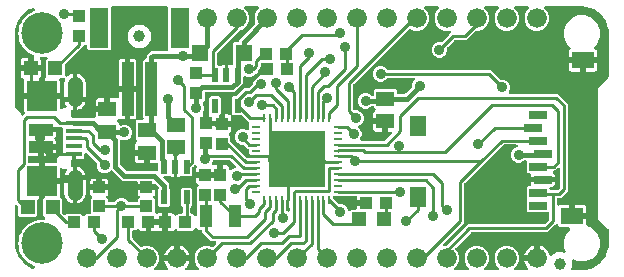
<source format=gbr>
G04 EAGLE Gerber RS-274X export*
G75*
%MOMM*%
%FSLAX34Y34*%
%LPD*%
%INTop Copper*%
%IPPOS*%
%AMOC8*
5,1,8,0,0,1.08239X$1,22.5*%
G01*
%ADD10R,1.500000X1.300000*%
%ADD11R,1.000000X1.100000*%
%ADD12R,1.200000X1.200000*%
%ADD13R,1.100000X1.000000*%
%ADD14C,1.000000*%
%ADD15R,1.000000X1.000000*%
%ADD16C,3.516000*%
%ADD17R,2.500000X2.500000*%
%ADD18C,1.308000*%
%ADD19R,1.350000X0.400000*%
%ADD20R,2.000000X1.000000*%
%ADD21R,0.550000X1.200000*%
%ADD22R,1.400000X1.400000*%
%ADD23C,1.676400*%
%ADD24R,1.000000X4.600000*%
%ADD25R,1.600000X3.400000*%
%ADD26R,0.250000X0.750000*%
%ADD27R,0.750000X0.250000*%
%ADD28R,4.700000X4.700000*%
%ADD29R,1.100000X1.900000*%
%ADD30R,1.900000X1.400000*%
%ADD31R,1.400000X1.800000*%
%ADD32R,1.500000X0.700000*%
%ADD33C,0.254000*%
%ADD34C,0.906400*%
%ADD35C,0.406400*%

G36*
X482622Y2543D02*
X482622Y2543D01*
X482700Y2545D01*
X486077Y2810D01*
X486145Y2824D01*
X486214Y2829D01*
X486370Y2869D01*
X492794Y4956D01*
X492901Y5006D01*
X493012Y5050D01*
X493063Y5083D01*
X493082Y5091D01*
X493097Y5104D01*
X493148Y5136D01*
X498612Y9107D01*
X498699Y9188D01*
X498746Y9227D01*
X498752Y9231D01*
X498753Y9232D01*
X498791Y9264D01*
X498829Y9310D01*
X498844Y9324D01*
X498855Y9342D01*
X498893Y9388D01*
X502864Y14852D01*
X502921Y14956D01*
X502985Y15056D01*
X503007Y15113D01*
X503017Y15131D01*
X503022Y15151D01*
X503044Y15206D01*
X505131Y21630D01*
X505144Y21698D01*
X505167Y21764D01*
X505190Y21923D01*
X505455Y25300D01*
X505455Y25304D01*
X505456Y25307D01*
X505455Y25326D01*
X505459Y25400D01*
X505459Y36522D01*
X505447Y36620D01*
X505444Y36719D01*
X505427Y36777D01*
X505419Y36837D01*
X505383Y36929D01*
X505355Y37025D01*
X505325Y37077D01*
X505302Y37133D01*
X505244Y37213D01*
X505194Y37298D01*
X505128Y37374D01*
X505116Y37390D01*
X505106Y37398D01*
X505088Y37419D01*
X496569Y45938D01*
X496569Y157262D01*
X505088Y165781D01*
X505148Y165859D01*
X505216Y165931D01*
X505245Y165984D01*
X505282Y166032D01*
X505322Y166123D01*
X505370Y166210D01*
X505385Y166268D01*
X505409Y166324D01*
X505424Y166422D01*
X505449Y166517D01*
X505455Y166618D01*
X505459Y166638D01*
X505457Y166650D01*
X505459Y166678D01*
X505459Y203200D01*
X505457Y203222D01*
X505455Y203300D01*
X505190Y206677D01*
X505176Y206745D01*
X505171Y206814D01*
X505131Y206970D01*
X503044Y213394D01*
X502994Y213501D01*
X502950Y213612D01*
X502917Y213663D01*
X502909Y213682D01*
X502896Y213697D01*
X502864Y213748D01*
X498893Y219212D01*
X498812Y219299D01*
X498736Y219391D01*
X498690Y219429D01*
X498676Y219444D01*
X498658Y219455D01*
X498612Y219493D01*
X493148Y223464D01*
X493044Y223521D01*
X492944Y223585D01*
X492887Y223607D01*
X492869Y223617D01*
X492849Y223622D01*
X492794Y223644D01*
X486370Y225731D01*
X486302Y225744D01*
X486236Y225767D01*
X486077Y225790D01*
X482700Y226055D01*
X482678Y226054D01*
X482600Y226059D01*
X452134Y226059D01*
X451996Y226042D01*
X451857Y226029D01*
X451838Y226022D01*
X451818Y226019D01*
X451689Y225968D01*
X451558Y225921D01*
X451541Y225910D01*
X451522Y225902D01*
X451410Y225821D01*
X451295Y225743D01*
X451281Y225727D01*
X451265Y225716D01*
X451176Y225608D01*
X451084Y225504D01*
X451075Y225486D01*
X451062Y225471D01*
X451003Y225345D01*
X450940Y225221D01*
X450935Y225201D01*
X450927Y225183D01*
X450901Y225047D01*
X450870Y224911D01*
X450871Y224890D01*
X450867Y224871D01*
X450876Y224732D01*
X450880Y224593D01*
X450885Y224573D01*
X450887Y224553D01*
X450929Y224421D01*
X450968Y224287D01*
X450978Y224270D01*
X450985Y224251D01*
X451059Y224133D01*
X451130Y224013D01*
X451148Y223992D01*
X451155Y223982D01*
X451170Y223968D01*
X451236Y223893D01*
X453329Y221799D01*
X454915Y217972D01*
X454915Y213828D01*
X453329Y210001D01*
X450399Y207071D01*
X446572Y205485D01*
X442428Y205485D01*
X438601Y207071D01*
X435671Y210001D01*
X434085Y213828D01*
X434085Y217972D01*
X435671Y221799D01*
X437764Y223893D01*
X437849Y224002D01*
X437938Y224109D01*
X437946Y224128D01*
X437959Y224144D01*
X438014Y224272D01*
X438073Y224397D01*
X438077Y224417D01*
X438085Y224436D01*
X438107Y224574D01*
X438133Y224710D01*
X438132Y224730D01*
X438135Y224750D01*
X438122Y224889D01*
X438113Y225027D01*
X438107Y225046D01*
X438105Y225066D01*
X438058Y225198D01*
X438015Y225329D01*
X438004Y225347D01*
X437998Y225366D01*
X437920Y225481D01*
X437845Y225598D01*
X437830Y225612D01*
X437819Y225629D01*
X437715Y225721D01*
X437614Y225816D01*
X437596Y225826D01*
X437581Y225839D01*
X437456Y225903D01*
X437335Y225970D01*
X437315Y225975D01*
X437297Y225984D01*
X437162Y226014D01*
X437027Y226049D01*
X436999Y226051D01*
X436987Y226054D01*
X436967Y226053D01*
X436866Y226059D01*
X426734Y226059D01*
X426596Y226042D01*
X426457Y226029D01*
X426438Y226022D01*
X426418Y226019D01*
X426289Y225968D01*
X426158Y225921D01*
X426141Y225910D01*
X426122Y225902D01*
X426010Y225821D01*
X425895Y225743D01*
X425881Y225727D01*
X425865Y225716D01*
X425776Y225608D01*
X425684Y225504D01*
X425675Y225486D01*
X425662Y225471D01*
X425603Y225345D01*
X425540Y225221D01*
X425535Y225201D01*
X425527Y225183D01*
X425501Y225047D01*
X425470Y224911D01*
X425471Y224890D01*
X425467Y224871D01*
X425476Y224732D01*
X425480Y224593D01*
X425485Y224573D01*
X425487Y224553D01*
X425529Y224421D01*
X425568Y224287D01*
X425578Y224270D01*
X425585Y224251D01*
X425659Y224133D01*
X425730Y224013D01*
X425748Y223992D01*
X425755Y223982D01*
X425770Y223968D01*
X425836Y223893D01*
X427929Y221799D01*
X429515Y217972D01*
X429515Y213828D01*
X427929Y210001D01*
X424999Y207071D01*
X421172Y205485D01*
X417028Y205485D01*
X413201Y207071D01*
X410271Y210001D01*
X408685Y213828D01*
X408685Y217972D01*
X410271Y221799D01*
X412364Y223893D01*
X412449Y224002D01*
X412538Y224109D01*
X412546Y224128D01*
X412559Y224144D01*
X412614Y224272D01*
X412673Y224397D01*
X412677Y224417D01*
X412685Y224436D01*
X412707Y224574D01*
X412733Y224710D01*
X412732Y224730D01*
X412735Y224750D01*
X412722Y224889D01*
X412713Y225027D01*
X412707Y225046D01*
X412705Y225066D01*
X412658Y225198D01*
X412615Y225329D01*
X412604Y225347D01*
X412598Y225366D01*
X412520Y225481D01*
X412445Y225598D01*
X412430Y225612D01*
X412419Y225629D01*
X412315Y225721D01*
X412214Y225816D01*
X412196Y225826D01*
X412181Y225839D01*
X412056Y225903D01*
X411935Y225970D01*
X411915Y225975D01*
X411897Y225984D01*
X411762Y226014D01*
X411627Y226049D01*
X411599Y226051D01*
X411587Y226054D01*
X411567Y226053D01*
X411466Y226059D01*
X401334Y226059D01*
X401196Y226042D01*
X401057Y226029D01*
X401038Y226022D01*
X401018Y226019D01*
X400889Y225968D01*
X400758Y225921D01*
X400741Y225910D01*
X400722Y225902D01*
X400610Y225821D01*
X400495Y225743D01*
X400481Y225727D01*
X400465Y225716D01*
X400376Y225608D01*
X400284Y225504D01*
X400275Y225486D01*
X400262Y225471D01*
X400203Y225345D01*
X400140Y225221D01*
X400135Y225201D01*
X400127Y225183D01*
X400101Y225047D01*
X400070Y224911D01*
X400071Y224890D01*
X400067Y224871D01*
X400076Y224732D01*
X400080Y224593D01*
X400085Y224573D01*
X400087Y224553D01*
X400129Y224421D01*
X400168Y224287D01*
X400178Y224270D01*
X400185Y224251D01*
X400259Y224133D01*
X400330Y224013D01*
X400348Y223992D01*
X400355Y223982D01*
X400370Y223968D01*
X400436Y223893D01*
X402529Y221799D01*
X404115Y217972D01*
X404115Y213828D01*
X402529Y210001D01*
X399599Y207071D01*
X395772Y205485D01*
X393562Y205485D01*
X393464Y205473D01*
X393365Y205470D01*
X393306Y205453D01*
X393246Y205445D01*
X393154Y205409D01*
X393059Y205381D01*
X393007Y205351D01*
X392951Y205328D01*
X392871Y205270D01*
X392785Y205220D01*
X392710Y205154D01*
X392693Y205142D01*
X392685Y205132D01*
X392664Y205114D01*
X384908Y197357D01*
X375274Y197357D01*
X375176Y197345D01*
X375077Y197342D01*
X375018Y197325D01*
X374958Y197317D01*
X374866Y197281D01*
X374771Y197253D01*
X374719Y197223D01*
X374663Y197200D01*
X374583Y197142D01*
X374497Y197092D01*
X374422Y197026D01*
X374405Y197014D01*
X374397Y197004D01*
X374376Y196986D01*
X368886Y191496D01*
X368826Y191417D01*
X368758Y191345D01*
X368729Y191292D01*
X368692Y191244D01*
X368652Y191153D01*
X368604Y191067D01*
X368589Y191008D01*
X368565Y190953D01*
X368550Y190855D01*
X368525Y190759D01*
X368519Y190659D01*
X368515Y190638D01*
X368517Y190626D01*
X368515Y190598D01*
X368515Y187924D01*
X367515Y185511D01*
X365669Y183665D01*
X363256Y182665D01*
X360644Y182665D01*
X358231Y183665D01*
X356385Y185511D01*
X355385Y187924D01*
X355385Y190536D01*
X356385Y192949D01*
X358231Y194795D01*
X360644Y195795D01*
X363318Y195795D01*
X363416Y195807D01*
X363515Y195810D01*
X363574Y195827D01*
X363634Y195835D01*
X363726Y195871D01*
X363821Y195899D01*
X363873Y195929D01*
X363929Y195952D01*
X364009Y196010D01*
X364095Y196060D01*
X364170Y196126D01*
X364187Y196138D01*
X364195Y196148D01*
X364216Y196166D01*
X369706Y201656D01*
X371368Y203319D01*
X371453Y203428D01*
X371542Y203535D01*
X371550Y203554D01*
X371563Y203570D01*
X371618Y203698D01*
X371677Y203823D01*
X371681Y203843D01*
X371689Y203862D01*
X371711Y204000D01*
X371737Y204136D01*
X371736Y204156D01*
X371739Y204176D01*
X371726Y204314D01*
X371717Y204453D01*
X371711Y204472D01*
X371709Y204492D01*
X371662Y204624D01*
X371619Y204755D01*
X371608Y204773D01*
X371601Y204792D01*
X371523Y204907D01*
X371449Y205024D01*
X371434Y205038D01*
X371423Y205055D01*
X371319Y205147D01*
X371217Y205242D01*
X371200Y205252D01*
X371184Y205265D01*
X371060Y205329D01*
X370939Y205396D01*
X370919Y205401D01*
X370901Y205410D01*
X370765Y205440D01*
X370631Y205475D01*
X370603Y205477D01*
X370591Y205480D01*
X370570Y205479D01*
X370470Y205485D01*
X366228Y205485D01*
X362401Y207071D01*
X359471Y210001D01*
X357885Y213828D01*
X357885Y217972D01*
X359471Y221799D01*
X361564Y223893D01*
X361649Y224002D01*
X361738Y224109D01*
X361746Y224128D01*
X361759Y224144D01*
X361814Y224272D01*
X361873Y224397D01*
X361877Y224417D01*
X361885Y224436D01*
X361907Y224574D01*
X361933Y224710D01*
X361932Y224730D01*
X361935Y224750D01*
X361922Y224889D01*
X361913Y225027D01*
X361907Y225046D01*
X361905Y225066D01*
X361858Y225198D01*
X361815Y225329D01*
X361804Y225347D01*
X361798Y225366D01*
X361720Y225481D01*
X361645Y225598D01*
X361630Y225612D01*
X361619Y225629D01*
X361515Y225721D01*
X361414Y225816D01*
X361396Y225826D01*
X361381Y225839D01*
X361256Y225903D01*
X361135Y225970D01*
X361115Y225975D01*
X361097Y225984D01*
X360962Y226014D01*
X360827Y226049D01*
X360799Y226051D01*
X360787Y226054D01*
X360767Y226053D01*
X360666Y226059D01*
X350534Y226059D01*
X350396Y226042D01*
X350257Y226029D01*
X350238Y226022D01*
X350218Y226019D01*
X350089Y225968D01*
X349958Y225921D01*
X349941Y225910D01*
X349922Y225902D01*
X349810Y225821D01*
X349695Y225743D01*
X349681Y225727D01*
X349665Y225716D01*
X349576Y225608D01*
X349484Y225504D01*
X349475Y225486D01*
X349462Y225471D01*
X349403Y225345D01*
X349340Y225221D01*
X349335Y225201D01*
X349327Y225183D01*
X349301Y225047D01*
X349270Y224911D01*
X349271Y224890D01*
X349267Y224871D01*
X349276Y224732D01*
X349280Y224593D01*
X349285Y224573D01*
X349287Y224553D01*
X349329Y224421D01*
X349368Y224287D01*
X349378Y224270D01*
X349385Y224251D01*
X349459Y224133D01*
X349530Y224013D01*
X349548Y223992D01*
X349555Y223982D01*
X349570Y223968D01*
X349636Y223893D01*
X351729Y221799D01*
X353315Y217972D01*
X353315Y213828D01*
X351729Y210001D01*
X348799Y207071D01*
X344972Y205485D01*
X340828Y205485D01*
X337219Y206980D01*
X337191Y206988D01*
X337164Y207001D01*
X337038Y207030D01*
X336912Y207064D01*
X336883Y207065D01*
X336854Y207071D01*
X336724Y207067D01*
X336594Y207069D01*
X336566Y207062D01*
X336536Y207061D01*
X336412Y207025D01*
X336285Y206995D01*
X336259Y206981D01*
X336231Y206973D01*
X336119Y206907D01*
X336004Y206846D01*
X335982Y206827D01*
X335957Y206812D01*
X335836Y206705D01*
X289424Y160294D01*
X289364Y160215D01*
X289296Y160143D01*
X289267Y160090D01*
X289230Y160042D01*
X289190Y159951D01*
X289142Y159865D01*
X289127Y159806D01*
X289103Y159751D01*
X289088Y159653D01*
X289063Y159557D01*
X289057Y159457D01*
X289053Y159436D01*
X289055Y159424D01*
X289053Y159396D01*
X289053Y139279D01*
X289068Y139161D01*
X289075Y139042D01*
X289088Y139004D01*
X289093Y138963D01*
X289136Y138853D01*
X289173Y138740D01*
X289195Y138705D01*
X289210Y138668D01*
X289279Y138572D01*
X289343Y138471D01*
X289373Y138443D01*
X289396Y138410D01*
X289488Y138334D01*
X289575Y138253D01*
X289610Y138233D01*
X289641Y138208D01*
X289749Y138157D01*
X289853Y138099D01*
X289893Y138089D01*
X289929Y138072D01*
X290046Y138050D01*
X290161Y138020D01*
X290221Y138016D01*
X290241Y138012D01*
X290262Y138014D01*
X290322Y138010D01*
X292771Y138010D01*
X295184Y137010D01*
X297030Y135164D01*
X298030Y132751D01*
X298030Y130139D01*
X297030Y127726D01*
X295184Y125880D01*
X294033Y125403D01*
X293990Y125378D01*
X293943Y125362D01*
X293852Y125300D01*
X293757Y125245D01*
X293721Y125211D01*
X293680Y125183D01*
X293607Y125101D01*
X293528Y125024D01*
X293502Y124982D01*
X293469Y124945D01*
X293419Y124847D01*
X293362Y124753D01*
X293347Y124706D01*
X293325Y124661D01*
X293301Y124554D01*
X293268Y124449D01*
X293266Y124400D01*
X293255Y124351D01*
X293258Y124241D01*
X293253Y124131D01*
X293263Y124083D01*
X293265Y124033D01*
X293295Y123928D01*
X293317Y123820D01*
X293339Y123775D01*
X293353Y123728D01*
X293409Y123633D01*
X293457Y123534D01*
X293489Y123497D01*
X293515Y123454D01*
X293621Y123333D01*
X295125Y121829D01*
X296125Y119416D01*
X296125Y116804D01*
X295103Y114337D01*
X295050Y114273D01*
X295041Y114254D01*
X295029Y114238D01*
X294973Y114110D01*
X294914Y113985D01*
X294910Y113965D01*
X294902Y113947D01*
X294880Y113809D01*
X294854Y113672D01*
X294855Y113652D01*
X294852Y113633D01*
X294865Y113494D01*
X294874Y113355D01*
X294880Y113336D01*
X294882Y113316D01*
X294929Y113185D01*
X294972Y113053D01*
X294983Y113036D01*
X294990Y113017D01*
X295068Y112902D01*
X295142Y112784D01*
X295157Y112770D01*
X295168Y112753D01*
X295272Y112661D01*
X295374Y112566D01*
X295391Y112556D01*
X295406Y112543D01*
X295530Y112480D01*
X295652Y112412D01*
X295672Y112407D01*
X295690Y112398D01*
X295825Y112368D01*
X295960Y112333D01*
X295988Y112331D01*
X296000Y112329D01*
X296020Y112329D01*
X296121Y112323D01*
X315406Y112323D01*
X315504Y112335D01*
X315603Y112338D01*
X315662Y112355D01*
X315722Y112363D01*
X315814Y112399D01*
X315909Y112427D01*
X315961Y112457D01*
X316017Y112480D01*
X316097Y112538D01*
X316183Y112588D01*
X316258Y112654D01*
X316275Y112666D01*
X316283Y112676D01*
X316304Y112694D01*
X321332Y117723D01*
X321417Y117832D01*
X321506Y117939D01*
X321514Y117958D01*
X321527Y117974D01*
X321582Y118102D01*
X321641Y118227D01*
X321645Y118247D01*
X321653Y118266D01*
X321675Y118404D01*
X321701Y118540D01*
X321700Y118560D01*
X321703Y118580D01*
X321690Y118719D01*
X321681Y118857D01*
X321675Y118876D01*
X321673Y118896D01*
X321626Y119028D01*
X321583Y119159D01*
X321572Y119177D01*
X321565Y119196D01*
X321487Y119311D01*
X321413Y119428D01*
X321398Y119442D01*
X321387Y119459D01*
X321283Y119551D01*
X321181Y119646D01*
X321164Y119656D01*
X321148Y119669D01*
X321024Y119733D01*
X320903Y119800D01*
X320883Y119805D01*
X320865Y119814D01*
X320729Y119844D01*
X320595Y119879D01*
X320567Y119881D01*
X320555Y119884D01*
X320534Y119883D01*
X320434Y119889D01*
X318769Y119889D01*
X318769Y127660D01*
X318754Y127778D01*
X318747Y127897D01*
X318734Y127935D01*
X318729Y127975D01*
X318685Y128086D01*
X318649Y128199D01*
X318627Y128234D01*
X318612Y128271D01*
X318542Y128367D01*
X318479Y128468D01*
X318449Y128496D01*
X318425Y128528D01*
X318334Y128604D01*
X318247Y128686D01*
X318212Y128705D01*
X318180Y128731D01*
X318073Y128782D01*
X317969Y128839D01*
X317929Y128850D01*
X317893Y128867D01*
X317776Y128889D01*
X317661Y128919D01*
X317600Y128923D01*
X317580Y128927D01*
X317560Y128925D01*
X317500Y128929D01*
X316229Y128929D01*
X316229Y130200D01*
X316214Y130318D01*
X316207Y130437D01*
X316194Y130475D01*
X316189Y130515D01*
X316145Y130626D01*
X316109Y130739D01*
X316087Y130774D01*
X316072Y130811D01*
X316002Y130907D01*
X315939Y131008D01*
X315909Y131036D01*
X315885Y131068D01*
X315794Y131144D01*
X315707Y131226D01*
X315672Y131245D01*
X315640Y131271D01*
X315533Y131322D01*
X315429Y131379D01*
X315389Y131390D01*
X315353Y131407D01*
X315236Y131429D01*
X315121Y131459D01*
X315060Y131463D01*
X315040Y131467D01*
X315020Y131465D01*
X314960Y131469D01*
X306189Y131469D01*
X306189Y135764D01*
X306362Y136411D01*
X306697Y136990D01*
X307170Y137463D01*
X307419Y137607D01*
X307519Y137683D01*
X307623Y137753D01*
X307645Y137779D01*
X307672Y137799D01*
X307750Y137898D01*
X307834Y137992D01*
X307849Y138022D01*
X307870Y138048D01*
X307921Y138163D01*
X307978Y138275D01*
X307986Y138308D01*
X307999Y138339D01*
X308020Y138463D01*
X308048Y138585D01*
X308047Y138619D01*
X308052Y138652D01*
X308042Y138778D01*
X308038Y138903D01*
X308029Y138936D01*
X308026Y138969D01*
X307985Y139088D01*
X307950Y139209D01*
X307933Y139238D01*
X307922Y139270D01*
X307852Y139374D01*
X307788Y139483D01*
X307756Y139519D01*
X307746Y139535D01*
X307730Y139549D01*
X307682Y139604D01*
X306697Y140588D01*
X306697Y140679D01*
X306680Y140817D01*
X306667Y140955D01*
X306660Y140974D01*
X306657Y140995D01*
X306606Y141124D01*
X306559Y141255D01*
X306548Y141272D01*
X306540Y141290D01*
X306459Y141403D01*
X306381Y141518D01*
X306365Y141531D01*
X306354Y141548D01*
X306246Y141636D01*
X306142Y141728D01*
X306124Y141738D01*
X306109Y141750D01*
X305983Y141810D01*
X305859Y141873D01*
X305839Y141877D01*
X305821Y141886D01*
X305684Y141912D01*
X305549Y141943D01*
X305528Y141942D01*
X305509Y141946D01*
X305370Y141937D01*
X305231Y141933D01*
X305211Y141927D01*
X305191Y141926D01*
X305059Y141883D01*
X304925Y141845D01*
X304908Y141834D01*
X304889Y141828D01*
X304771Y141754D01*
X304651Y141683D01*
X304630Y141664D01*
X304620Y141658D01*
X304606Y141643D01*
X304531Y141577D01*
X303439Y140485D01*
X301026Y139485D01*
X298414Y139485D01*
X296001Y140485D01*
X294155Y142331D01*
X293155Y144744D01*
X293155Y147356D01*
X294155Y149769D01*
X296001Y151615D01*
X298414Y152615D01*
X301026Y152615D01*
X303439Y151615D01*
X304531Y150523D01*
X304640Y150439D01*
X304747Y150350D01*
X304766Y150341D01*
X304782Y150328D01*
X304909Y150273D01*
X305035Y150214D01*
X305055Y150210D01*
X305074Y150202D01*
X305212Y150180D01*
X305348Y150154D01*
X305368Y150155D01*
X305388Y150152D01*
X305527Y150165D01*
X305665Y150174D01*
X305684Y150180D01*
X305704Y150182D01*
X305836Y150229D01*
X305967Y150272D01*
X305985Y150283D01*
X306004Y150290D01*
X306119Y150368D01*
X306236Y150442D01*
X306250Y150457D01*
X306267Y150468D01*
X306359Y150573D01*
X306454Y150674D01*
X306464Y150691D01*
X306477Y150707D01*
X306541Y150831D01*
X306608Y150952D01*
X306613Y150972D01*
X306622Y150990D01*
X306652Y151126D01*
X306687Y151260D01*
X306689Y151288D01*
X306692Y151300D01*
X306691Y151321D01*
X306697Y151421D01*
X306697Y155272D01*
X307888Y156463D01*
X324572Y156463D01*
X325763Y155272D01*
X325763Y153264D01*
X325778Y153146D01*
X325785Y153027D01*
X325798Y152989D01*
X325803Y152948D01*
X325846Y152838D01*
X325883Y152725D01*
X325905Y152690D01*
X325920Y152653D01*
X325989Y152557D01*
X326053Y152456D01*
X326083Y152428D01*
X326106Y152395D01*
X326198Y152319D01*
X326285Y152238D01*
X326320Y152218D01*
X326351Y152193D01*
X326459Y152142D01*
X326563Y152084D01*
X326603Y152074D01*
X326639Y152057D01*
X326756Y152035D01*
X326871Y152005D01*
X326931Y152001D01*
X326951Y151997D01*
X326972Y151999D01*
X327032Y151995D01*
X332411Y151995D01*
X332509Y152007D01*
X332608Y152010D01*
X332666Y152027D01*
X332726Y152035D01*
X332818Y152071D01*
X332913Y152099D01*
X332965Y152129D01*
X333022Y152152D01*
X333102Y152210D01*
X333187Y152260D01*
X333263Y152326D01*
X333279Y152338D01*
X333287Y152348D01*
X333308Y152366D01*
X338504Y157562D01*
X338564Y157640D01*
X338632Y157712D01*
X338661Y157765D01*
X338698Y157813D01*
X338738Y157904D01*
X338786Y157991D01*
X338801Y158049D01*
X338825Y158105D01*
X338840Y158203D01*
X338865Y158299D01*
X338871Y158399D01*
X338875Y158419D01*
X338873Y158431D01*
X338875Y158459D01*
X338875Y160056D01*
X339875Y162469D01*
X340847Y163441D01*
X340931Y163550D01*
X341020Y163657D01*
X341029Y163676D01*
X341042Y163692D01*
X341097Y163819D01*
X341156Y163945D01*
X341160Y163965D01*
X341168Y163984D01*
X341190Y164122D01*
X341216Y164258D01*
X341215Y164278D01*
X341218Y164298D01*
X341205Y164437D01*
X341196Y164575D01*
X341190Y164594D01*
X341188Y164614D01*
X341141Y164745D01*
X341098Y164877D01*
X341087Y164895D01*
X341080Y164914D01*
X341002Y165029D01*
X340928Y165146D01*
X340913Y165160D01*
X340902Y165177D01*
X340798Y165269D01*
X340696Y165364D01*
X340678Y165374D01*
X340663Y165387D01*
X340540Y165450D01*
X340418Y165518D01*
X340398Y165523D01*
X340380Y165532D01*
X340244Y165562D01*
X340110Y165597D01*
X340082Y165599D01*
X340070Y165602D01*
X340049Y165601D01*
X339949Y165607D01*
X318927Y165607D01*
X318829Y165595D01*
X318730Y165592D01*
X318671Y165575D01*
X318611Y165567D01*
X318519Y165531D01*
X318424Y165503D01*
X318372Y165473D01*
X318316Y165450D01*
X318236Y165392D01*
X318150Y165342D01*
X318075Y165276D01*
X318058Y165264D01*
X318051Y165254D01*
X318029Y165236D01*
X316139Y163345D01*
X313726Y162345D01*
X311114Y162345D01*
X308701Y163345D01*
X306855Y165191D01*
X305855Y167604D01*
X305855Y170216D01*
X306855Y172629D01*
X308701Y174475D01*
X311114Y175475D01*
X313726Y175475D01*
X316139Y174475D01*
X318029Y172584D01*
X318108Y172524D01*
X318180Y172456D01*
X318233Y172427D01*
X318281Y172390D01*
X318372Y172350D01*
X318458Y172302D01*
X318517Y172287D01*
X318573Y172263D01*
X318671Y172248D01*
X318766Y172223D01*
X318866Y172217D01*
X318887Y172213D01*
X318899Y172215D01*
X318927Y172213D01*
X405228Y172213D01*
X413024Y164416D01*
X413103Y164356D01*
X413175Y164288D01*
X413228Y164259D01*
X413276Y164222D01*
X413367Y164182D01*
X413453Y164134D01*
X413512Y164119D01*
X413567Y164095D01*
X413665Y164080D01*
X413761Y164055D01*
X413861Y164049D01*
X413882Y164045D01*
X413894Y164047D01*
X413922Y164045D01*
X416596Y164045D01*
X419009Y163045D01*
X420855Y161199D01*
X421855Y158786D01*
X421855Y156174D01*
X420808Y153648D01*
X420795Y153600D01*
X420774Y153555D01*
X420753Y153447D01*
X420724Y153341D01*
X420723Y153291D01*
X420714Y153242D01*
X420721Y153133D01*
X420719Y153023D01*
X420731Y152975D01*
X420734Y152925D01*
X420768Y152821D01*
X420793Y152714D01*
X420817Y152670D01*
X420832Y152623D01*
X420891Y152530D01*
X420942Y152433D01*
X420975Y152396D01*
X421002Y152354D01*
X421082Y152279D01*
X421156Y152197D01*
X421197Y152170D01*
X421234Y152136D01*
X421330Y152083D01*
X421422Y152023D01*
X421469Y152006D01*
X421512Y151982D01*
X421618Y151955D01*
X421723Y151919D01*
X421772Y151915D01*
X421820Y151903D01*
X421981Y151893D01*
X462378Y151893D01*
X470663Y143608D01*
X470663Y69752D01*
X464918Y64007D01*
X463042Y64007D01*
X462924Y63992D01*
X462805Y63985D01*
X462767Y63972D01*
X462726Y63967D01*
X462616Y63924D01*
X462503Y63887D01*
X462468Y63865D01*
X462431Y63850D01*
X462335Y63781D01*
X462234Y63717D01*
X462206Y63687D01*
X462173Y63664D01*
X462097Y63572D01*
X462016Y63485D01*
X461996Y63450D01*
X461971Y63419D01*
X461920Y63311D01*
X461862Y63207D01*
X461852Y63167D01*
X461835Y63131D01*
X461813Y63014D01*
X461783Y62899D01*
X461779Y62839D01*
X461775Y62819D01*
X461777Y62798D01*
X461773Y62738D01*
X461773Y58725D01*
X461789Y58594D01*
X461800Y58461D01*
X461809Y58436D01*
X461813Y58409D01*
X461861Y58286D01*
X461905Y58161D01*
X461920Y58138D01*
X461930Y58113D01*
X462007Y58007D01*
X462081Y57896D01*
X462101Y57878D01*
X462116Y57856D01*
X462218Y57772D01*
X462317Y57683D01*
X462341Y57671D01*
X462361Y57653D01*
X462481Y57597D01*
X462598Y57535D01*
X462625Y57529D01*
X462649Y57518D01*
X462779Y57493D01*
X462908Y57463D01*
X462935Y57463D01*
X462961Y57458D01*
X463093Y57466D01*
X463226Y57469D01*
X463252Y57476D01*
X463279Y57478D01*
X463405Y57518D01*
X463532Y57554D01*
X463567Y57571D01*
X463581Y57576D01*
X463600Y57587D01*
X463677Y57625D01*
X464009Y57818D01*
X464656Y57991D01*
X471951Y57991D01*
X471951Y49720D01*
X471966Y49602D01*
X471973Y49483D01*
X471986Y49445D01*
X471991Y49405D01*
X472034Y49294D01*
X472071Y49181D01*
X472093Y49146D01*
X472108Y49109D01*
X472178Y49013D01*
X472241Y48912D01*
X472271Y48884D01*
X472295Y48852D01*
X472386Y48776D01*
X472473Y48694D01*
X472508Y48675D01*
X472539Y48649D01*
X472647Y48598D01*
X472751Y48541D01*
X472791Y48530D01*
X472827Y48513D01*
X472944Y48491D01*
X473059Y48461D01*
X473120Y48457D01*
X473140Y48453D01*
X473160Y48455D01*
X473220Y48451D01*
X474491Y48451D01*
X474491Y47180D01*
X474506Y47062D01*
X474513Y46943D01*
X474526Y46905D01*
X474531Y46865D01*
X474575Y46754D01*
X474611Y46641D01*
X474633Y46606D01*
X474648Y46569D01*
X474718Y46473D01*
X474781Y46372D01*
X474811Y46344D01*
X474835Y46311D01*
X474926Y46236D01*
X475013Y46154D01*
X475048Y46134D01*
X475080Y46109D01*
X475187Y46058D01*
X475291Y46000D01*
X475331Y45990D01*
X475367Y45973D01*
X475484Y45951D01*
X475599Y45921D01*
X475660Y45917D01*
X475680Y45913D01*
X475700Y45915D01*
X475760Y45911D01*
X486531Y45911D01*
X486531Y41116D01*
X486534Y41087D01*
X486532Y41058D01*
X486554Y40929D01*
X486571Y40801D01*
X486581Y40773D01*
X486586Y40744D01*
X486640Y40626D01*
X486688Y40505D01*
X486705Y40481D01*
X486717Y40454D01*
X486798Y40353D01*
X486874Y40248D01*
X486897Y40229D01*
X486916Y40206D01*
X487019Y40128D01*
X487119Y40045D01*
X487146Y40032D01*
X487170Y40015D01*
X487314Y39944D01*
X491233Y38320D01*
X495520Y34033D01*
X497841Y28432D01*
X497841Y22368D01*
X495520Y16767D01*
X491233Y12480D01*
X485632Y10159D01*
X479568Y10159D01*
X475778Y11729D01*
X475730Y11743D01*
X475685Y11764D01*
X475577Y11784D01*
X475471Y11813D01*
X475421Y11814D01*
X475372Y11824D01*
X475263Y11817D01*
X475153Y11818D01*
X475105Y11807D01*
X475055Y11804D01*
X474951Y11770D01*
X474844Y11744D01*
X474800Y11721D01*
X474753Y11706D01*
X474660Y11647D01*
X474563Y11596D01*
X474526Y11562D01*
X474484Y11536D01*
X474409Y11456D01*
X474327Y11382D01*
X474300Y11340D01*
X474266Y11304D01*
X474213Y11208D01*
X474153Y11116D01*
X474136Y11069D01*
X474112Y11025D01*
X474085Y10919D01*
X474049Y10815D01*
X474045Y10766D01*
X474033Y10718D01*
X474023Y10557D01*
X474023Y5010D01*
X473696Y4445D01*
X473645Y4322D01*
X473588Y4203D01*
X473583Y4176D01*
X473573Y4151D01*
X473553Y4020D01*
X473529Y3890D01*
X473530Y3864D01*
X473526Y3837D01*
X473540Y3705D01*
X473548Y3573D01*
X473557Y3547D01*
X473559Y3521D01*
X473606Y3396D01*
X473646Y3271D01*
X473661Y3248D01*
X473670Y3222D01*
X473746Y3114D01*
X473817Y3002D01*
X473836Y2983D01*
X473852Y2961D01*
X473952Y2875D01*
X474048Y2784D01*
X474072Y2771D01*
X474092Y2753D01*
X474211Y2694D01*
X474327Y2630D01*
X474353Y2624D01*
X474377Y2612D01*
X474507Y2584D01*
X474635Y2551D01*
X474673Y2549D01*
X474688Y2545D01*
X474710Y2546D01*
X474795Y2541D01*
X482600Y2541D01*
X482622Y2543D01*
G37*
G36*
X122976Y86610D02*
X122976Y86610D01*
X123115Y86618D01*
X123134Y86624D01*
X123153Y86626D01*
X123285Y86673D01*
X123417Y86716D01*
X123434Y86727D01*
X123453Y86734D01*
X123568Y86812D01*
X123686Y86887D01*
X123700Y86901D01*
X123716Y86912D01*
X123809Y87017D01*
X123904Y87118D01*
X123914Y87135D01*
X123927Y87150D01*
X123991Y87275D01*
X124058Y87397D01*
X124062Y87416D01*
X124072Y87433D01*
X124102Y87570D01*
X124137Y87705D01*
X124139Y87732D01*
X124141Y87744D01*
X124141Y87764D01*
X124147Y87865D01*
X124147Y92104D01*
X124132Y92229D01*
X124122Y92355D01*
X124112Y92387D01*
X124107Y92420D01*
X124061Y92537D01*
X124021Y92656D01*
X124003Y92684D01*
X123990Y92716D01*
X123917Y92817D01*
X123848Y92923D01*
X123823Y92946D01*
X123804Y92973D01*
X123707Y93053D01*
X123614Y93138D01*
X123585Y93154D01*
X123559Y93176D01*
X123445Y93229D01*
X123334Y93289D01*
X123301Y93297D01*
X123271Y93311D01*
X123148Y93335D01*
X123025Y93365D01*
X122992Y93365D01*
X122959Y93371D01*
X122833Y93363D01*
X122707Y93362D01*
X122659Y93353D01*
X122641Y93351D01*
X122621Y93345D01*
X122549Y93330D01*
X122134Y93219D01*
X116839Y93219D01*
X116839Y100990D01*
X116824Y101108D01*
X116817Y101227D01*
X116804Y101265D01*
X116799Y101305D01*
X116755Y101416D01*
X116719Y101529D01*
X116697Y101564D01*
X116682Y101601D01*
X116612Y101697D01*
X116549Y101798D01*
X116519Y101826D01*
X116495Y101858D01*
X116404Y101934D01*
X116317Y102016D01*
X116282Y102035D01*
X116250Y102061D01*
X116143Y102112D01*
X116039Y102169D01*
X115999Y102180D01*
X115963Y102197D01*
X115846Y102219D01*
X115731Y102249D01*
X115670Y102253D01*
X115650Y102257D01*
X115630Y102255D01*
X115570Y102259D01*
X114299Y102259D01*
X114299Y103530D01*
X114284Y103648D01*
X114277Y103767D01*
X114264Y103805D01*
X114259Y103845D01*
X114215Y103956D01*
X114179Y104069D01*
X114157Y104104D01*
X114142Y104141D01*
X114072Y104237D01*
X114009Y104338D01*
X113979Y104366D01*
X113955Y104398D01*
X113864Y104474D01*
X113777Y104556D01*
X113742Y104575D01*
X113710Y104601D01*
X113603Y104652D01*
X113499Y104709D01*
X113459Y104720D01*
X113423Y104737D01*
X113306Y104759D01*
X113191Y104789D01*
X113130Y104793D01*
X113110Y104797D01*
X113090Y104795D01*
X113030Y104799D01*
X104259Y104799D01*
X104259Y109094D01*
X104432Y109741D01*
X104767Y110320D01*
X105240Y110793D01*
X105489Y110937D01*
X105589Y111013D01*
X105693Y111083D01*
X105715Y111109D01*
X105742Y111129D01*
X105820Y111228D01*
X105904Y111322D01*
X105919Y111352D01*
X105940Y111378D01*
X105991Y111493D01*
X106048Y111605D01*
X106056Y111638D01*
X106069Y111669D01*
X106090Y111793D01*
X106118Y111915D01*
X106117Y111949D01*
X106122Y111982D01*
X106112Y112108D01*
X106108Y112233D01*
X106099Y112266D01*
X106096Y112299D01*
X106055Y112418D01*
X106020Y112539D01*
X106003Y112568D01*
X105992Y112600D01*
X105922Y112704D01*
X105858Y112813D01*
X105826Y112849D01*
X105816Y112865D01*
X105800Y112879D01*
X105752Y112934D01*
X104767Y113918D01*
X104767Y128685D01*
X104805Y128772D01*
X104866Y128904D01*
X104868Y128918D01*
X104874Y128930D01*
X104896Y129074D01*
X104922Y129217D01*
X104921Y129231D01*
X104923Y129244D01*
X104910Y129388D01*
X104899Y129535D01*
X104895Y129547D01*
X104894Y129561D01*
X104844Y129698D01*
X104798Y129836D01*
X104791Y129847D01*
X104786Y129860D01*
X104704Y129981D01*
X104625Y130103D01*
X104615Y130112D01*
X104607Y130123D01*
X104498Y130220D01*
X104391Y130318D01*
X104379Y130325D01*
X104369Y130334D01*
X104239Y130400D01*
X104111Y130469D01*
X104098Y130472D01*
X104086Y130478D01*
X103943Y130510D01*
X103802Y130545D01*
X103789Y130545D01*
X103776Y130548D01*
X103629Y130544D01*
X103484Y130542D01*
X103466Y130539D01*
X103458Y130538D01*
X103441Y130534D01*
X103326Y130510D01*
X103284Y130499D01*
X100449Y130499D01*
X100449Y153541D01*
X105491Y153541D01*
X105491Y132706D01*
X105318Y132059D01*
X105108Y131697D01*
X105057Y131574D01*
X105000Y131455D01*
X104995Y131428D01*
X104985Y131403D01*
X104966Y131272D01*
X104941Y131142D01*
X104942Y131116D01*
X104938Y131089D01*
X104952Y130957D01*
X104960Y130825D01*
X104969Y130799D01*
X104972Y130773D01*
X105018Y130649D01*
X105058Y130523D01*
X105073Y130500D01*
X105082Y130474D01*
X105158Y130366D01*
X105229Y130254D01*
X105248Y130235D01*
X105264Y130213D01*
X105364Y130127D01*
X105460Y130036D01*
X105484Y130023D01*
X105504Y130005D01*
X105623Y129946D01*
X105739Y129882D01*
X105765Y129876D01*
X105789Y129864D01*
X105919Y129836D01*
X106047Y129803D01*
X106085Y129801D01*
X106100Y129797D01*
X106122Y129798D01*
X106207Y129793D01*
X110258Y129793D01*
X110396Y129810D01*
X110535Y129823D01*
X110554Y129830D01*
X110574Y129833D01*
X110703Y129884D01*
X110834Y129931D01*
X110851Y129942D01*
X110870Y129950D01*
X110982Y130031D01*
X111097Y130109D01*
X111110Y130125D01*
X111127Y130136D01*
X111216Y130244D01*
X111308Y130348D01*
X111317Y130366D01*
X111330Y130381D01*
X111389Y130507D01*
X111452Y130631D01*
X111457Y130651D01*
X111465Y130669D01*
X111491Y130805D01*
X111522Y130941D01*
X111521Y130962D01*
X111525Y130981D01*
X111516Y131120D01*
X111512Y131259D01*
X111507Y131279D01*
X111505Y131299D01*
X111462Y131431D01*
X111424Y131565D01*
X111413Y131582D01*
X111407Y131601D01*
X111333Y131719D01*
X111262Y131839D01*
X111244Y131860D01*
X111237Y131870D01*
X111222Y131884D01*
X111156Y131960D01*
X110917Y132198D01*
X110917Y179882D01*
X112108Y181073D01*
X112776Y181073D01*
X112894Y181088D01*
X113013Y181095D01*
X113051Y181108D01*
X113092Y181113D01*
X113202Y181156D01*
X113315Y181193D01*
X113350Y181215D01*
X113387Y181230D01*
X113483Y181299D01*
X113584Y181363D01*
X113612Y181393D01*
X113645Y181416D01*
X113721Y181508D01*
X113802Y181595D01*
X113822Y181630D01*
X113847Y181661D01*
X113898Y181769D01*
X113956Y181873D01*
X113966Y181913D01*
X113983Y181949D01*
X114005Y182066D01*
X114035Y182181D01*
X114039Y182241D01*
X114043Y182261D01*
X114041Y182282D01*
X114045Y182342D01*
X114045Y184564D01*
X116798Y187317D01*
X117548Y188067D01*
X130984Y188067D01*
X131122Y188084D01*
X131261Y188097D01*
X131280Y188104D01*
X131300Y188107D01*
X131429Y188158D01*
X131560Y188205D01*
X131577Y188216D01*
X131595Y188224D01*
X131708Y188305D01*
X131823Y188384D01*
X131836Y188399D01*
X131853Y188411D01*
X131941Y188518D01*
X132033Y188622D01*
X132043Y188640D01*
X132056Y188656D01*
X132115Y188781D01*
X132178Y188905D01*
X132182Y188925D01*
X132191Y188943D01*
X132217Y189080D01*
X132248Y189216D01*
X132247Y189236D01*
X132251Y189256D01*
X132242Y189395D01*
X132238Y189533D01*
X132232Y189553D01*
X132231Y189573D01*
X132188Y189705D01*
X132150Y189839D01*
X132139Y189856D01*
X132133Y189876D01*
X132059Y189993D01*
X131988Y190113D01*
X131969Y190134D01*
X131963Y190144D01*
X131948Y190158D01*
X131917Y190193D01*
X131917Y224790D01*
X131902Y224908D01*
X131895Y225027D01*
X131882Y225065D01*
X131877Y225106D01*
X131834Y225216D01*
X131797Y225329D01*
X131775Y225364D01*
X131760Y225401D01*
X131691Y225497D01*
X131627Y225598D01*
X131597Y225626D01*
X131574Y225659D01*
X131482Y225735D01*
X131395Y225816D01*
X131360Y225836D01*
X131329Y225861D01*
X131221Y225912D01*
X131117Y225970D01*
X131077Y225980D01*
X131041Y225997D01*
X130924Y226019D01*
X130809Y226049D01*
X130749Y226053D01*
X130729Y226057D01*
X130708Y226055D01*
X130648Y226059D01*
X85252Y226059D01*
X85134Y226044D01*
X85015Y226037D01*
X84977Y226024D01*
X84936Y226019D01*
X84826Y225976D01*
X84713Y225939D01*
X84678Y225917D01*
X84641Y225902D01*
X84545Y225833D01*
X84444Y225769D01*
X84416Y225739D01*
X84383Y225716D01*
X84307Y225624D01*
X84226Y225537D01*
X84206Y225502D01*
X84181Y225471D01*
X84130Y225363D01*
X84072Y225259D01*
X84062Y225219D01*
X84045Y225183D01*
X84023Y225066D01*
X83993Y224951D01*
X83989Y224891D01*
X83985Y224871D01*
X83987Y224850D01*
X83983Y224790D01*
X83983Y190198D01*
X82792Y189007D01*
X65108Y189007D01*
X63917Y190198D01*
X63917Y192248D01*
X63902Y192366D01*
X63895Y192485D01*
X63882Y192523D01*
X63877Y192564D01*
X63834Y192674D01*
X63797Y192787D01*
X63775Y192822D01*
X63760Y192859D01*
X63691Y192955D01*
X63627Y193056D01*
X63597Y193084D01*
X63574Y193117D01*
X63482Y193193D01*
X63395Y193274D01*
X63360Y193294D01*
X63329Y193319D01*
X63221Y193370D01*
X63117Y193428D01*
X63077Y193438D01*
X63041Y193455D01*
X62924Y193477D01*
X62809Y193507D01*
X62749Y193511D01*
X62729Y193515D01*
X62708Y193513D01*
X62648Y193517D01*
X61722Y193517D01*
X61604Y193502D01*
X61485Y193495D01*
X61447Y193482D01*
X61406Y193477D01*
X61296Y193434D01*
X61183Y193397D01*
X61148Y193375D01*
X61111Y193360D01*
X61015Y193291D01*
X60914Y193227D01*
X60886Y193197D01*
X60853Y193174D01*
X60777Y193082D01*
X60696Y192995D01*
X60676Y192960D01*
X60651Y192929D01*
X60600Y192821D01*
X60542Y192717D01*
X60532Y192677D01*
X60515Y192641D01*
X60493Y192524D01*
X60471Y192440D01*
X58146Y190116D01*
X45354Y177324D01*
X45294Y177245D01*
X45226Y177173D01*
X45206Y177137D01*
X45182Y177109D01*
X45174Y177092D01*
X45160Y177072D01*
X45120Y176981D01*
X45072Y176895D01*
X45061Y176851D01*
X45047Y176821D01*
X45044Y176805D01*
X45033Y176781D01*
X45018Y176683D01*
X44993Y176587D01*
X44988Y176516D01*
X44987Y176508D01*
X44988Y176501D01*
X44987Y176487D01*
X44983Y176467D01*
X44985Y176454D01*
X44983Y176426D01*
X44983Y167819D01*
X45000Y167681D01*
X45013Y167543D01*
X45020Y167524D01*
X45023Y167504D01*
X45074Y167374D01*
X45121Y167243D01*
X45132Y167227D01*
X45140Y167208D01*
X45221Y167096D01*
X45299Y166980D01*
X45315Y166967D01*
X45326Y166950D01*
X45433Y166862D01*
X45538Y166770D01*
X45556Y166761D01*
X45571Y166748D01*
X45697Y166689D01*
X45821Y166625D01*
X45841Y166621D01*
X45859Y166612D01*
X45995Y166586D01*
X46131Y166556D01*
X46152Y166556D01*
X46171Y166552D01*
X46310Y166561D01*
X46449Y166565D01*
X46469Y166571D01*
X46489Y166572D01*
X46621Y166615D01*
X46755Y166654D01*
X46772Y166664D01*
X46791Y166670D01*
X46909Y166744D01*
X47029Y166815D01*
X47050Y166834D01*
X47060Y166840D01*
X47074Y166855D01*
X47150Y166922D01*
X47534Y167306D01*
X48691Y168147D01*
X49964Y168795D01*
X51324Y169237D01*
X51451Y169257D01*
X51451Y149299D01*
X44369Y149299D01*
X44369Y161095D01*
X44593Y162506D01*
X45044Y163896D01*
X45082Y164091D01*
X45104Y164208D01*
X45094Y164373D01*
X45084Y164525D01*
X45084Y164526D01*
X45040Y164661D01*
X44986Y164827D01*
X44986Y164828D01*
X44901Y164961D01*
X44816Y165096D01*
X44816Y165097D01*
X44713Y165193D01*
X44584Y165314D01*
X44438Y165394D01*
X44306Y165468D01*
X44305Y165468D01*
X44137Y165511D01*
X43998Y165547D01*
X43997Y165547D01*
X43996Y165547D01*
X43837Y165557D01*
X41490Y165557D01*
X41359Y165541D01*
X41226Y165530D01*
X41201Y165521D01*
X41175Y165517D01*
X41052Y165469D01*
X40926Y165425D01*
X40904Y165410D01*
X40879Y165400D01*
X40772Y165323D01*
X40661Y165249D01*
X40643Y165229D01*
X40622Y165214D01*
X40537Y165111D01*
X40448Y165013D01*
X40436Y164989D01*
X40419Y164969D01*
X40362Y164849D01*
X40301Y164731D01*
X40295Y164705D01*
X40283Y164681D01*
X40258Y164551D01*
X40228Y164421D01*
X40229Y164395D01*
X40224Y164369D01*
X40232Y164236D01*
X40235Y164103D01*
X40242Y164078D01*
X40243Y164051D01*
X40267Y163977D01*
X40274Y163942D01*
X40491Y163134D01*
X40491Y152549D01*
X35760Y152549D01*
X35642Y152534D01*
X35523Y152527D01*
X35485Y152514D01*
X35444Y152509D01*
X35334Y152466D01*
X35221Y152429D01*
X35186Y152407D01*
X35149Y152392D01*
X35053Y152323D01*
X34952Y152259D01*
X34924Y152229D01*
X34891Y152206D01*
X34815Y152114D01*
X34734Y152027D01*
X34714Y151992D01*
X34689Y151961D01*
X34638Y151853D01*
X34580Y151749D01*
X34570Y151709D01*
X34553Y151673D01*
X34531Y151556D01*
X34501Y151441D01*
X34497Y151381D01*
X34493Y151361D01*
X34495Y151340D01*
X34491Y151280D01*
X34491Y149320D01*
X34506Y149202D01*
X34513Y149083D01*
X34526Y149045D01*
X34531Y149004D01*
X34574Y148894D01*
X34611Y148781D01*
X34633Y148746D01*
X34648Y148709D01*
X34717Y148612D01*
X34781Y148512D01*
X34811Y148484D01*
X34834Y148451D01*
X34926Y148375D01*
X35013Y148294D01*
X35048Y148274D01*
X35079Y148249D01*
X35187Y148198D01*
X35291Y148140D01*
X35331Y148130D01*
X35367Y148113D01*
X35484Y148091D01*
X35599Y148061D01*
X35659Y148057D01*
X35679Y148053D01*
X35700Y148055D01*
X35760Y148051D01*
X40491Y148051D01*
X40491Y140598D01*
X40497Y140549D01*
X40495Y140499D01*
X40517Y140392D01*
X40531Y140282D01*
X40549Y140236D01*
X40559Y140188D01*
X40607Y140089D01*
X40648Y139987D01*
X40677Y139947D01*
X40699Y139902D01*
X40770Y139818D01*
X40834Y139729D01*
X40873Y139698D01*
X40905Y139660D01*
X40995Y139597D01*
X41079Y139527D01*
X41124Y139505D01*
X41165Y139477D01*
X41268Y139438D01*
X41367Y139391D01*
X41416Y139382D01*
X41462Y139364D01*
X41572Y139352D01*
X41679Y139331D01*
X41729Y139334D01*
X41778Y139329D01*
X41887Y139344D01*
X41997Y139351D01*
X42044Y139366D01*
X42093Y139373D01*
X42246Y139425D01*
X43248Y139841D01*
X45154Y139841D01*
X45194Y139846D01*
X45233Y139843D01*
X45351Y139866D01*
X45470Y139881D01*
X45507Y139895D01*
X45546Y139903D01*
X45654Y139954D01*
X45765Y139998D01*
X45797Y140021D01*
X45833Y140038D01*
X45926Y140114D01*
X46023Y140184D01*
X46048Y140215D01*
X46079Y140240D01*
X46149Y140337D01*
X46225Y140429D01*
X46242Y140465D01*
X46266Y140498D01*
X46310Y140609D01*
X46361Y140717D01*
X46368Y140756D01*
X46383Y140793D01*
X46398Y140912D01*
X46421Y141029D01*
X46418Y141069D01*
X46423Y141109D01*
X46408Y141227D01*
X46401Y141347D01*
X46389Y141385D01*
X46384Y141424D01*
X46340Y141536D01*
X46303Y141649D01*
X46282Y141683D01*
X46267Y141720D01*
X46181Y141856D01*
X45683Y142541D01*
X45035Y143814D01*
X44593Y145174D01*
X44573Y145301D01*
X51451Y145301D01*
X51451Y138423D01*
X51286Y138449D01*
X51245Y138457D01*
X51159Y138483D01*
X51089Y138486D01*
X51020Y138500D01*
X50931Y138494D01*
X50841Y138498D01*
X50773Y138484D01*
X50703Y138480D01*
X50618Y138452D01*
X50530Y138434D01*
X50467Y138403D01*
X50400Y138382D01*
X50325Y138333D01*
X50244Y138294D01*
X50191Y138249D01*
X50132Y138211D01*
X50070Y138146D01*
X50002Y138088D01*
X49962Y138031D01*
X49914Y137980D01*
X49871Y137901D01*
X49819Y137828D01*
X49794Y137762D01*
X49761Y137701D01*
X49738Y137614D01*
X49706Y137530D01*
X49699Y137461D01*
X49681Y137393D01*
X49681Y137304D01*
X49671Y137214D01*
X49681Y137145D01*
X49681Y137075D01*
X49703Y136988D01*
X49716Y136899D01*
X49756Y136781D01*
X49760Y136767D01*
X49763Y136761D01*
X49768Y136747D01*
X50491Y135002D01*
X50491Y132634D01*
X50506Y132516D01*
X50513Y132397D01*
X50526Y132359D01*
X50531Y132318D01*
X50574Y132208D01*
X50611Y132095D01*
X50633Y132060D01*
X50648Y132023D01*
X50717Y131927D01*
X50781Y131826D01*
X50811Y131798D01*
X50834Y131765D01*
X50926Y131689D01*
X51013Y131608D01*
X51048Y131588D01*
X51079Y131563D01*
X51187Y131512D01*
X51291Y131454D01*
X51331Y131444D01*
X51367Y131427D01*
X51484Y131405D01*
X51599Y131375D01*
X51659Y131371D01*
X51679Y131367D01*
X51700Y131369D01*
X51760Y131365D01*
X69570Y131365D01*
X69688Y131380D01*
X69807Y131387D01*
X69845Y131400D01*
X69886Y131405D01*
X69996Y131448D01*
X70109Y131485D01*
X70144Y131507D01*
X70181Y131522D01*
X70277Y131591D01*
X70378Y131655D01*
X70406Y131685D01*
X70439Y131708D01*
X70515Y131800D01*
X70596Y131887D01*
X70616Y131922D01*
X70641Y131953D01*
X70692Y132061D01*
X70750Y132165D01*
X70760Y132205D01*
X70777Y132241D01*
X70799Y132358D01*
X70829Y132473D01*
X70833Y132533D01*
X70837Y132553D01*
X70835Y132574D01*
X70839Y132634D01*
X70839Y136551D01*
X79610Y136551D01*
X79728Y136566D01*
X79847Y136573D01*
X79885Y136586D01*
X79925Y136591D01*
X80036Y136634D01*
X80149Y136671D01*
X80184Y136693D01*
X80221Y136708D01*
X80317Y136778D01*
X80418Y136841D01*
X80446Y136871D01*
X80478Y136895D01*
X80554Y136986D01*
X80636Y137073D01*
X80655Y137108D01*
X80681Y137139D01*
X80732Y137247D01*
X80789Y137351D01*
X80800Y137391D01*
X80817Y137427D01*
X80839Y137544D01*
X80869Y137659D01*
X80873Y137720D01*
X80877Y137740D01*
X80875Y137760D01*
X80879Y137820D01*
X80879Y139091D01*
X82150Y139091D01*
X82268Y139106D01*
X82387Y139113D01*
X82425Y139126D01*
X82465Y139131D01*
X82576Y139175D01*
X82689Y139211D01*
X82724Y139233D01*
X82761Y139248D01*
X82857Y139318D01*
X82958Y139381D01*
X82986Y139411D01*
X83018Y139435D01*
X83094Y139526D01*
X83176Y139613D01*
X83195Y139648D01*
X83221Y139680D01*
X83272Y139787D01*
X83329Y139891D01*
X83340Y139931D01*
X83357Y139967D01*
X83379Y140084D01*
X83409Y140199D01*
X83413Y140260D01*
X83417Y140280D01*
X83415Y140300D01*
X83419Y140360D01*
X83419Y148131D01*
X88714Y148131D01*
X88811Y148105D01*
X88936Y148088D01*
X89060Y148064D01*
X89093Y148066D01*
X89127Y148062D01*
X89252Y148076D01*
X89377Y148084D01*
X89409Y148094D01*
X89442Y148098D01*
X89560Y148143D01*
X89679Y148182D01*
X89708Y148200D01*
X89739Y148212D01*
X89842Y148285D01*
X89948Y148352D01*
X89971Y148377D01*
X89999Y148396D01*
X90080Y148492D01*
X90166Y148584D01*
X90182Y148613D01*
X90204Y148639D01*
X90259Y148752D01*
X90320Y148862D01*
X90328Y148895D01*
X90343Y148925D01*
X90368Y149049D01*
X90399Y149170D01*
X90402Y149219D01*
X90406Y149237D01*
X90405Y149259D01*
X90409Y149331D01*
X90409Y153541D01*
X95451Y153541D01*
X95451Y130499D01*
X92616Y130499D01*
X91969Y130672D01*
X91600Y130886D01*
X91496Y130930D01*
X91396Y130981D01*
X91350Y130991D01*
X91306Y131009D01*
X91195Y131026D01*
X91085Y131050D01*
X91038Y131049D01*
X90992Y131056D01*
X90880Y131044D01*
X90768Y131041D01*
X90722Y131027D01*
X90675Y131023D01*
X90570Y130983D01*
X90462Y130952D01*
X90421Y130928D01*
X90377Y130912D01*
X90285Y130848D01*
X90188Y130791D01*
X90134Y130743D01*
X90116Y130730D01*
X90104Y130717D01*
X90067Y130684D01*
X89940Y130557D01*
X89691Y130413D01*
X89591Y130337D01*
X89487Y130267D01*
X89465Y130241D01*
X89438Y130221D01*
X89360Y130122D01*
X89276Y130028D01*
X89261Y129998D01*
X89240Y129972D01*
X89189Y129857D01*
X89132Y129745D01*
X89124Y129712D01*
X89111Y129681D01*
X89090Y129557D01*
X89062Y129435D01*
X89063Y129401D01*
X89058Y129368D01*
X89068Y129242D01*
X89072Y129117D01*
X89081Y129084D01*
X89084Y129051D01*
X89125Y128932D01*
X89160Y128811D01*
X89177Y128782D01*
X89188Y128750D01*
X89258Y128646D01*
X89322Y128537D01*
X89354Y128501D01*
X89364Y128485D01*
X89380Y128471D01*
X89428Y128416D01*
X90413Y127432D01*
X90413Y126382D01*
X90419Y126332D01*
X90417Y126283D01*
X90439Y126175D01*
X90453Y126066D01*
X90471Y126020D01*
X90481Y125971D01*
X90529Y125872D01*
X90570Y125770D01*
X90599Y125730D01*
X90621Y125685D01*
X90692Y125602D01*
X90756Y125513D01*
X90795Y125481D01*
X90827Y125443D01*
X90917Y125380D01*
X91001Y125310D01*
X91046Y125289D01*
X91087Y125260D01*
X91190Y125221D01*
X91289Y125175D01*
X91338Y125165D01*
X91384Y125148D01*
X91494Y125135D01*
X91601Y125115D01*
X91651Y125118D01*
X91700Y125112D01*
X91809Y125128D01*
X91919Y125135D01*
X91966Y125150D01*
X92015Y125157D01*
X92168Y125209D01*
X93944Y125945D01*
X96556Y125945D01*
X98969Y124945D01*
X100815Y123099D01*
X101815Y120686D01*
X101815Y118074D01*
X100815Y115661D01*
X98969Y113815D01*
X96556Y112815D01*
X93944Y112815D01*
X93450Y113020D01*
X93402Y113033D01*
X93357Y113054D01*
X93249Y113075D01*
X93143Y113104D01*
X93093Y113105D01*
X93044Y113114D01*
X92935Y113107D01*
X92825Y113109D01*
X92777Y113098D01*
X92727Y113094D01*
X92623Y113061D01*
X92516Y113035D01*
X92472Y113012D01*
X92425Y112996D01*
X92332Y112938D01*
X92235Y112886D01*
X92198Y112853D01*
X92156Y112826D01*
X92081Y112746D01*
X91999Y112672D01*
X91972Y112631D01*
X91938Y112595D01*
X91885Y112498D01*
X91825Y112407D01*
X91808Y112360D01*
X91784Y112316D01*
X91757Y112210D01*
X91721Y112106D01*
X91717Y112056D01*
X91705Y112008D01*
X91695Y111847D01*
X91695Y92379D01*
X91707Y92281D01*
X91710Y92182D01*
X91727Y92124D01*
X91735Y92064D01*
X91771Y91972D01*
X91799Y91877D01*
X91829Y91825D01*
X91852Y91768D01*
X91910Y91688D01*
X91960Y91603D01*
X92026Y91527D01*
X92038Y91511D01*
X92048Y91503D01*
X92066Y91482D01*
X96562Y86986D01*
X96640Y86926D01*
X96712Y86858D01*
X96765Y86829D01*
X96813Y86792D01*
X96904Y86752D01*
X96991Y86704D01*
X97049Y86689D01*
X97105Y86665D01*
X97203Y86650D01*
X97299Y86625D01*
X97399Y86619D01*
X97419Y86615D01*
X97431Y86617D01*
X97459Y86615D01*
X122714Y86615D01*
X122798Y86599D01*
X122817Y86600D01*
X122837Y86597D01*
X122976Y86610D01*
G37*
G36*
X131486Y2558D02*
X131486Y2558D01*
X131624Y2571D01*
X131643Y2578D01*
X131664Y2581D01*
X131793Y2632D01*
X131924Y2679D01*
X131940Y2690D01*
X131959Y2698D01*
X132071Y2779D01*
X132187Y2857D01*
X132200Y2873D01*
X132217Y2884D01*
X132305Y2992D01*
X132397Y3096D01*
X132406Y3114D01*
X132419Y3129D01*
X132479Y3255D01*
X132542Y3379D01*
X132546Y3399D01*
X132555Y3417D01*
X132581Y3554D01*
X132611Y3689D01*
X132611Y3710D01*
X132615Y3729D01*
X132606Y3868D01*
X132602Y4007D01*
X132596Y4027D01*
X132595Y4047D01*
X132552Y4179D01*
X132513Y4313D01*
X132503Y4330D01*
X132497Y4349D01*
X132423Y4467D01*
X132352Y4587D01*
X132333Y4608D01*
X132327Y4618D01*
X132312Y4632D01*
X132245Y4707D01*
X131369Y5584D01*
X130358Y6975D01*
X129577Y8507D01*
X129046Y10142D01*
X129037Y10201D01*
X138470Y10201D01*
X138588Y10216D01*
X138707Y10223D01*
X138745Y10235D01*
X138785Y10241D01*
X138896Y10284D01*
X139009Y10321D01*
X139043Y10343D01*
X139081Y10358D01*
X139177Y10427D01*
X139278Y10491D01*
X139306Y10521D01*
X139338Y10544D01*
X139414Y10636D01*
X139496Y10723D01*
X139515Y10758D01*
X139541Y10789D01*
X139592Y10897D01*
X139649Y11001D01*
X139659Y11041D01*
X139677Y11077D01*
X139697Y11184D01*
X139701Y11154D01*
X139745Y11044D01*
X139781Y10931D01*
X139803Y10896D01*
X139818Y10859D01*
X139888Y10762D01*
X139951Y10662D01*
X139981Y10634D01*
X140005Y10601D01*
X140096Y10525D01*
X140183Y10444D01*
X140218Y10424D01*
X140250Y10399D01*
X140357Y10348D01*
X140462Y10290D01*
X140501Y10280D01*
X140537Y10263D01*
X140654Y10241D01*
X140770Y10211D01*
X140830Y10207D01*
X140850Y10203D01*
X140870Y10205D01*
X140930Y10201D01*
X150363Y10201D01*
X150354Y10142D01*
X149823Y8507D01*
X149042Y6975D01*
X148031Y5584D01*
X147155Y4707D01*
X147070Y4598D01*
X146981Y4491D01*
X146972Y4472D01*
X146960Y4456D01*
X146904Y4328D01*
X146845Y4203D01*
X146841Y4183D01*
X146833Y4164D01*
X146811Y4026D01*
X146785Y3890D01*
X146787Y3870D01*
X146783Y3850D01*
X146796Y3711D01*
X146805Y3573D01*
X146811Y3554D01*
X146813Y3534D01*
X146860Y3402D01*
X146903Y3271D01*
X146914Y3253D01*
X146921Y3234D01*
X146999Y3119D01*
X147073Y3002D01*
X147088Y2988D01*
X147099Y2971D01*
X147203Y2879D01*
X147305Y2784D01*
X147323Y2774D01*
X147338Y2761D01*
X147462Y2698D01*
X147583Y2630D01*
X147603Y2625D01*
X147621Y2616D01*
X147757Y2586D01*
X147891Y2551D01*
X147919Y2549D01*
X147931Y2546D01*
X147952Y2547D01*
X148052Y2541D01*
X157466Y2541D01*
X157604Y2558D01*
X157743Y2571D01*
X157762Y2578D01*
X157782Y2581D01*
X157911Y2632D01*
X158042Y2679D01*
X158059Y2690D01*
X158078Y2698D01*
X158190Y2779D01*
X158305Y2857D01*
X158319Y2873D01*
X158335Y2884D01*
X158424Y2992D01*
X158516Y3096D01*
X158525Y3114D01*
X158538Y3129D01*
X158597Y3255D01*
X158660Y3379D01*
X158665Y3399D01*
X158673Y3417D01*
X158699Y3553D01*
X158730Y3689D01*
X158729Y3710D01*
X158733Y3729D01*
X158724Y3868D01*
X158720Y4007D01*
X158715Y4027D01*
X158713Y4047D01*
X158671Y4179D01*
X158632Y4313D01*
X158622Y4330D01*
X158615Y4349D01*
X158541Y4467D01*
X158470Y4587D01*
X158452Y4608D01*
X158445Y4618D01*
X158430Y4632D01*
X158364Y4707D01*
X156271Y6801D01*
X154685Y10628D01*
X154685Y14772D01*
X156271Y18599D01*
X159201Y21529D01*
X163028Y23115D01*
X167172Y23115D01*
X168985Y22364D01*
X169013Y22356D01*
X169040Y22342D01*
X169166Y22314D01*
X169292Y22280D01*
X169321Y22279D01*
X169350Y22273D01*
X169480Y22277D01*
X169610Y22275D01*
X169638Y22282D01*
X169668Y22282D01*
X169792Y22319D01*
X169919Y22349D01*
X169945Y22363D01*
X169973Y22371D01*
X170085Y22437D01*
X170200Y22498D01*
X170222Y22517D01*
X170247Y22532D01*
X170368Y22639D01*
X172740Y25011D01*
X172825Y25120D01*
X172914Y25227D01*
X172922Y25246D01*
X172935Y25262D01*
X172990Y25390D01*
X173049Y25515D01*
X173053Y25535D01*
X173061Y25554D01*
X173083Y25692D01*
X173109Y25828D01*
X173108Y25848D01*
X173111Y25868D01*
X173098Y26007D01*
X173089Y26145D01*
X173083Y26164D01*
X173081Y26184D01*
X173034Y26316D01*
X172991Y26447D01*
X172980Y26465D01*
X172973Y26484D01*
X172895Y26599D01*
X172821Y26716D01*
X172806Y26730D01*
X172795Y26747D01*
X172691Y26839D01*
X172589Y26934D01*
X172572Y26944D01*
X172556Y26957D01*
X172433Y27020D01*
X172311Y27088D01*
X172291Y27093D01*
X172273Y27102D01*
X172137Y27132D01*
X172003Y27167D01*
X171975Y27169D01*
X171963Y27172D01*
X171942Y27171D01*
X171842Y27177D01*
X168812Y27177D01*
X161227Y34762D01*
X161227Y35458D01*
X161212Y35576D01*
X161205Y35695D01*
X161192Y35733D01*
X161187Y35774D01*
X161144Y35884D01*
X161107Y35997D01*
X161085Y36032D01*
X161070Y36069D01*
X161001Y36165D01*
X160937Y36266D01*
X160907Y36294D01*
X160884Y36327D01*
X160792Y36403D01*
X160705Y36484D01*
X160670Y36504D01*
X160639Y36529D01*
X160531Y36580D01*
X160427Y36638D01*
X160387Y36648D01*
X160351Y36665D01*
X160234Y36687D01*
X160119Y36717D01*
X160059Y36721D01*
X160039Y36725D01*
X160018Y36723D01*
X159958Y36727D01*
X158188Y36727D01*
X156629Y38286D01*
X156520Y38371D01*
X156413Y38460D01*
X156394Y38468D01*
X156378Y38481D01*
X156250Y38536D01*
X156125Y38595D01*
X156105Y38599D01*
X156086Y38607D01*
X155948Y38629D01*
X155812Y38655D01*
X155792Y38654D01*
X155772Y38657D01*
X155633Y38644D01*
X155495Y38635D01*
X155476Y38629D01*
X155456Y38627D01*
X155324Y38580D01*
X155193Y38537D01*
X155175Y38526D01*
X155156Y38520D01*
X155041Y38441D01*
X154924Y38367D01*
X154910Y38352D01*
X154893Y38341D01*
X154801Y38237D01*
X154706Y38135D01*
X154696Y38118D01*
X154683Y38103D01*
X154619Y37978D01*
X154552Y37857D01*
X154547Y37837D01*
X154538Y37819D01*
X154508Y37683D01*
X154473Y37549D01*
X154471Y37521D01*
X154468Y37509D01*
X154469Y37489D01*
X154463Y37388D01*
X154463Y37338D01*
X153272Y36147D01*
X140588Y36147D01*
X139604Y37132D01*
X139504Y37209D01*
X139409Y37291D01*
X139379Y37306D01*
X139352Y37327D01*
X139237Y37377D01*
X139124Y37433D01*
X139091Y37440D01*
X139060Y37453D01*
X138936Y37473D01*
X138813Y37499D01*
X138780Y37498D01*
X138746Y37503D01*
X138621Y37491D01*
X138496Y37486D01*
X138463Y37476D01*
X138430Y37473D01*
X138311Y37431D01*
X138191Y37394D01*
X138162Y37377D01*
X138130Y37366D01*
X138026Y37295D01*
X137919Y37230D01*
X137895Y37206D01*
X137867Y37187D01*
X137784Y37093D01*
X137696Y37003D01*
X137669Y36962D01*
X137657Y36949D01*
X137647Y36929D01*
X137607Y36869D01*
X137463Y36620D01*
X136990Y36147D01*
X136411Y35812D01*
X135764Y35639D01*
X132429Y35639D01*
X132429Y41950D01*
X132414Y42068D01*
X132407Y42187D01*
X132394Y42225D01*
X132389Y42265D01*
X132346Y42376D01*
X132309Y42489D01*
X132287Y42523D01*
X132272Y42561D01*
X132203Y42657D01*
X132139Y42758D01*
X132109Y42786D01*
X132086Y42818D01*
X131994Y42894D01*
X131907Y42976D01*
X131872Y42995D01*
X131841Y43021D01*
X131733Y43072D01*
X131629Y43129D01*
X131589Y43139D01*
X131553Y43157D01*
X131446Y43177D01*
X131476Y43181D01*
X131586Y43225D01*
X131699Y43261D01*
X131734Y43283D01*
X131771Y43298D01*
X131867Y43368D01*
X131968Y43431D01*
X131996Y43461D01*
X132029Y43485D01*
X132105Y43576D01*
X132186Y43663D01*
X132206Y43698D01*
X132231Y43730D01*
X132282Y43837D01*
X132340Y43942D01*
X132350Y43981D01*
X132367Y44017D01*
X132389Y44134D01*
X132419Y44250D01*
X132423Y44310D01*
X132427Y44330D01*
X132426Y44342D01*
X132427Y44345D01*
X132426Y44358D01*
X132429Y44410D01*
X132429Y50721D01*
X135764Y50721D01*
X136411Y50548D01*
X136990Y50213D01*
X137463Y49740D01*
X137607Y49491D01*
X137683Y49391D01*
X137753Y49287D01*
X137779Y49265D01*
X137799Y49238D01*
X137898Y49160D01*
X137992Y49076D01*
X138022Y49061D01*
X138048Y49040D01*
X138163Y48989D01*
X138275Y48932D01*
X138308Y48924D01*
X138339Y48911D01*
X138463Y48890D01*
X138585Y48862D01*
X138619Y48863D01*
X138652Y48858D01*
X138778Y48868D01*
X138903Y48872D01*
X138936Y48881D01*
X138969Y48884D01*
X139088Y48925D01*
X139209Y48960D01*
X139238Y48977D01*
X139270Y48988D01*
X139374Y49058D01*
X139483Y49122D01*
X139519Y49154D01*
X139535Y49164D01*
X139549Y49180D01*
X139604Y49228D01*
X140588Y50213D01*
X143358Y50213D01*
X143476Y50228D01*
X143595Y50235D01*
X143633Y50248D01*
X143674Y50253D01*
X143784Y50296D01*
X143897Y50333D01*
X143932Y50355D01*
X143969Y50370D01*
X144065Y50439D01*
X144166Y50503D01*
X144194Y50533D01*
X144227Y50556D01*
X144303Y50648D01*
X144384Y50735D01*
X144404Y50770D01*
X144429Y50801D01*
X144480Y50909D01*
X144538Y51013D01*
X144548Y51053D01*
X144565Y51089D01*
X144587Y51206D01*
X144617Y51321D01*
X144621Y51381D01*
X144625Y51401D01*
X144623Y51422D01*
X144627Y51482D01*
X144627Y55621D01*
X144615Y55719D01*
X144612Y55818D01*
X144595Y55877D01*
X144587Y55937D01*
X144551Y56029D01*
X144523Y56124D01*
X144493Y56176D01*
X144470Y56232D01*
X144412Y56313D01*
X144362Y56398D01*
X144296Y56473D01*
X144284Y56490D01*
X144274Y56498D01*
X144256Y56519D01*
X143147Y57627D01*
X143147Y71311D01*
X144338Y72502D01*
X151522Y72502D01*
X152713Y71311D01*
X152713Y57627D01*
X151604Y56519D01*
X151544Y56440D01*
X151476Y56368D01*
X151447Y56315D01*
X151410Y56267D01*
X151370Y56177D01*
X151322Y56090D01*
X151307Y56031D01*
X151283Y55976D01*
X151268Y55878D01*
X151243Y55782D01*
X151237Y55682D01*
X151233Y55662D01*
X151235Y55649D01*
X151233Y55621D01*
X151233Y51482D01*
X151248Y51364D01*
X151255Y51245D01*
X151268Y51207D01*
X151273Y51166D01*
X151316Y51056D01*
X151353Y50943D01*
X151375Y50908D01*
X151390Y50871D01*
X151459Y50775D01*
X151523Y50674D01*
X151553Y50646D01*
X151576Y50613D01*
X151668Y50537D01*
X151755Y50456D01*
X151790Y50436D01*
X151821Y50411D01*
X151929Y50360D01*
X152033Y50302D01*
X152073Y50292D01*
X152109Y50275D01*
X152226Y50253D01*
X152341Y50223D01*
X152401Y50219D01*
X152421Y50215D01*
X152442Y50217D01*
X152502Y50213D01*
X153272Y50213D01*
X154831Y48654D01*
X154940Y48569D01*
X155047Y48480D01*
X155066Y48472D01*
X155082Y48459D01*
X155210Y48404D01*
X155335Y48345D01*
X155355Y48341D01*
X155374Y48333D01*
X155512Y48311D01*
X155648Y48285D01*
X155668Y48286D01*
X155688Y48283D01*
X155827Y48296D01*
X155965Y48305D01*
X155984Y48311D01*
X156004Y48313D01*
X156136Y48360D01*
X156267Y48403D01*
X156285Y48414D01*
X156304Y48420D01*
X156419Y48499D01*
X156536Y48573D01*
X156550Y48588D01*
X156567Y48599D01*
X156659Y48703D01*
X156754Y48805D01*
X156764Y48822D01*
X156777Y48837D01*
X156841Y48962D01*
X156908Y49083D01*
X156913Y49103D01*
X156922Y49121D01*
X156952Y49257D01*
X156987Y49391D01*
X156989Y49419D01*
X156992Y49431D01*
X156991Y49451D01*
X156997Y49552D01*
X156997Y58732D01*
X157039Y58814D01*
X157048Y58854D01*
X157064Y58891D01*
X157083Y59008D01*
X157109Y59124D01*
X157108Y59165D01*
X157114Y59205D01*
X157103Y59324D01*
X157099Y59442D01*
X157088Y59481D01*
X157084Y59521D01*
X157044Y59634D01*
X157011Y59748D01*
X156990Y59783D01*
X156977Y59821D01*
X156910Y59919D01*
X156849Y60022D01*
X156809Y60067D01*
X156798Y60084D01*
X156797Y60084D01*
X156797Y72772D01*
X157782Y73756D01*
X157859Y73856D01*
X157941Y73951D01*
X157956Y73981D01*
X157977Y74008D01*
X158027Y74123D01*
X158083Y74236D01*
X158090Y74269D01*
X158103Y74300D01*
X158123Y74424D01*
X158149Y74547D01*
X158148Y74580D01*
X158153Y74614D01*
X158141Y74739D01*
X158136Y74864D01*
X158126Y74897D01*
X158123Y74930D01*
X158081Y75049D01*
X158044Y75169D01*
X158027Y75198D01*
X158016Y75230D01*
X157945Y75334D01*
X157880Y75441D01*
X157856Y75465D01*
X157837Y75493D01*
X157743Y75576D01*
X157653Y75664D01*
X157612Y75691D01*
X157599Y75703D01*
X157579Y75713D01*
X157519Y75753D01*
X157270Y75897D01*
X156797Y76370D01*
X156462Y76949D01*
X156289Y77596D01*
X156289Y80931D01*
X162600Y80931D01*
X162718Y80946D01*
X162837Y80953D01*
X162875Y80965D01*
X162915Y80971D01*
X163026Y81014D01*
X163139Y81051D01*
X163173Y81073D01*
X163211Y81088D01*
X163307Y81157D01*
X163408Y81221D01*
X163436Y81251D01*
X163468Y81274D01*
X163544Y81366D01*
X163626Y81453D01*
X163645Y81488D01*
X163671Y81519D01*
X163722Y81627D01*
X163779Y81731D01*
X163789Y81771D01*
X163807Y81807D01*
X163827Y81914D01*
X163831Y81884D01*
X163875Y81773D01*
X163911Y81661D01*
X163933Y81626D01*
X163948Y81589D01*
X164018Y81492D01*
X164081Y81392D01*
X164111Y81364D01*
X164135Y81331D01*
X164226Y81255D01*
X164313Y81174D01*
X164348Y81154D01*
X164380Y81129D01*
X164487Y81078D01*
X164592Y81020D01*
X164631Y81010D01*
X164667Y80993D01*
X164784Y80971D01*
X164900Y80941D01*
X164960Y80937D01*
X164980Y80933D01*
X165000Y80935D01*
X165060Y80931D01*
X175300Y80931D01*
X175418Y80946D01*
X175537Y80953D01*
X175575Y80965D01*
X175615Y80971D01*
X175726Y81014D01*
X175839Y81051D01*
X175873Y81073D01*
X175911Y81088D01*
X176007Y81157D01*
X176108Y81221D01*
X176136Y81251D01*
X176168Y81274D01*
X176244Y81366D01*
X176326Y81453D01*
X176345Y81488D01*
X176371Y81519D01*
X176422Y81627D01*
X176479Y81731D01*
X176489Y81771D01*
X176507Y81807D01*
X176529Y81924D01*
X176559Y82039D01*
X176563Y82099D01*
X176566Y82119D01*
X176565Y82140D01*
X176569Y82200D01*
X176569Y83391D01*
X177760Y83391D01*
X177878Y83406D01*
X177997Y83413D01*
X178035Y83426D01*
X178076Y83431D01*
X178186Y83475D01*
X178299Y83511D01*
X178334Y83533D01*
X178371Y83548D01*
X178467Y83618D01*
X178568Y83681D01*
X178596Y83711D01*
X178629Y83735D01*
X178705Y83826D01*
X178786Y83913D01*
X178806Y83948D01*
X178831Y83980D01*
X178882Y84087D01*
X178940Y84192D01*
X178950Y84231D01*
X178967Y84267D01*
X178989Y84384D01*
X179019Y84500D01*
X179023Y84560D01*
X179027Y84580D01*
X179025Y84600D01*
X179029Y84660D01*
X179029Y91471D01*
X181864Y91471D01*
X182511Y91298D01*
X183090Y90963D01*
X183563Y90490D01*
X183898Y89911D01*
X184071Y89264D01*
X184071Y88469D01*
X184088Y88331D01*
X184101Y88193D01*
X184108Y88174D01*
X184111Y88153D01*
X184162Y88024D01*
X184209Y87893D01*
X184220Y87876D01*
X184228Y87858D01*
X184309Y87745D01*
X184387Y87630D01*
X184403Y87617D01*
X184414Y87600D01*
X184522Y87512D01*
X184626Y87420D01*
X184644Y87410D01*
X184659Y87398D01*
X184785Y87338D01*
X184909Y87275D01*
X184929Y87271D01*
X184947Y87262D01*
X185084Y87236D01*
X185219Y87205D01*
X185240Y87206D01*
X185259Y87202D01*
X185398Y87211D01*
X185537Y87215D01*
X185557Y87221D01*
X185577Y87222D01*
X185709Y87265D01*
X185843Y87303D01*
X185860Y87314D01*
X185879Y87320D01*
X185997Y87394D01*
X186117Y87465D01*
X186138Y87484D01*
X186148Y87490D01*
X186162Y87505D01*
X186237Y87571D01*
X186781Y88115D01*
X189076Y89066D01*
X189119Y89090D01*
X189166Y89107D01*
X189256Y89169D01*
X189352Y89223D01*
X189388Y89258D01*
X189429Y89286D01*
X189501Y89368D01*
X189580Y89444D01*
X189606Y89487D01*
X189639Y89524D01*
X189689Y89622D01*
X189747Y89716D01*
X189761Y89763D01*
X189784Y89807D01*
X189808Y89915D01*
X189840Y90020D01*
X189843Y90069D01*
X189853Y90118D01*
X189850Y90227D01*
X189855Y90337D01*
X189845Y90386D01*
X189844Y90435D01*
X189813Y90541D01*
X189791Y90649D01*
X189769Y90693D01*
X189755Y90741D01*
X189700Y90835D01*
X189651Y90934D01*
X189619Y90972D01*
X189594Y91015D01*
X189487Y91136D01*
X184603Y96021D01*
X184524Y96081D01*
X184452Y96149D01*
X184399Y96178D01*
X184351Y96215D01*
X184260Y96255D01*
X184174Y96303D01*
X184115Y96318D01*
X184060Y96342D01*
X183962Y96357D01*
X183866Y96382D01*
X183766Y96388D01*
X183745Y96392D01*
X183733Y96390D01*
X183705Y96392D01*
X171664Y96392D01*
X171546Y96377D01*
X171427Y96370D01*
X171389Y96357D01*
X171348Y96352D01*
X171238Y96309D01*
X171125Y96272D01*
X171090Y96250D01*
X171053Y96235D01*
X170957Y96166D01*
X170856Y96102D01*
X170828Y96072D01*
X170795Y96049D01*
X170719Y95957D01*
X170638Y95870D01*
X170618Y95835D01*
X170593Y95804D01*
X170542Y95696D01*
X170484Y95592D01*
X170474Y95552D01*
X170457Y95516D01*
X170435Y95399D01*
X170405Y95284D01*
X170402Y95231D01*
X169536Y93140D01*
X169523Y93093D01*
X169503Y93050D01*
X169501Y93043D01*
X169497Y93034D01*
X169479Y92933D01*
X169452Y92833D01*
X169451Y92779D01*
X169443Y92738D01*
X169443Y92734D01*
X169441Y92721D01*
X169448Y92618D01*
X169447Y92515D01*
X169460Y92460D01*
X169462Y92422D01*
X169463Y92421D01*
X169464Y92404D01*
X169497Y92306D01*
X169521Y92206D01*
X169547Y92156D01*
X169565Y92103D01*
X169621Y92016D01*
X169669Y91925D01*
X169707Y91883D01*
X169738Y91836D01*
X169814Y91766D01*
X169883Y91689D01*
X169930Y91658D01*
X169972Y91620D01*
X170063Y91571D01*
X170149Y91515D01*
X170202Y91496D01*
X170252Y91470D01*
X170352Y91445D01*
X170450Y91411D01*
X170506Y91407D01*
X170561Y91394D01*
X170618Y91394D01*
X170709Y91388D01*
X170721Y91388D01*
X170729Y91389D01*
X170767Y91386D01*
X170823Y91396D01*
X170879Y91396D01*
X171037Y91428D01*
X171195Y91471D01*
X174031Y91471D01*
X174031Y85929D01*
X165060Y85929D01*
X164942Y85914D01*
X164823Y85907D01*
X164785Y85894D01*
X164745Y85889D01*
X164634Y85846D01*
X164521Y85809D01*
X164487Y85787D01*
X164449Y85772D01*
X164353Y85703D01*
X164252Y85639D01*
X164224Y85609D01*
X164192Y85586D01*
X164116Y85494D01*
X164034Y85407D01*
X164015Y85372D01*
X163989Y85341D01*
X163938Y85233D01*
X163881Y85129D01*
X163871Y85089D01*
X163853Y85053D01*
X163833Y84946D01*
X163829Y84976D01*
X163785Y85086D01*
X163749Y85199D01*
X163727Y85234D01*
X163712Y85271D01*
X163642Y85367D01*
X163579Y85468D01*
X163549Y85496D01*
X163525Y85529D01*
X163434Y85605D01*
X163347Y85686D01*
X163312Y85706D01*
X163280Y85731D01*
X163173Y85782D01*
X163068Y85840D01*
X163029Y85850D01*
X162993Y85867D01*
X162876Y85889D01*
X162760Y85919D01*
X162700Y85923D01*
X162680Y85927D01*
X162660Y85925D01*
X162600Y85929D01*
X156289Y85929D01*
X156289Y89264D01*
X156503Y90063D01*
X156523Y90206D01*
X156546Y90351D01*
X156545Y90365D01*
X156546Y90378D01*
X156530Y90523D01*
X156516Y90668D01*
X156511Y90680D01*
X156510Y90694D01*
X156458Y90830D01*
X156408Y90967D01*
X156401Y90978D01*
X156396Y90991D01*
X156311Y91110D01*
X156230Y91230D01*
X156220Y91239D01*
X156212Y91250D01*
X156100Y91345D01*
X155991Y91441D01*
X155979Y91447D01*
X155969Y91456D01*
X155838Y91519D01*
X155708Y91585D01*
X155695Y91588D01*
X155683Y91594D01*
X155540Y91623D01*
X155398Y91655D01*
X155384Y91655D01*
X155371Y91657D01*
X155226Y91650D01*
X155080Y91645D01*
X155067Y91642D01*
X155054Y91641D01*
X154915Y91598D01*
X154774Y91557D01*
X154763Y91550D01*
X154750Y91546D01*
X154626Y91469D01*
X154501Y91395D01*
X154487Y91383D01*
X154480Y91379D01*
X154468Y91366D01*
X154380Y91289D01*
X153084Y89994D01*
X153024Y89915D01*
X152956Y89843D01*
X152927Y89790D01*
X152890Y89742D01*
X152850Y89651D01*
X152802Y89565D01*
X152787Y89506D01*
X152763Y89451D01*
X152748Y89353D01*
X152723Y89257D01*
X152717Y89157D01*
X152713Y89136D01*
X152715Y89124D01*
X152713Y89096D01*
X152713Y83629D01*
X151522Y82438D01*
X144313Y82438D01*
X144253Y82492D01*
X144217Y82510D01*
X144185Y82535D01*
X144076Y82582D01*
X143969Y82636D01*
X143930Y82645D01*
X143894Y82661D01*
X143776Y82680D01*
X143659Y82706D01*
X143619Y82704D01*
X143580Y82711D01*
X143461Y82700D01*
X143341Y82696D01*
X143303Y82685D01*
X143263Y82681D01*
X143151Y82641D01*
X143036Y82607D01*
X143001Y82587D01*
X142964Y82573D01*
X142894Y82526D01*
X142885Y82521D01*
X142161Y82103D01*
X141514Y81930D01*
X139804Y81930D01*
X139804Y90366D01*
X139795Y90436D01*
X139798Y90476D01*
X139802Y90496D01*
X139800Y90516D01*
X139804Y90576D01*
X139804Y99012D01*
X139850Y99012D01*
X139968Y99027D01*
X140087Y99034D01*
X140125Y99046D01*
X140165Y99052D01*
X140276Y99095D01*
X140389Y99132D01*
X140424Y99154D01*
X140461Y99169D01*
X140557Y99238D01*
X140658Y99302D01*
X140686Y99332D01*
X140718Y99355D01*
X140794Y99447D01*
X140876Y99534D01*
X140895Y99569D01*
X140921Y99600D01*
X140972Y99708D01*
X141029Y99812D01*
X141040Y99852D01*
X141057Y99888D01*
X141079Y100005D01*
X141109Y100120D01*
X141113Y100180D01*
X141117Y100200D01*
X141115Y100221D01*
X141119Y100281D01*
X141119Y105470D01*
X141104Y105588D01*
X141097Y105707D01*
X141084Y105745D01*
X141079Y105785D01*
X141035Y105896D01*
X140999Y106009D01*
X140977Y106044D01*
X140962Y106081D01*
X140892Y106177D01*
X140829Y106278D01*
X140799Y106306D01*
X140775Y106338D01*
X140684Y106414D01*
X140597Y106496D01*
X140562Y106515D01*
X140530Y106541D01*
X140423Y106592D01*
X140319Y106649D01*
X140279Y106660D01*
X140243Y106677D01*
X140126Y106699D01*
X140011Y106729D01*
X139950Y106733D01*
X139930Y106737D01*
X139910Y106735D01*
X139850Y106739D01*
X137310Y106739D01*
X137192Y106724D01*
X137073Y106717D01*
X137035Y106704D01*
X136995Y106699D01*
X136884Y106655D01*
X136771Y106619D01*
X136736Y106597D01*
X136699Y106582D01*
X136603Y106512D01*
X136502Y106449D01*
X136474Y106419D01*
X136441Y106395D01*
X136366Y106304D01*
X136284Y106217D01*
X136264Y106182D01*
X136239Y106150D01*
X136188Y106043D01*
X136130Y105939D01*
X136120Y105899D01*
X136103Y105863D01*
X136081Y105746D01*
X136051Y105631D01*
X136047Y105570D01*
X136043Y105550D01*
X136045Y105530D01*
X136041Y105470D01*
X136041Y100281D01*
X136056Y100163D01*
X136063Y100044D01*
X136076Y100006D01*
X136081Y99965D01*
X136124Y99855D01*
X136161Y99742D01*
X136183Y99707D01*
X136198Y99670D01*
X136268Y99574D01*
X136331Y99473D01*
X136361Y99445D01*
X136385Y99412D01*
X136476Y99336D01*
X136563Y99255D01*
X136598Y99235D01*
X136629Y99210D01*
X136737Y99159D01*
X136841Y99101D01*
X136881Y99091D01*
X136917Y99074D01*
X137034Y99052D01*
X137056Y99046D01*
X137056Y90576D01*
X137065Y90506D01*
X137062Y90466D01*
X137058Y90446D01*
X137060Y90426D01*
X137056Y90366D01*
X137056Y81930D01*
X135346Y81930D01*
X134699Y82103D01*
X134049Y82479D01*
X134035Y82491D01*
X133999Y82510D01*
X133968Y82534D01*
X133858Y82582D01*
X133752Y82636D01*
X133713Y82645D01*
X133676Y82661D01*
X133558Y82679D01*
X133441Y82706D01*
X133402Y82704D01*
X133362Y82711D01*
X133243Y82700D01*
X133123Y82696D01*
X133085Y82685D01*
X133045Y82681D01*
X132933Y82641D01*
X132818Y82608D01*
X132784Y82587D01*
X132746Y82574D01*
X132647Y82507D01*
X132544Y82446D01*
X132535Y82438D01*
X129574Y82438D01*
X129437Y82421D01*
X129298Y82408D01*
X129279Y82401D01*
X129259Y82398D01*
X129130Y82347D01*
X128999Y82300D01*
X128982Y82289D01*
X128963Y82281D01*
X128851Y82200D01*
X128736Y82122D01*
X128722Y82106D01*
X128706Y82095D01*
X128617Y81987D01*
X128525Y81883D01*
X128516Y81865D01*
X128503Y81850D01*
X128444Y81724D01*
X128381Y81600D01*
X128376Y81580D01*
X128367Y81562D01*
X128341Y81426D01*
X128311Y81290D01*
X128311Y81269D01*
X128308Y81250D01*
X128316Y81111D01*
X128321Y80972D01*
X128326Y80952D01*
X128327Y80932D01*
X128370Y80800D01*
X128409Y80666D01*
X128419Y80649D01*
X128425Y80630D01*
X128500Y80512D01*
X128570Y80392D01*
X128589Y80371D01*
X128596Y80361D01*
X128610Y80347D01*
X128677Y80272D01*
X130242Y78706D01*
X132995Y75954D01*
X132995Y72555D01*
X133007Y72457D01*
X133010Y72358D01*
X133027Y72299D01*
X133035Y72239D01*
X133071Y72147D01*
X133099Y72052D01*
X133129Y72000D01*
X133152Y71944D01*
X133210Y71863D01*
X133260Y71778D01*
X133326Y71703D01*
X133338Y71686D01*
X133348Y71678D01*
X133366Y71657D01*
X133713Y71311D01*
X133713Y57627D01*
X132522Y56436D01*
X125338Y56436D01*
X124147Y57627D01*
X124147Y71311D01*
X124246Y71410D01*
X124320Y71504D01*
X124398Y71593D01*
X124417Y71629D01*
X124441Y71661D01*
X124489Y71771D01*
X124543Y71877D01*
X124552Y71916D01*
X124568Y71953D01*
X124586Y72071D01*
X124612Y72187D01*
X124611Y72227D01*
X124618Y72267D01*
X124606Y72386D01*
X124603Y72505D01*
X124592Y72544D01*
X124588Y72584D01*
X124547Y72696D01*
X124514Y72810D01*
X124494Y72845D01*
X124480Y72883D01*
X124413Y72982D01*
X124353Y73084D01*
X124313Y73130D01*
X124302Y73146D01*
X124286Y73160D01*
X124246Y73205D01*
X122554Y74898D01*
X122476Y74958D01*
X122404Y75026D01*
X122351Y75055D01*
X122303Y75092D01*
X122212Y75132D01*
X122125Y75180D01*
X122067Y75195D01*
X122011Y75219D01*
X121913Y75234D01*
X121817Y75259D01*
X121717Y75265D01*
X121697Y75269D01*
X121685Y75267D01*
X121657Y75269D01*
X115210Y75269D01*
X115092Y75254D01*
X114973Y75247D01*
X114935Y75234D01*
X114895Y75229D01*
X114784Y75186D01*
X114671Y75149D01*
X114637Y75127D01*
X114599Y75112D01*
X114503Y75043D01*
X114402Y74979D01*
X114374Y74949D01*
X114342Y74926D01*
X114266Y74834D01*
X114184Y74747D01*
X114165Y74712D01*
X114139Y74681D01*
X114088Y74573D01*
X114031Y74469D01*
X114021Y74429D01*
X114003Y74393D01*
X113983Y74286D01*
X113979Y74316D01*
X113935Y74426D01*
X113899Y74539D01*
X113877Y74574D01*
X113862Y74611D01*
X113792Y74707D01*
X113729Y74808D01*
X113699Y74836D01*
X113675Y74869D01*
X113584Y74945D01*
X113497Y75026D01*
X113462Y75046D01*
X113430Y75071D01*
X113323Y75122D01*
X113218Y75180D01*
X113179Y75190D01*
X113143Y75207D01*
X113026Y75229D01*
X112910Y75259D01*
X112850Y75263D01*
X112830Y75267D01*
X112810Y75265D01*
X112750Y75269D01*
X106439Y75269D01*
X106439Y77216D01*
X106424Y77334D01*
X106417Y77453D01*
X106404Y77491D01*
X106399Y77532D01*
X106356Y77642D01*
X106319Y77755D01*
X106297Y77790D01*
X106282Y77827D01*
X106213Y77923D01*
X106149Y78024D01*
X106119Y78052D01*
X106096Y78085D01*
X106004Y78161D01*
X105917Y78242D01*
X105882Y78262D01*
X105851Y78287D01*
X105743Y78338D01*
X105639Y78396D01*
X105599Y78406D01*
X105563Y78423D01*
X105446Y78445D01*
X105331Y78475D01*
X105271Y78479D01*
X105251Y78483D01*
X105230Y78481D01*
X105170Y78485D01*
X93566Y78485D01*
X90814Y81238D01*
X86318Y85734D01*
X85215Y86836D01*
X85121Y86909D01*
X85032Y86988D01*
X84996Y87007D01*
X84964Y87031D01*
X84855Y87079D01*
X84749Y87133D01*
X84709Y87142D01*
X84672Y87158D01*
X84554Y87176D01*
X84438Y87202D01*
X84398Y87201D01*
X84358Y87207D01*
X84239Y87196D01*
X84121Y87193D01*
X84082Y87181D01*
X84041Y87178D01*
X83929Y87137D01*
X83815Y87104D01*
X83780Y87084D01*
X83742Y87070D01*
X83644Y87003D01*
X83541Y86943D01*
X83496Y86903D01*
X83479Y86891D01*
X83465Y86876D01*
X83420Y86836D01*
X82459Y85875D01*
X80046Y84875D01*
X77434Y84875D01*
X75021Y85875D01*
X73175Y87721D01*
X72175Y90134D01*
X72175Y92808D01*
X72163Y92906D01*
X72160Y93005D01*
X72143Y93064D01*
X72135Y93124D01*
X72099Y93216D01*
X72071Y93311D01*
X72041Y93363D01*
X72018Y93419D01*
X71960Y93499D01*
X71910Y93585D01*
X71844Y93660D01*
X71832Y93677D01*
X71822Y93685D01*
X71804Y93706D01*
X63657Y101852D01*
X63548Y101937D01*
X63441Y102026D01*
X63422Y102034D01*
X63406Y102047D01*
X63278Y102102D01*
X63153Y102161D01*
X63133Y102165D01*
X63114Y102173D01*
X62976Y102195D01*
X62840Y102221D01*
X62820Y102220D01*
X62800Y102223D01*
X62661Y102210D01*
X62523Y102201D01*
X62504Y102195D01*
X62484Y102193D01*
X62352Y102146D01*
X62221Y102103D01*
X62203Y102092D01*
X62184Y102085D01*
X62069Y102007D01*
X61952Y101933D01*
X61938Y101918D01*
X61921Y101907D01*
X61829Y101803D01*
X61734Y101701D01*
X61724Y101684D01*
X61711Y101668D01*
X61647Y101544D01*
X61580Y101423D01*
X61575Y101403D01*
X61566Y101385D01*
X61536Y101249D01*
X61501Y101115D01*
X61499Y101087D01*
X61496Y101075D01*
X61497Y101054D01*
X61491Y100954D01*
X61491Y98966D01*
X61318Y98319D01*
X60983Y97740D01*
X60510Y97267D01*
X59931Y96932D01*
X59284Y96759D01*
X53469Y96759D01*
X53469Y101300D01*
X53454Y101418D01*
X53447Y101537D01*
X53435Y101575D01*
X53430Y101615D01*
X53386Y101726D01*
X53349Y101839D01*
X53327Y101873D01*
X53313Y101911D01*
X53243Y102007D01*
X53179Y102108D01*
X53149Y102136D01*
X53126Y102168D01*
X53034Y102244D01*
X52947Y102326D01*
X52912Y102345D01*
X52881Y102371D01*
X52773Y102422D01*
X52669Y102479D01*
X52630Y102489D01*
X52593Y102507D01*
X52476Y102529D01*
X52361Y102559D01*
X52301Y102563D01*
X52281Y102566D01*
X52280Y102566D01*
X52260Y102565D01*
X52200Y102569D01*
X52082Y102554D01*
X51963Y102547D01*
X51924Y102534D01*
X51884Y102529D01*
X51774Y102485D01*
X51660Y102449D01*
X51626Y102427D01*
X51589Y102412D01*
X51492Y102342D01*
X51392Y102278D01*
X51364Y102249D01*
X51331Y102225D01*
X51255Y102133D01*
X51174Y102047D01*
X51154Y102011D01*
X51128Y101980D01*
X51078Y101873D01*
X51020Y101768D01*
X51010Y101729D01*
X50993Y101693D01*
X50971Y101576D01*
X50941Y101460D01*
X50937Y101400D01*
X50933Y101380D01*
X50934Y101360D01*
X50931Y101300D01*
X50931Y96446D01*
X50924Y96439D01*
X50891Y96416D01*
X50815Y96324D01*
X50734Y96237D01*
X50714Y96202D01*
X50689Y96171D01*
X50638Y96063D01*
X50580Y95959D01*
X50570Y95919D01*
X50553Y95883D01*
X50531Y95766D01*
X50501Y95651D01*
X50497Y95591D01*
X50493Y95571D01*
X50495Y95550D01*
X50491Y95490D01*
X50491Y93598D01*
X49768Y91853D01*
X49756Y91811D01*
X49742Y91781D01*
X49735Y91743D01*
X49711Y91683D01*
X49702Y91614D01*
X49684Y91546D01*
X49683Y91470D01*
X49682Y91469D01*
X49682Y91467D01*
X49682Y91457D01*
X49671Y91368D01*
X49680Y91298D01*
X49679Y91228D01*
X49700Y91141D01*
X49711Y91052D01*
X49737Y90987D01*
X49753Y90919D01*
X49795Y90840D01*
X49828Y90756D01*
X49869Y90700D01*
X49902Y90638D01*
X49962Y90571D01*
X50014Y90499D01*
X50068Y90454D01*
X50115Y90402D01*
X50190Y90353D01*
X50259Y90296D01*
X50323Y90266D01*
X50381Y90228D01*
X50466Y90199D01*
X50547Y90160D01*
X50616Y90147D01*
X50682Y90124D01*
X50771Y90117D01*
X50859Y90101D01*
X50929Y90105D01*
X50999Y90099D01*
X51087Y90115D01*
X51177Y90120D01*
X51298Y90151D01*
X51312Y90154D01*
X51318Y90156D01*
X51451Y90177D01*
X51451Y83299D01*
X44573Y83299D01*
X44593Y83426D01*
X45035Y84786D01*
X45683Y86059D01*
X46181Y86744D01*
X46200Y86779D01*
X46225Y86809D01*
X46276Y86918D01*
X46334Y87023D01*
X46344Y87061D01*
X46361Y87097D01*
X46383Y87214D01*
X46413Y87331D01*
X46413Y87371D01*
X46421Y87410D01*
X46413Y87529D01*
X46413Y87649D01*
X46403Y87687D01*
X46401Y87727D01*
X46364Y87841D01*
X46334Y87957D01*
X46315Y87992D01*
X46303Y88029D01*
X46239Y88131D01*
X46181Y88235D01*
X46154Y88264D01*
X46133Y88298D01*
X46045Y88380D01*
X45964Y88467D01*
X45930Y88489D01*
X45901Y88516D01*
X45796Y88574D01*
X45695Y88638D01*
X45657Y88650D01*
X45623Y88670D01*
X45507Y88699D01*
X45393Y88737D01*
X45353Y88739D01*
X45315Y88749D01*
X45154Y88759D01*
X43248Y88759D01*
X42246Y89175D01*
X42198Y89188D01*
X42153Y89209D01*
X42045Y89230D01*
X41939Y89259D01*
X41889Y89259D01*
X41840Y89269D01*
X41731Y89262D01*
X41621Y89264D01*
X41573Y89252D01*
X41523Y89249D01*
X41419Y89215D01*
X41312Y89189D01*
X41268Y89166D01*
X41221Y89151D01*
X41128Y89092D01*
X41031Y89041D01*
X40994Y89007D01*
X40952Y88981D01*
X40877Y88901D01*
X40795Y88827D01*
X40768Y88785D01*
X40734Y88749D01*
X40681Y88653D01*
X40621Y88561D01*
X40604Y88514D01*
X40580Y88471D01*
X40553Y88364D01*
X40517Y88260D01*
X40513Y88211D01*
X40501Y88163D01*
X40491Y88002D01*
X40491Y80549D01*
X35912Y80549D01*
X35872Y80544D01*
X35832Y80547D01*
X35715Y80524D01*
X35597Y80509D01*
X35559Y80495D01*
X35519Y80487D01*
X35412Y80436D01*
X35301Y80392D01*
X35268Y80369D01*
X35232Y80351D01*
X35140Y80276D01*
X35044Y80206D01*
X35018Y80174D01*
X34987Y80149D01*
X34917Y80052D01*
X34841Y79961D01*
X34824Y79924D01*
X34800Y79891D01*
X34756Y79780D01*
X34705Y79673D01*
X34698Y79633D01*
X34683Y79596D01*
X34653Y79437D01*
X34530Y78457D01*
X34530Y78380D01*
X34520Y78303D01*
X34530Y78143D01*
X34531Y78140D01*
X34531Y78139D01*
X34653Y77163D01*
X34663Y77123D01*
X34665Y77083D01*
X34702Y76970D01*
X34731Y76854D01*
X34751Y76819D01*
X34763Y76781D01*
X34827Y76680D01*
X34884Y76575D01*
X34912Y76546D01*
X34933Y76512D01*
X35020Y76430D01*
X35101Y76343D01*
X35136Y76322D01*
X35165Y76294D01*
X35269Y76236D01*
X35370Y76172D01*
X35408Y76160D01*
X35444Y76140D01*
X35559Y76111D01*
X35672Y76074D01*
X35712Y76071D01*
X35751Y76061D01*
X35912Y76051D01*
X40491Y76051D01*
X40491Y65423D01*
X40486Y65386D01*
X40462Y65262D01*
X40464Y65229D01*
X40460Y65196D01*
X40474Y65070D01*
X40482Y64945D01*
X40492Y64913D01*
X40496Y64880D01*
X40541Y64762D01*
X40580Y64643D01*
X40598Y64614D01*
X40610Y64583D01*
X40683Y64480D01*
X40750Y64374D01*
X40774Y64351D01*
X40794Y64323D01*
X40890Y64242D01*
X40982Y64156D01*
X41011Y64140D01*
X41037Y64118D01*
X41150Y64063D01*
X41260Y64002D01*
X41293Y63994D01*
X41323Y63979D01*
X41426Y63958D01*
X42663Y62722D01*
X42663Y51434D01*
X42675Y51336D01*
X42678Y51237D01*
X42695Y51178D01*
X42703Y51118D01*
X42739Y51026D01*
X42767Y50931D01*
X42797Y50879D01*
X42820Y50823D01*
X42878Y50743D01*
X42928Y50657D01*
X42994Y50582D01*
X43006Y50565D01*
X43016Y50557D01*
X43034Y50536D01*
X43841Y49730D01*
X43935Y49657D01*
X44024Y49578D01*
X44060Y49560D01*
X44092Y49535D01*
X44201Y49488D01*
X44307Y49434D01*
X44346Y49425D01*
X44384Y49409D01*
X44502Y49390D01*
X44617Y49364D01*
X44658Y49365D01*
X44698Y49359D01*
X44816Y49370D01*
X44935Y49374D01*
X44974Y49385D01*
X45014Y49389D01*
X45126Y49429D01*
X45241Y49462D01*
X45276Y49483D01*
X45314Y49497D01*
X45412Y49563D01*
X45515Y49624D01*
X45560Y49664D01*
X45577Y49675D01*
X45590Y49690D01*
X45636Y49730D01*
X46118Y50213D01*
X58802Y50213D01*
X60062Y48952D01*
X60157Y48879D01*
X60246Y48800D01*
X60282Y48782D01*
X60314Y48757D01*
X60423Y48710D01*
X60529Y48656D01*
X60568Y48647D01*
X60606Y48631D01*
X60723Y48612D01*
X60839Y48586D01*
X60880Y48587D01*
X60920Y48581D01*
X61038Y48592D01*
X61157Y48596D01*
X61196Y48607D01*
X61236Y48611D01*
X61349Y48651D01*
X61463Y48684D01*
X61497Y48705D01*
X61536Y48718D01*
X61634Y48785D01*
X61737Y48846D01*
X61782Y48886D01*
X61799Y48897D01*
X61812Y48912D01*
X61857Y48952D01*
X63118Y50213D01*
X65678Y50213D01*
X65796Y50228D01*
X65915Y50235D01*
X65953Y50248D01*
X65994Y50253D01*
X66104Y50296D01*
X66217Y50333D01*
X66252Y50355D01*
X66289Y50370D01*
X66385Y50439D01*
X66486Y50503D01*
X66514Y50533D01*
X66547Y50556D01*
X66623Y50648D01*
X66704Y50735D01*
X66724Y50770D01*
X66749Y50801D01*
X66800Y50909D01*
X66858Y51013D01*
X66868Y51053D01*
X66885Y51089D01*
X66907Y51206D01*
X66937Y51321D01*
X66941Y51381D01*
X66945Y51401D01*
X66943Y51422D01*
X66947Y51482D01*
X66947Y62612D01*
X67932Y63596D01*
X68009Y63696D01*
X68091Y63791D01*
X68106Y63821D01*
X68127Y63848D01*
X68177Y63963D01*
X68233Y64076D01*
X68240Y64109D01*
X68253Y64140D01*
X68273Y64264D01*
X68299Y64387D01*
X68298Y64420D01*
X68303Y64454D01*
X68291Y64579D01*
X68286Y64704D01*
X68276Y64737D01*
X68273Y64770D01*
X68231Y64889D01*
X68194Y65009D01*
X68177Y65038D01*
X68166Y65070D01*
X68095Y65174D01*
X68030Y65281D01*
X68006Y65305D01*
X67987Y65333D01*
X67893Y65416D01*
X67803Y65504D01*
X67762Y65531D01*
X67749Y65543D01*
X67729Y65553D01*
X67669Y65593D01*
X67420Y65737D01*
X66947Y66210D01*
X66612Y66789D01*
X66439Y67436D01*
X66439Y70271D01*
X72750Y70271D01*
X72868Y70286D01*
X72987Y70293D01*
X73025Y70305D01*
X73065Y70311D01*
X73176Y70354D01*
X73289Y70391D01*
X73323Y70413D01*
X73361Y70428D01*
X73457Y70497D01*
X73558Y70561D01*
X73586Y70591D01*
X73618Y70614D01*
X73694Y70706D01*
X73776Y70793D01*
X73795Y70828D01*
X73821Y70859D01*
X73872Y70967D01*
X73929Y71071D01*
X73939Y71111D01*
X73957Y71147D01*
X73977Y71254D01*
X73981Y71224D01*
X74025Y71114D01*
X74061Y71001D01*
X74083Y70966D01*
X74098Y70929D01*
X74168Y70832D01*
X74231Y70732D01*
X74261Y70704D01*
X74285Y70671D01*
X74376Y70595D01*
X74463Y70514D01*
X74498Y70494D01*
X74530Y70469D01*
X74637Y70418D01*
X74742Y70360D01*
X74781Y70350D01*
X74817Y70333D01*
X74934Y70311D01*
X75050Y70281D01*
X75110Y70277D01*
X75130Y70273D01*
X75150Y70275D01*
X75210Y70271D01*
X81521Y70271D01*
X81521Y67436D01*
X81348Y66789D01*
X81013Y66210D01*
X80540Y65737D01*
X80291Y65593D01*
X80191Y65517D01*
X80087Y65447D01*
X80065Y65421D01*
X80038Y65401D01*
X79960Y65302D01*
X79876Y65208D01*
X79861Y65178D01*
X79840Y65152D01*
X79789Y65037D01*
X79732Y64925D01*
X79724Y64892D01*
X79711Y64861D01*
X79690Y64737D01*
X79662Y64615D01*
X79663Y64581D01*
X79658Y64548D01*
X79668Y64422D01*
X79672Y64297D01*
X79681Y64264D01*
X79684Y64231D01*
X79725Y64112D01*
X79760Y63991D01*
X79777Y63962D01*
X79788Y63930D01*
X79858Y63826D01*
X79922Y63717D01*
X79954Y63681D01*
X79964Y63665D01*
X79980Y63651D01*
X80028Y63596D01*
X81013Y62612D01*
X81013Y61722D01*
X81028Y61604D01*
X81035Y61485D01*
X81048Y61447D01*
X81053Y61406D01*
X81096Y61296D01*
X81133Y61183D01*
X81155Y61148D01*
X81170Y61111D01*
X81239Y61015D01*
X81303Y60914D01*
X81333Y60886D01*
X81356Y60853D01*
X81448Y60777D01*
X81535Y60696D01*
X81570Y60676D01*
X81601Y60651D01*
X81709Y60600D01*
X81813Y60542D01*
X81853Y60532D01*
X81889Y60515D01*
X82006Y60493D01*
X82121Y60463D01*
X82181Y60459D01*
X82201Y60455D01*
X82222Y60457D01*
X82282Y60453D01*
X86203Y60453D01*
X86301Y60465D01*
X86400Y60468D01*
X86458Y60485D01*
X86519Y60493D01*
X86611Y60529D01*
X86706Y60557D01*
X86758Y60587D01*
X86814Y60610D01*
X86894Y60668D01*
X86980Y60718D01*
X87055Y60784D01*
X87072Y60796D01*
X87079Y60806D01*
X87101Y60824D01*
X88991Y62715D01*
X91404Y63715D01*
X94016Y63715D01*
X96429Y62715D01*
X98319Y60824D01*
X98398Y60764D01*
X98470Y60696D01*
X98523Y60667D01*
X98571Y60630D01*
X98662Y60590D01*
X98748Y60542D01*
X98807Y60527D01*
X98863Y60503D01*
X98961Y60488D01*
X99056Y60463D01*
X99156Y60457D01*
X99177Y60453D01*
X99189Y60455D01*
X99217Y60453D01*
X105678Y60453D01*
X105796Y60468D01*
X105915Y60475D01*
X105953Y60488D01*
X105994Y60493D01*
X106104Y60536D01*
X106217Y60573D01*
X106252Y60595D01*
X106289Y60610D01*
X106385Y60679D01*
X106486Y60743D01*
X106514Y60773D01*
X106547Y60796D01*
X106623Y60888D01*
X106704Y60975D01*
X106724Y61010D01*
X106749Y61041D01*
X106800Y61149D01*
X106858Y61253D01*
X106868Y61293D01*
X106885Y61329D01*
X106907Y61446D01*
X106937Y61561D01*
X106941Y61621D01*
X106945Y61641D01*
X106943Y61662D01*
X106947Y61722D01*
X106947Y62612D01*
X107932Y63596D01*
X108009Y63696D01*
X108091Y63791D01*
X108106Y63821D01*
X108127Y63848D01*
X108177Y63963D01*
X108233Y64076D01*
X108240Y64109D01*
X108253Y64140D01*
X108273Y64264D01*
X108299Y64387D01*
X108298Y64420D01*
X108303Y64454D01*
X108291Y64579D01*
X108286Y64704D01*
X108276Y64737D01*
X108273Y64770D01*
X108231Y64889D01*
X108194Y65009D01*
X108177Y65038D01*
X108166Y65070D01*
X108095Y65174D01*
X108030Y65281D01*
X108006Y65305D01*
X107987Y65333D01*
X107893Y65416D01*
X107803Y65504D01*
X107762Y65531D01*
X107749Y65543D01*
X107729Y65553D01*
X107669Y65593D01*
X107420Y65737D01*
X106947Y66210D01*
X106612Y66789D01*
X106439Y67436D01*
X106439Y70271D01*
X112750Y70271D01*
X112868Y70286D01*
X112987Y70293D01*
X113025Y70305D01*
X113065Y70311D01*
X113176Y70354D01*
X113289Y70391D01*
X113323Y70413D01*
X113361Y70428D01*
X113457Y70497D01*
X113558Y70561D01*
X113586Y70591D01*
X113618Y70614D01*
X113694Y70706D01*
X113776Y70793D01*
X113795Y70828D01*
X113821Y70859D01*
X113872Y70967D01*
X113929Y71071D01*
X113939Y71111D01*
X113957Y71147D01*
X113977Y71254D01*
X113981Y71224D01*
X114025Y71114D01*
X114061Y71001D01*
X114083Y70966D01*
X114098Y70929D01*
X114168Y70832D01*
X114231Y70732D01*
X114261Y70704D01*
X114285Y70671D01*
X114376Y70595D01*
X114463Y70514D01*
X114498Y70494D01*
X114530Y70469D01*
X114637Y70418D01*
X114742Y70360D01*
X114781Y70350D01*
X114817Y70333D01*
X114934Y70311D01*
X115050Y70281D01*
X115110Y70277D01*
X115130Y70273D01*
X115150Y70275D01*
X115210Y70271D01*
X121521Y70271D01*
X121521Y67436D01*
X121348Y66789D01*
X121013Y66210D01*
X120540Y65737D01*
X120291Y65593D01*
X120191Y65517D01*
X120087Y65447D01*
X120065Y65421D01*
X120038Y65401D01*
X119960Y65302D01*
X119876Y65208D01*
X119861Y65178D01*
X119840Y65152D01*
X119789Y65037D01*
X119732Y64925D01*
X119724Y64892D01*
X119711Y64861D01*
X119690Y64737D01*
X119662Y64615D01*
X119663Y64581D01*
X119658Y64548D01*
X119668Y64422D01*
X119672Y64297D01*
X119681Y64264D01*
X119684Y64231D01*
X119725Y64112D01*
X119760Y63991D01*
X119777Y63962D01*
X119788Y63930D01*
X119858Y63826D01*
X119922Y63717D01*
X119954Y63681D01*
X119964Y63665D01*
X119980Y63651D01*
X120028Y63596D01*
X121013Y62612D01*
X121013Y52097D01*
X121027Y51986D01*
X121033Y51873D01*
X121047Y51828D01*
X121053Y51782D01*
X121094Y51677D01*
X121127Y51570D01*
X121152Y51530D01*
X121170Y51486D01*
X121236Y51395D01*
X121295Y51299D01*
X121329Y51267D01*
X121356Y51229D01*
X121443Y51157D01*
X121524Y51079D01*
X121565Y51056D01*
X121601Y51026D01*
X121703Y50978D01*
X121801Y50923D01*
X121870Y50899D01*
X121889Y50890D01*
X121907Y50887D01*
X121954Y50871D01*
X122169Y50814D01*
X122434Y50660D01*
X122525Y50622D01*
X122612Y50575D01*
X122671Y50561D01*
X122727Y50537D01*
X122825Y50523D01*
X122921Y50499D01*
X122982Y50499D01*
X123042Y50491D01*
X123140Y50501D01*
X123239Y50502D01*
X123338Y50522D01*
X123358Y50524D01*
X123369Y50528D01*
X123397Y50534D01*
X124096Y50721D01*
X127431Y50721D01*
X127431Y45679D01*
X121391Y45679D01*
X121367Y45702D01*
X121332Y45722D01*
X121301Y45747D01*
X121193Y45798D01*
X121089Y45856D01*
X121049Y45866D01*
X121013Y45883D01*
X120896Y45905D01*
X120781Y45935D01*
X120721Y45939D01*
X120701Y45943D01*
X120680Y45941D01*
X120620Y45945D01*
X116918Y45945D01*
X116800Y45930D01*
X116681Y45923D01*
X116643Y45910D01*
X116603Y45905D01*
X116492Y45862D01*
X116379Y45825D01*
X116345Y45803D01*
X116307Y45788D01*
X116211Y45718D01*
X116110Y45655D01*
X116082Y45625D01*
X116050Y45601D01*
X115974Y45510D01*
X115892Y45423D01*
X115873Y45388D01*
X115847Y45357D01*
X115796Y45249D01*
X115739Y45145D01*
X115729Y45105D01*
X115711Y45069D01*
X115689Y44952D01*
X115659Y44837D01*
X115655Y44776D01*
X115652Y44756D01*
X115653Y44736D01*
X115649Y44676D01*
X115649Y43485D01*
X114458Y43485D01*
X114340Y43470D01*
X114221Y43463D01*
X114183Y43450D01*
X114142Y43445D01*
X114032Y43401D01*
X113919Y43365D01*
X113884Y43343D01*
X113847Y43328D01*
X113750Y43258D01*
X113650Y43194D01*
X113622Y43165D01*
X113589Y43141D01*
X113513Y43050D01*
X113432Y42963D01*
X113412Y42927D01*
X113387Y42896D01*
X113336Y42789D01*
X113278Y42684D01*
X113268Y42645D01*
X113251Y42609D01*
X113229Y42492D01*
X113199Y42376D01*
X113195Y42316D01*
X113191Y42296D01*
X113193Y42276D01*
X113189Y42216D01*
X113189Y35905D01*
X109854Y35905D01*
X109207Y36078D01*
X108628Y36413D01*
X108155Y36886D01*
X108011Y37135D01*
X107935Y37235D01*
X107865Y37339D01*
X107839Y37361D01*
X107819Y37388D01*
X107720Y37466D01*
X107626Y37549D01*
X107596Y37565D01*
X107570Y37586D01*
X107455Y37637D01*
X107343Y37694D01*
X107310Y37701D01*
X107279Y37715D01*
X107155Y37736D01*
X107033Y37764D01*
X106999Y37763D01*
X106966Y37768D01*
X106840Y37758D01*
X106715Y37754D01*
X106682Y37745D01*
X106649Y37742D01*
X106530Y37701D01*
X106409Y37666D01*
X106380Y37649D01*
X106348Y37637D01*
X106244Y37568D01*
X106135Y37504D01*
X106099Y37472D01*
X106083Y37462D01*
X106069Y37446D01*
X106014Y37398D01*
X105030Y36413D01*
X103260Y36413D01*
X103142Y36398D01*
X103023Y36391D01*
X102985Y36378D01*
X102944Y36373D01*
X102834Y36330D01*
X102721Y36293D01*
X102686Y36271D01*
X102649Y36256D01*
X102553Y36186D01*
X102452Y36123D01*
X102424Y36093D01*
X102391Y36069D01*
X102315Y35978D01*
X102234Y35891D01*
X102214Y35856D01*
X102189Y35825D01*
X102138Y35717D01*
X102080Y35613D01*
X102070Y35573D01*
X102053Y35537D01*
X102031Y35420D01*
X102001Y35305D01*
X101997Y35244D01*
X101993Y35224D01*
X101995Y35204D01*
X101991Y35144D01*
X101991Y30206D01*
X102003Y30108D01*
X102006Y30009D01*
X102023Y29950D01*
X102031Y29890D01*
X102067Y29798D01*
X102095Y29703D01*
X102125Y29651D01*
X102148Y29595D01*
X102206Y29515D01*
X102256Y29429D01*
X102322Y29354D01*
X102334Y29337D01*
X102344Y29329D01*
X102362Y29308D01*
X109032Y22639D01*
X109055Y22621D01*
X109074Y22598D01*
X109180Y22524D01*
X109283Y22444D01*
X109310Y22432D01*
X109334Y22415D01*
X109456Y22369D01*
X109575Y22318D01*
X109604Y22313D01*
X109632Y22302D01*
X109761Y22288D01*
X109889Y22268D01*
X109919Y22270D01*
X109948Y22267D01*
X110076Y22285D01*
X110206Y22297D01*
X110234Y22307D01*
X110263Y22312D01*
X110415Y22364D01*
X112228Y23115D01*
X116372Y23115D01*
X120199Y21529D01*
X123129Y18599D01*
X124715Y14772D01*
X124715Y10628D01*
X123129Y6801D01*
X121036Y4707D01*
X120951Y4598D01*
X120862Y4491D01*
X120854Y4472D01*
X120841Y4456D01*
X120786Y4328D01*
X120727Y4203D01*
X120723Y4183D01*
X120715Y4164D01*
X120693Y4026D01*
X120667Y3890D01*
X120668Y3870D01*
X120665Y3850D01*
X120678Y3711D01*
X120687Y3573D01*
X120693Y3554D01*
X120695Y3534D01*
X120742Y3402D01*
X120785Y3271D01*
X120796Y3253D01*
X120802Y3234D01*
X120880Y3119D01*
X120955Y3002D01*
X120970Y2988D01*
X120981Y2971D01*
X121085Y2879D01*
X121186Y2784D01*
X121204Y2774D01*
X121219Y2761D01*
X121344Y2697D01*
X121465Y2630D01*
X121485Y2625D01*
X121503Y2616D01*
X121638Y2586D01*
X121773Y2551D01*
X121801Y2549D01*
X121813Y2546D01*
X121833Y2547D01*
X121934Y2541D01*
X131348Y2541D01*
X131486Y2558D01*
G37*
G36*
X367266Y23127D02*
X367266Y23127D01*
X367365Y23130D01*
X367424Y23147D01*
X367484Y23155D01*
X367576Y23191D01*
X367671Y23219D01*
X367723Y23249D01*
X367779Y23272D01*
X367859Y23330D01*
X367945Y23380D01*
X368020Y23446D01*
X368037Y23458D01*
X368045Y23468D01*
X368066Y23486D01*
X385982Y41403D01*
X450226Y41403D01*
X450324Y41415D01*
X450423Y41418D01*
X450482Y41435D01*
X450542Y41443D01*
X450634Y41479D01*
X450729Y41507D01*
X450781Y41537D01*
X450837Y41560D01*
X450917Y41618D01*
X451003Y41668D01*
X451078Y41734D01*
X451095Y41746D01*
X451103Y41756D01*
X451124Y41774D01*
X454796Y45446D01*
X454856Y45525D01*
X454924Y45597D01*
X454953Y45650D01*
X454990Y45698D01*
X455030Y45789D01*
X455078Y45875D01*
X455093Y45934D01*
X455117Y45989D01*
X455132Y46087D01*
X455157Y46183D01*
X455163Y46283D01*
X455167Y46304D01*
X455165Y46316D01*
X455167Y46344D01*
X455167Y50648D01*
X455152Y50766D01*
X455145Y50885D01*
X455132Y50923D01*
X455127Y50964D01*
X455084Y51074D01*
X455047Y51187D01*
X455025Y51222D01*
X455010Y51259D01*
X454941Y51355D01*
X454877Y51456D01*
X454847Y51484D01*
X454824Y51517D01*
X454732Y51593D01*
X454645Y51674D01*
X454610Y51694D01*
X454579Y51719D01*
X454471Y51770D01*
X454367Y51828D01*
X454327Y51838D01*
X454291Y51855D01*
X454174Y51877D01*
X454059Y51907D01*
X453999Y51911D01*
X453979Y51915D01*
X453958Y51913D01*
X453898Y51917D01*
X437148Y51917D01*
X435957Y53108D01*
X435957Y61792D01*
X436218Y62052D01*
X436291Y62147D01*
X436370Y62236D01*
X436388Y62272D01*
X436413Y62304D01*
X436460Y62413D01*
X436514Y62519D01*
X436523Y62558D01*
X436539Y62596D01*
X436558Y62713D01*
X436584Y62829D01*
X436583Y62870D01*
X436589Y62910D01*
X436578Y63028D01*
X436574Y63147D01*
X436563Y63186D01*
X436559Y63226D01*
X436519Y63338D01*
X436486Y63453D01*
X436465Y63488D01*
X436452Y63526D01*
X436385Y63624D01*
X436324Y63727D01*
X436284Y63772D01*
X436273Y63789D01*
X436258Y63802D01*
X436218Y63847D01*
X435957Y64108D01*
X435957Y72792D01*
X437148Y73983D01*
X438233Y73983D01*
X438357Y73998D01*
X438483Y74008D01*
X438515Y74018D01*
X438548Y74023D01*
X438665Y74069D01*
X438784Y74109D01*
X438813Y74127D01*
X438844Y74140D01*
X438946Y74213D01*
X439051Y74282D01*
X439074Y74307D01*
X439101Y74326D01*
X439182Y74423D01*
X439267Y74516D01*
X439283Y74545D01*
X439304Y74571D01*
X439358Y74685D01*
X439417Y74796D01*
X439425Y74829D01*
X439440Y74859D01*
X439463Y74982D01*
X439493Y75105D01*
X439493Y75138D01*
X439499Y75171D01*
X439492Y75297D01*
X439490Y75423D01*
X439481Y75471D01*
X439480Y75489D01*
X439473Y75509D01*
X439459Y75581D01*
X439449Y75616D01*
X439449Y77701D01*
X449010Y77701D01*
X449128Y77716D01*
X449247Y77723D01*
X449285Y77735D01*
X449325Y77741D01*
X449436Y77784D01*
X449484Y77800D01*
X449502Y77790D01*
X449541Y77780D01*
X449577Y77763D01*
X449694Y77741D01*
X449810Y77711D01*
X449870Y77707D01*
X449890Y77703D01*
X449910Y77705D01*
X449970Y77701D01*
X459531Y77701D01*
X459531Y75616D01*
X459358Y74969D01*
X459023Y74390D01*
X458550Y73917D01*
X457971Y73582D01*
X457324Y73409D01*
X456292Y73409D01*
X456174Y73394D01*
X456055Y73387D01*
X456017Y73374D01*
X455976Y73369D01*
X455866Y73326D01*
X455753Y73289D01*
X455718Y73267D01*
X455681Y73252D01*
X455585Y73183D01*
X455484Y73119D01*
X455456Y73089D01*
X455423Y73066D01*
X455347Y72974D01*
X455266Y72887D01*
X455246Y72852D01*
X455221Y72821D01*
X455170Y72713D01*
X455112Y72609D01*
X455102Y72569D01*
X455085Y72533D01*
X455063Y72416D01*
X455033Y72301D01*
X455029Y72241D01*
X455025Y72221D01*
X455027Y72200D01*
X455023Y72140D01*
X455023Y71882D01*
X455038Y71764D01*
X455045Y71645D01*
X455058Y71607D01*
X455063Y71566D01*
X455106Y71456D01*
X455143Y71343D01*
X455165Y71308D01*
X455180Y71271D01*
X455249Y71175D01*
X455313Y71074D01*
X455343Y71046D01*
X455366Y71013D01*
X455458Y70937D01*
X455545Y70856D01*
X455580Y70836D01*
X455611Y70811D01*
X455719Y70760D01*
X455823Y70702D01*
X455863Y70692D01*
X455899Y70675D01*
X456016Y70653D01*
X456131Y70623D01*
X456191Y70619D01*
X456211Y70615D01*
X456232Y70617D01*
X456292Y70613D01*
X461656Y70613D01*
X461754Y70625D01*
X461853Y70628D01*
X461912Y70645D01*
X461972Y70653D01*
X462064Y70689D01*
X462159Y70717D01*
X462211Y70747D01*
X462267Y70770D01*
X462347Y70828D01*
X462433Y70878D01*
X462508Y70944D01*
X462525Y70956D01*
X462533Y70966D01*
X462554Y70984D01*
X463686Y72116D01*
X463746Y72195D01*
X463814Y72267D01*
X463843Y72320D01*
X463880Y72368D01*
X463920Y72459D01*
X463968Y72545D01*
X463983Y72604D01*
X464007Y72659D01*
X464022Y72757D01*
X464047Y72853D01*
X464053Y72953D01*
X464057Y72974D01*
X464055Y72986D01*
X464057Y73014D01*
X464057Y88022D01*
X464040Y88160D01*
X464027Y88299D01*
X464020Y88318D01*
X464017Y88338D01*
X463966Y88467D01*
X463919Y88598D01*
X463908Y88615D01*
X463900Y88633D01*
X463819Y88746D01*
X463741Y88861D01*
X463725Y88874D01*
X463714Y88891D01*
X463606Y88980D01*
X463502Y89072D01*
X463484Y89081D01*
X463469Y89094D01*
X463343Y89153D01*
X463219Y89216D01*
X463199Y89221D01*
X463181Y89229D01*
X463045Y89255D01*
X462909Y89286D01*
X462888Y89285D01*
X462869Y89289D01*
X462730Y89280D01*
X462591Y89276D01*
X462571Y89270D01*
X462551Y89269D01*
X462419Y89226D01*
X462285Y89188D01*
X462268Y89177D01*
X462249Y89171D01*
X462131Y89097D01*
X462011Y89026D01*
X461990Y89008D01*
X461980Y89001D01*
X461966Y88986D01*
X461891Y88920D01*
X460118Y87147D01*
X459450Y87147D01*
X459312Y87130D01*
X459174Y87117D01*
X459155Y87110D01*
X459135Y87107D01*
X459005Y87056D01*
X458874Y87009D01*
X458858Y86998D01*
X458839Y86990D01*
X458726Y86909D01*
X458611Y86831D01*
X458598Y86815D01*
X458582Y86804D01*
X458493Y86696D01*
X458401Y86592D01*
X458392Y86574D01*
X458379Y86559D01*
X458320Y86433D01*
X458256Y86309D01*
X458252Y86289D01*
X458243Y86271D01*
X458217Y86135D01*
X458187Y85999D01*
X458187Y85978D01*
X458183Y85959D01*
X458192Y85820D01*
X458196Y85681D01*
X458202Y85661D01*
X458203Y85641D01*
X458246Y85509D01*
X458285Y85375D01*
X458295Y85358D01*
X458301Y85339D01*
X458375Y85221D01*
X458446Y85101D01*
X458465Y85080D01*
X458471Y85070D01*
X458486Y85056D01*
X458553Y84980D01*
X459023Y84510D01*
X459358Y83931D01*
X459531Y83284D01*
X459531Y81199D01*
X449970Y81199D01*
X449852Y81184D01*
X449733Y81177D01*
X449695Y81164D01*
X449655Y81159D01*
X449544Y81116D01*
X449496Y81100D01*
X449478Y81110D01*
X449439Y81120D01*
X449403Y81137D01*
X449286Y81159D01*
X449170Y81189D01*
X449110Y81193D01*
X449090Y81197D01*
X449070Y81195D01*
X449010Y81199D01*
X439449Y81199D01*
X439449Y83284D01*
X439459Y83319D01*
X439476Y83444D01*
X439499Y83568D01*
X439497Y83601D01*
X439502Y83634D01*
X439487Y83760D01*
X439480Y83885D01*
X439469Y83917D01*
X439465Y83950D01*
X439420Y84068D01*
X439382Y84187D01*
X439364Y84216D01*
X439352Y84247D01*
X439279Y84350D01*
X439211Y84456D01*
X439187Y84479D01*
X439167Y84507D01*
X439071Y84588D01*
X438980Y84674D01*
X438950Y84690D01*
X438925Y84712D01*
X438811Y84767D01*
X438701Y84828D01*
X438669Y84836D01*
X438638Y84851D01*
X438515Y84876D01*
X438393Y84907D01*
X438345Y84910D01*
X438327Y84914D01*
X438305Y84913D01*
X438233Y84917D01*
X437148Y84917D01*
X435957Y86108D01*
X435957Y94679D01*
X435940Y94817D01*
X435927Y94955D01*
X435920Y94974D01*
X435917Y94995D01*
X435866Y95124D01*
X435819Y95255D01*
X435808Y95272D01*
X435800Y95290D01*
X435719Y95403D01*
X435641Y95518D01*
X435625Y95531D01*
X435614Y95548D01*
X435506Y95636D01*
X435402Y95728D01*
X435384Y95738D01*
X435369Y95750D01*
X435243Y95810D01*
X435119Y95873D01*
X435099Y95877D01*
X435081Y95886D01*
X434944Y95912D01*
X434809Y95943D01*
X434788Y95942D01*
X434769Y95946D01*
X434630Y95937D01*
X434491Y95933D01*
X434471Y95927D01*
X434451Y95926D01*
X434319Y95883D01*
X434185Y95845D01*
X434168Y95834D01*
X434149Y95828D01*
X434031Y95754D01*
X433911Y95683D01*
X433890Y95664D01*
X433880Y95658D01*
X433866Y95643D01*
X433791Y95577D01*
X432979Y94765D01*
X430566Y93765D01*
X427954Y93765D01*
X425541Y94765D01*
X423695Y96611D01*
X422695Y99024D01*
X422695Y101636D01*
X423695Y104049D01*
X425541Y105895D01*
X427497Y106705D01*
X427558Y106740D01*
X427623Y106766D01*
X427695Y106818D01*
X427773Y106863D01*
X427823Y106911D01*
X427880Y106952D01*
X427937Y107022D01*
X428002Y107084D01*
X428038Y107144D01*
X428083Y107197D01*
X428121Y107279D01*
X428168Y107355D01*
X428189Y107422D01*
X428218Y107485D01*
X428235Y107573D01*
X428262Y107659D01*
X428265Y107729D01*
X428278Y107798D01*
X428272Y107887D01*
X428277Y107977D01*
X428263Y108045D01*
X428258Y108115D01*
X428231Y108200D01*
X428212Y108288D01*
X428182Y108351D01*
X428160Y108417D01*
X428112Y108493D01*
X428073Y108574D01*
X428027Y108627D01*
X427990Y108686D01*
X427925Y108748D01*
X427866Y108816D01*
X427809Y108856D01*
X427758Y108904D01*
X427680Y108947D01*
X427606Y108999D01*
X427541Y109024D01*
X427480Y109058D01*
X427393Y109080D01*
X427309Y109112D01*
X427239Y109120D01*
X427172Y109137D01*
X427011Y109147D01*
X416604Y109147D01*
X416506Y109135D01*
X416407Y109132D01*
X416348Y109115D01*
X416288Y109107D01*
X416196Y109071D01*
X416101Y109043D01*
X416049Y109013D01*
X415993Y108990D01*
X415913Y108932D01*
X415827Y108882D01*
X415752Y108816D01*
X415735Y108804D01*
X415727Y108794D01*
X415706Y108776D01*
X383404Y76474D01*
X383344Y76395D01*
X383276Y76323D01*
X383247Y76270D01*
X383210Y76222D01*
X383170Y76131D01*
X383122Y76045D01*
X383107Y75986D01*
X383083Y75931D01*
X383068Y75833D01*
X383043Y75737D01*
X383037Y75637D01*
X383033Y75616D01*
X383035Y75604D01*
X383033Y75576D01*
X383033Y43082D01*
X380726Y40775D01*
X365232Y25281D01*
X365147Y25172D01*
X365058Y25065D01*
X365050Y25046D01*
X365037Y25030D01*
X364982Y24902D01*
X364923Y24777D01*
X364919Y24757D01*
X364911Y24738D01*
X364889Y24600D01*
X364863Y24464D01*
X364864Y24444D01*
X364861Y24424D01*
X364874Y24285D01*
X364883Y24147D01*
X364889Y24128D01*
X364891Y24108D01*
X364938Y23976D01*
X364981Y23845D01*
X364992Y23827D01*
X364999Y23808D01*
X365077Y23693D01*
X365151Y23576D01*
X365166Y23562D01*
X365177Y23545D01*
X365281Y23453D01*
X365383Y23358D01*
X365400Y23348D01*
X365416Y23335D01*
X365539Y23271D01*
X365661Y23204D01*
X365681Y23199D01*
X365699Y23190D01*
X365835Y23160D01*
X365969Y23125D01*
X365997Y23123D01*
X366009Y23120D01*
X366030Y23121D01*
X366130Y23115D01*
X367168Y23115D01*
X367266Y23127D01*
G37*
G36*
X386204Y2558D02*
X386204Y2558D01*
X386343Y2571D01*
X386362Y2578D01*
X386382Y2581D01*
X386511Y2632D01*
X386642Y2679D01*
X386659Y2690D01*
X386678Y2698D01*
X386790Y2779D01*
X386905Y2857D01*
X386919Y2873D01*
X386935Y2884D01*
X387024Y2992D01*
X387116Y3096D01*
X387125Y3114D01*
X387138Y3129D01*
X387197Y3255D01*
X387260Y3379D01*
X387265Y3399D01*
X387273Y3417D01*
X387299Y3553D01*
X387330Y3689D01*
X387329Y3710D01*
X387333Y3729D01*
X387324Y3868D01*
X387320Y4007D01*
X387315Y4027D01*
X387313Y4047D01*
X387271Y4179D01*
X387232Y4313D01*
X387222Y4330D01*
X387215Y4349D01*
X387141Y4467D01*
X387070Y4587D01*
X387052Y4608D01*
X387045Y4618D01*
X387030Y4632D01*
X386964Y4707D01*
X384871Y6801D01*
X383285Y10628D01*
X383285Y14772D01*
X384871Y18599D01*
X387801Y21529D01*
X391628Y23115D01*
X395772Y23115D01*
X399599Y21529D01*
X402529Y18599D01*
X404115Y14772D01*
X404115Y10628D01*
X402529Y6801D01*
X400436Y4707D01*
X400351Y4598D01*
X400262Y4491D01*
X400254Y4472D01*
X400241Y4456D01*
X400186Y4328D01*
X400127Y4203D01*
X400123Y4183D01*
X400115Y4164D01*
X400093Y4026D01*
X400067Y3890D01*
X400068Y3870D01*
X400065Y3850D01*
X400078Y3711D01*
X400087Y3573D01*
X400093Y3554D01*
X400095Y3534D01*
X400142Y3402D01*
X400185Y3271D01*
X400196Y3253D01*
X400202Y3234D01*
X400280Y3119D01*
X400355Y3002D01*
X400370Y2988D01*
X400381Y2971D01*
X400485Y2879D01*
X400586Y2784D01*
X400604Y2774D01*
X400619Y2761D01*
X400744Y2697D01*
X400865Y2630D01*
X400885Y2625D01*
X400903Y2616D01*
X401038Y2586D01*
X401173Y2551D01*
X401201Y2549D01*
X401213Y2546D01*
X401233Y2547D01*
X401334Y2541D01*
X411466Y2541D01*
X411604Y2558D01*
X411743Y2571D01*
X411762Y2578D01*
X411782Y2581D01*
X411911Y2632D01*
X412042Y2679D01*
X412059Y2690D01*
X412078Y2698D01*
X412190Y2779D01*
X412305Y2857D01*
X412319Y2873D01*
X412335Y2884D01*
X412424Y2992D01*
X412516Y3096D01*
X412525Y3114D01*
X412538Y3129D01*
X412597Y3255D01*
X412660Y3379D01*
X412665Y3399D01*
X412673Y3417D01*
X412699Y3553D01*
X412730Y3689D01*
X412729Y3710D01*
X412733Y3729D01*
X412724Y3868D01*
X412720Y4007D01*
X412715Y4027D01*
X412713Y4047D01*
X412671Y4179D01*
X412632Y4313D01*
X412622Y4330D01*
X412615Y4349D01*
X412541Y4467D01*
X412470Y4587D01*
X412452Y4608D01*
X412445Y4618D01*
X412430Y4632D01*
X412364Y4707D01*
X410271Y6801D01*
X408685Y10628D01*
X408685Y14772D01*
X410271Y18599D01*
X413201Y21529D01*
X417028Y23115D01*
X421172Y23115D01*
X424999Y21529D01*
X427929Y18599D01*
X429515Y14772D01*
X429515Y10628D01*
X427929Y6801D01*
X425836Y4707D01*
X425751Y4598D01*
X425662Y4491D01*
X425654Y4472D01*
X425641Y4456D01*
X425586Y4328D01*
X425527Y4203D01*
X425523Y4183D01*
X425515Y4164D01*
X425493Y4026D01*
X425467Y3890D01*
X425468Y3870D01*
X425465Y3850D01*
X425478Y3711D01*
X425487Y3573D01*
X425493Y3554D01*
X425495Y3534D01*
X425542Y3402D01*
X425585Y3271D01*
X425596Y3253D01*
X425602Y3234D01*
X425680Y3119D01*
X425755Y3002D01*
X425770Y2988D01*
X425781Y2971D01*
X425885Y2879D01*
X425986Y2784D01*
X426004Y2774D01*
X426019Y2761D01*
X426144Y2697D01*
X426265Y2630D01*
X426285Y2625D01*
X426303Y2616D01*
X426438Y2586D01*
X426573Y2551D01*
X426601Y2549D01*
X426613Y2546D01*
X426633Y2547D01*
X426734Y2541D01*
X436148Y2541D01*
X436286Y2558D01*
X436424Y2571D01*
X436443Y2578D01*
X436464Y2581D01*
X436593Y2632D01*
X436724Y2679D01*
X436740Y2690D01*
X436759Y2698D01*
X436871Y2779D01*
X436987Y2857D01*
X437000Y2873D01*
X437017Y2884D01*
X437105Y2992D01*
X437197Y3096D01*
X437206Y3114D01*
X437219Y3129D01*
X437279Y3255D01*
X437342Y3379D01*
X437346Y3399D01*
X437355Y3417D01*
X437381Y3554D01*
X437411Y3689D01*
X437411Y3710D01*
X437415Y3729D01*
X437406Y3868D01*
X437402Y4007D01*
X437396Y4027D01*
X437395Y4047D01*
X437352Y4179D01*
X437313Y4313D01*
X437303Y4330D01*
X437297Y4349D01*
X437223Y4467D01*
X437152Y4587D01*
X437133Y4608D01*
X437127Y4618D01*
X437112Y4632D01*
X437045Y4707D01*
X436169Y5584D01*
X435158Y6975D01*
X434377Y8507D01*
X433846Y10142D01*
X433837Y10201D01*
X443270Y10201D01*
X443388Y10216D01*
X443507Y10223D01*
X443545Y10235D01*
X443585Y10241D01*
X443696Y10284D01*
X443809Y10321D01*
X443843Y10343D01*
X443881Y10358D01*
X443977Y10427D01*
X444078Y10491D01*
X444106Y10521D01*
X444138Y10544D01*
X444214Y10636D01*
X444296Y10723D01*
X444315Y10758D01*
X444341Y10789D01*
X444392Y10897D01*
X444449Y11001D01*
X444459Y11041D01*
X444477Y11077D01*
X444499Y11194D01*
X444529Y11309D01*
X444533Y11369D01*
X444536Y11389D01*
X444535Y11410D01*
X444539Y11470D01*
X444539Y12661D01*
X445730Y12661D01*
X445848Y12676D01*
X445967Y12683D01*
X446005Y12696D01*
X446046Y12701D01*
X446156Y12745D01*
X446269Y12781D01*
X446304Y12803D01*
X446341Y12818D01*
X446437Y12888D01*
X446538Y12951D01*
X446566Y12981D01*
X446599Y13005D01*
X446675Y13096D01*
X446756Y13183D01*
X446776Y13218D01*
X446801Y13250D01*
X446852Y13357D01*
X446910Y13462D01*
X446920Y13501D01*
X446937Y13537D01*
X446959Y13654D01*
X446989Y13770D01*
X446993Y13830D01*
X446997Y13850D01*
X446995Y13870D01*
X446996Y13880D01*
X446997Y13883D01*
X446997Y13887D01*
X446999Y13930D01*
X446999Y23363D01*
X447058Y23354D01*
X448693Y22823D01*
X450225Y22042D01*
X451616Y21031D01*
X452831Y19816D01*
X453842Y18425D01*
X454622Y16893D01*
X454981Y15789D01*
X455021Y15705D01*
X455051Y15617D01*
X455088Y15561D01*
X455117Y15501D01*
X455176Y15429D01*
X455227Y15352D01*
X455277Y15307D01*
X455319Y15256D01*
X455394Y15201D01*
X455463Y15139D01*
X455522Y15108D01*
X455577Y15069D01*
X455663Y15035D01*
X455745Y14992D01*
X455810Y14976D01*
X455872Y14952D01*
X455964Y14940D01*
X456054Y14919D01*
X456121Y14920D01*
X456188Y14911D01*
X456280Y14923D01*
X456372Y14925D01*
X456437Y14943D01*
X456503Y14951D01*
X456590Y14985D01*
X456679Y15010D01*
X456783Y15062D01*
X456799Y15068D01*
X456806Y15073D01*
X456823Y15082D01*
X461342Y17691D01*
X466702Y17691D01*
X466874Y17591D01*
X466932Y17567D01*
X466986Y17534D01*
X467079Y17505D01*
X467167Y17468D01*
X467230Y17459D01*
X467290Y17440D01*
X467387Y17435D01*
X467482Y17421D01*
X467545Y17428D01*
X467608Y17425D01*
X467702Y17444D01*
X467798Y17454D01*
X467857Y17476D01*
X467919Y17489D01*
X468006Y17532D01*
X468097Y17565D01*
X468148Y17601D01*
X468205Y17629D01*
X468279Y17692D01*
X468358Y17746D01*
X468399Y17794D01*
X468447Y17835D01*
X468503Y17914D01*
X468566Y17987D01*
X468594Y18044D01*
X468630Y18095D01*
X468664Y18186D01*
X468707Y18272D01*
X468720Y18334D01*
X468743Y18393D01*
X468754Y18489D01*
X468774Y18583D01*
X468771Y18646D01*
X468778Y18709D01*
X468765Y18804D01*
X468761Y18901D01*
X468743Y18961D01*
X468734Y19024D01*
X468682Y19176D01*
X467359Y22368D01*
X467359Y28432D01*
X469680Y34033D01*
X472389Y36743D01*
X472474Y36852D01*
X472563Y36959D01*
X472571Y36978D01*
X472584Y36994D01*
X472639Y37122D01*
X472698Y37247D01*
X472702Y37267D01*
X472710Y37286D01*
X472732Y37424D01*
X472758Y37560D01*
X472757Y37580D01*
X472760Y37600D01*
X472747Y37739D01*
X472738Y37877D01*
X472732Y37896D01*
X472730Y37916D01*
X472683Y38048D01*
X472640Y38179D01*
X472629Y38197D01*
X472623Y38216D01*
X472545Y38331D01*
X472470Y38448D01*
X472455Y38462D01*
X472444Y38479D01*
X472340Y38571D01*
X472239Y38666D01*
X472221Y38676D01*
X472206Y38689D01*
X472081Y38753D01*
X471960Y38820D01*
X471940Y38825D01*
X471922Y38834D01*
X471787Y38864D01*
X471652Y38899D01*
X471624Y38901D01*
X471612Y38904D01*
X471592Y38903D01*
X471491Y38909D01*
X464656Y38909D01*
X464009Y39082D01*
X463430Y39417D01*
X462957Y39890D01*
X462622Y40469D01*
X462460Y41076D01*
X462410Y41199D01*
X462365Y41324D01*
X462350Y41346D01*
X462340Y41371D01*
X462261Y41477D01*
X462186Y41587D01*
X462166Y41605D01*
X462150Y41626D01*
X462047Y41710D01*
X461948Y41797D01*
X461924Y41810D01*
X461903Y41826D01*
X461783Y41882D01*
X461665Y41942D01*
X461638Y41948D01*
X461614Y41959D01*
X461483Y41983D01*
X461354Y42011D01*
X461327Y42011D01*
X461301Y42015D01*
X461169Y42006D01*
X461036Y42002D01*
X461011Y41994D01*
X460984Y41992D01*
X460858Y41950D01*
X460731Y41913D01*
X460708Y41900D01*
X460682Y41891D01*
X460571Y41819D01*
X460457Y41752D01*
X460428Y41727D01*
X460415Y41718D01*
X460401Y41702D01*
X460336Y41645D01*
X459467Y40776D01*
X459466Y40776D01*
X453488Y34797D01*
X389244Y34797D01*
X389146Y34785D01*
X389047Y34782D01*
X388988Y34765D01*
X388928Y34757D01*
X388836Y34721D01*
X388741Y34693D01*
X388689Y34663D01*
X388633Y34640D01*
X388553Y34582D01*
X388467Y34532D01*
X388392Y34466D01*
X388375Y34454D01*
X388367Y34444D01*
X388346Y34426D01*
X375722Y21801D01*
X375649Y21707D01*
X375570Y21618D01*
X375552Y21582D01*
X375527Y21550D01*
X375480Y21441D01*
X375426Y21335D01*
X375417Y21295D01*
X375401Y21258D01*
X375382Y21140D01*
X375356Y21025D01*
X375357Y20984D01*
X375351Y20944D01*
X375362Y20826D01*
X375366Y20707D01*
X375377Y20668D01*
X375381Y20628D01*
X375421Y20516D01*
X375454Y20401D01*
X375475Y20366D01*
X375488Y20328D01*
X375555Y20230D01*
X375616Y20127D01*
X375656Y20082D01*
X375667Y20065D01*
X375682Y20052D01*
X375722Y20006D01*
X377129Y18599D01*
X378715Y14772D01*
X378715Y10628D01*
X377129Y6801D01*
X375036Y4707D01*
X374951Y4598D01*
X374862Y4491D01*
X374854Y4472D01*
X374841Y4456D01*
X374786Y4328D01*
X374727Y4203D01*
X374723Y4183D01*
X374715Y4164D01*
X374693Y4026D01*
X374667Y3890D01*
X374668Y3870D01*
X374665Y3850D01*
X374678Y3711D01*
X374687Y3573D01*
X374693Y3554D01*
X374695Y3534D01*
X374742Y3402D01*
X374785Y3271D01*
X374796Y3253D01*
X374802Y3234D01*
X374880Y3119D01*
X374955Y3002D01*
X374970Y2988D01*
X374981Y2971D01*
X375085Y2879D01*
X375186Y2784D01*
X375204Y2774D01*
X375219Y2761D01*
X375344Y2697D01*
X375465Y2630D01*
X375485Y2625D01*
X375503Y2616D01*
X375638Y2586D01*
X375773Y2551D01*
X375801Y2549D01*
X375813Y2546D01*
X375833Y2547D01*
X375934Y2541D01*
X386066Y2541D01*
X386204Y2558D01*
G37*
G36*
X206668Y97766D02*
X206668Y97766D01*
X206787Y97773D01*
X206825Y97785D01*
X206865Y97790D01*
X206976Y97834D01*
X207089Y97871D01*
X207123Y97893D01*
X207161Y97907D01*
X207257Y97977D01*
X207358Y98041D01*
X207385Y98071D01*
X207418Y98094D01*
X207494Y98186D01*
X207576Y98273D01*
X207595Y98308D01*
X207621Y98339D01*
X207672Y98447D01*
X207729Y98551D01*
X207739Y98590D01*
X207757Y98627D01*
X207779Y98744D01*
X207809Y98859D01*
X207813Y98919D01*
X207816Y98939D01*
X207816Y98940D01*
X207815Y98960D01*
X207819Y99020D01*
X207804Y99138D01*
X207797Y99257D01*
X207784Y99295D01*
X207779Y99336D01*
X207735Y99446D01*
X207699Y99560D01*
X207677Y99594D01*
X207662Y99631D01*
X207592Y99728D01*
X207528Y99828D01*
X207499Y99856D01*
X207475Y99889D01*
X207383Y99965D01*
X207297Y100046D01*
X207261Y100066D01*
X207230Y100092D01*
X207123Y100142D01*
X207018Y100200D01*
X206979Y100210D01*
X206943Y100227D01*
X206826Y100249D01*
X206710Y100279D01*
X206650Y100283D01*
X206630Y100287D01*
X206610Y100286D01*
X206550Y100289D01*
X200259Y100289D01*
X200259Y100604D01*
X200432Y101251D01*
X200597Y101536D01*
X200633Y101621D01*
X200678Y101702D01*
X200694Y101767D01*
X200720Y101829D01*
X200734Y101921D01*
X200757Y102010D01*
X200764Y102127D01*
X200767Y102144D01*
X200766Y102152D01*
X200767Y102171D01*
X200767Y104448D01*
X200752Y104566D01*
X200745Y104685D01*
X200732Y104723D01*
X200727Y104764D01*
X200684Y104874D01*
X200647Y104987D01*
X200625Y105022D01*
X200610Y105059D01*
X200541Y105155D01*
X200477Y105256D01*
X200447Y105284D01*
X200424Y105317D01*
X200332Y105393D01*
X200245Y105474D01*
X200210Y105494D01*
X200179Y105519D01*
X200071Y105570D01*
X199967Y105628D01*
X199927Y105638D01*
X199891Y105655D01*
X199774Y105677D01*
X199659Y105707D01*
X199599Y105711D01*
X199579Y105715D01*
X199558Y105713D01*
X199498Y105717D01*
X199492Y105717D01*
X196576Y108634D01*
X196497Y108694D01*
X196425Y108762D01*
X196372Y108791D01*
X196324Y108828D01*
X196233Y108868D01*
X196147Y108916D01*
X196088Y108931D01*
X196033Y108955D01*
X195935Y108970D01*
X195839Y108995D01*
X195739Y109001D01*
X195718Y109005D01*
X195706Y109003D01*
X195678Y109005D01*
X194274Y109005D01*
X191861Y110005D01*
X190015Y111851D01*
X189015Y114264D01*
X189015Y116876D01*
X190015Y119289D01*
X191861Y121135D01*
X194274Y122135D01*
X196886Y122135D01*
X199012Y121254D01*
X199060Y121241D01*
X199105Y121220D01*
X199213Y121199D01*
X199319Y121170D01*
X199369Y121169D01*
X199418Y121160D01*
X199527Y121167D01*
X199637Y121165D01*
X199685Y121177D01*
X199735Y121180D01*
X199839Y121213D01*
X199946Y121239D01*
X199990Y121262D01*
X200037Y121278D01*
X200130Y121336D01*
X200227Y121388D01*
X200264Y121421D01*
X200306Y121448D01*
X200381Y121528D01*
X200463Y121602D01*
X200490Y121643D01*
X200524Y121679D01*
X200577Y121776D01*
X200637Y121867D01*
X200654Y121914D01*
X200678Y121958D01*
X200705Y122064D01*
X200741Y122168D01*
X200745Y122218D01*
X200757Y122266D01*
X200767Y122427D01*
X200767Y126143D01*
X200771Y126147D01*
X200789Y126183D01*
X200814Y126215D01*
X200862Y126325D01*
X200916Y126431D01*
X200924Y126470D01*
X200941Y126507D01*
X200959Y126625D01*
X200985Y126741D01*
X200984Y126781D01*
X200990Y126821D01*
X200979Y126940D01*
X200976Y127059D01*
X200964Y127098D01*
X200961Y127138D01*
X200920Y127250D01*
X200887Y127364D01*
X200867Y127399D01*
X200853Y127437D01*
X200786Y127536D01*
X200726Y127638D01*
X200686Y127683D01*
X200674Y127700D01*
X200659Y127714D01*
X200619Y127759D01*
X194844Y133535D01*
X194765Y133595D01*
X194693Y133663D01*
X194640Y133692D01*
X194592Y133729D01*
X194501Y133769D01*
X194415Y133817D01*
X194356Y133832D01*
X194301Y133856D01*
X194203Y133871D01*
X194107Y133896D01*
X194007Y133902D01*
X193987Y133906D01*
X193974Y133904D01*
X193946Y133906D01*
X187518Y133906D01*
X187358Y134066D01*
X187243Y134156D01*
X187130Y134247D01*
X187118Y134253D01*
X187107Y134261D01*
X186973Y134319D01*
X186841Y134380D01*
X186828Y134382D01*
X186815Y134387D01*
X186670Y134410D01*
X186528Y134436D01*
X186514Y134435D01*
X186501Y134437D01*
X186356Y134424D01*
X186211Y134413D01*
X186198Y134409D01*
X186184Y134407D01*
X186048Y134358D01*
X185966Y134331D01*
X185993Y134362D01*
X186084Y134459D01*
X186097Y134482D01*
X186115Y134503D01*
X186174Y134621D01*
X186238Y134737D01*
X186244Y134763D01*
X186256Y134787D01*
X186284Y134917D01*
X186317Y135045D01*
X186319Y135083D01*
X186323Y135098D01*
X186322Y135120D01*
X186327Y135206D01*
X186327Y148781D01*
X187518Y149972D01*
X189225Y149972D01*
X189323Y149984D01*
X189422Y149987D01*
X189481Y150004D01*
X189541Y150012D01*
X189633Y150048D01*
X189728Y150076D01*
X189780Y150106D01*
X189836Y150129D01*
X189917Y150187D01*
X190002Y150237D01*
X190077Y150303D01*
X190094Y150315D01*
X190102Y150325D01*
X190123Y150343D01*
X194446Y154666D01*
X196752Y156973D01*
X200036Y156973D01*
X200134Y156985D01*
X200233Y156988D01*
X200292Y157005D01*
X200352Y157013D01*
X200444Y157049D01*
X200539Y157077D01*
X200591Y157107D01*
X200647Y157130D01*
X200727Y157188D01*
X200813Y157238D01*
X200888Y157304D01*
X200905Y157316D01*
X200913Y157326D01*
X200934Y157344D01*
X203884Y160294D01*
X203944Y160373D01*
X204012Y160445D01*
X204040Y160496D01*
X204057Y160516D01*
X204060Y160522D01*
X204078Y160546D01*
X204118Y160637D01*
X204166Y160723D01*
X204179Y160774D01*
X204193Y160804D01*
X204195Y160815D01*
X204205Y160837D01*
X204220Y160935D01*
X204245Y161031D01*
X204249Y161099D01*
X204253Y161116D01*
X204252Y161133D01*
X204255Y161152D01*
X204253Y161164D01*
X204255Y161192D01*
X204255Y161326D01*
X205255Y163739D01*
X207101Y165585D01*
X207540Y165767D01*
X207572Y165785D01*
X207606Y165797D01*
X207710Y165864D01*
X207817Y165925D01*
X207843Y165950D01*
X207873Y165970D01*
X207957Y166060D01*
X208045Y166146D01*
X208064Y166177D01*
X208089Y166204D01*
X208147Y166312D01*
X208211Y166417D01*
X208222Y166452D01*
X208239Y166484D01*
X208269Y166603D01*
X208305Y166721D01*
X208307Y166757D01*
X208315Y166793D01*
X208314Y166915D01*
X208320Y167039D01*
X208313Y167074D01*
X208312Y167111D01*
X208281Y167268D01*
X208249Y167386D01*
X208249Y167961D01*
X208232Y168099D01*
X208219Y168237D01*
X208212Y168257D01*
X208209Y168277D01*
X208158Y168406D01*
X208111Y168537D01*
X208100Y168554D01*
X208092Y168572D01*
X208011Y168685D01*
X207933Y168800D01*
X207917Y168813D01*
X207906Y168830D01*
X207798Y168918D01*
X207694Y169010D01*
X207676Y169020D01*
X207661Y169032D01*
X207535Y169092D01*
X207411Y169155D01*
X207391Y169159D01*
X207373Y169168D01*
X207236Y169194D01*
X207101Y169225D01*
X207080Y169224D01*
X207061Y169228D01*
X206922Y169219D01*
X206783Y169215D01*
X206763Y169209D01*
X206743Y169208D01*
X206611Y169165D01*
X206477Y169127D01*
X206460Y169116D01*
X206441Y169110D01*
X206323Y169035D01*
X206203Y168965D01*
X206182Y168946D01*
X206172Y168940D01*
X206158Y168925D01*
X206083Y168859D01*
X204379Y167155D01*
X201966Y166155D01*
X199354Y166155D01*
X197648Y166862D01*
X197600Y166875D01*
X197555Y166896D01*
X197447Y166917D01*
X197341Y166946D01*
X197291Y166947D01*
X197242Y166956D01*
X197133Y166949D01*
X197023Y166951D01*
X196975Y166940D01*
X196925Y166936D01*
X196821Y166903D01*
X196714Y166877D01*
X196670Y166854D01*
X196623Y166838D01*
X196530Y166780D01*
X196433Y166728D01*
X196396Y166695D01*
X196354Y166668D01*
X196279Y166588D01*
X196197Y166514D01*
X196170Y166473D01*
X196136Y166437D01*
X196083Y166340D01*
X196023Y166249D01*
X196006Y166202D01*
X195982Y166158D01*
X195955Y166052D01*
X195919Y165948D01*
X195915Y165898D01*
X195903Y165850D01*
X195893Y165689D01*
X195893Y161099D01*
X195546Y160753D01*
X195486Y160674D01*
X195418Y160602D01*
X195389Y160549D01*
X195352Y160501D01*
X195312Y160411D01*
X195264Y160324D01*
X195258Y160300D01*
X188374Y153415D01*
X164512Y153415D01*
X164394Y153400D01*
X164275Y153393D01*
X164237Y153380D01*
X164196Y153375D01*
X164086Y153332D01*
X163973Y153295D01*
X163938Y153273D01*
X163901Y153258D01*
X163805Y153189D01*
X163704Y153125D01*
X163676Y153095D01*
X163643Y153072D01*
X163567Y152980D01*
X163486Y152893D01*
X163466Y152858D01*
X163441Y152827D01*
X163390Y152719D01*
X163332Y152615D01*
X163322Y152575D01*
X163305Y152539D01*
X163283Y152422D01*
X163253Y152307D01*
X163249Y152247D01*
X163245Y152227D01*
X163247Y152206D01*
X163243Y152146D01*
X163243Y146448D01*
X161892Y145097D01*
X161819Y145003D01*
X161740Y144914D01*
X161722Y144878D01*
X161697Y144846D01*
X161650Y144737D01*
X161595Y144630D01*
X161587Y144591D01*
X161571Y144554D01*
X161552Y144436D01*
X161526Y144320D01*
X161527Y144280D01*
X161521Y144240D01*
X161532Y144121D01*
X161536Y144002D01*
X161547Y143963D01*
X161550Y143923D01*
X161591Y143811D01*
X161624Y143697D01*
X161644Y143662D01*
X161658Y143624D01*
X161725Y143525D01*
X161745Y143491D01*
X162775Y141006D01*
X162775Y138394D01*
X161761Y135946D01*
X161744Y135928D01*
X161715Y135875D01*
X161678Y135827D01*
X161638Y135736D01*
X161590Y135650D01*
X161575Y135591D01*
X161551Y135536D01*
X161536Y135438D01*
X161511Y135342D01*
X161505Y135242D01*
X161501Y135222D01*
X161503Y135209D01*
X161501Y135181D01*
X161501Y128350D01*
X161516Y128232D01*
X161523Y128113D01*
X161535Y128075D01*
X161541Y128035D01*
X161584Y127924D01*
X161621Y127811D01*
X161643Y127777D01*
X161658Y127739D01*
X161727Y127643D01*
X161791Y127542D01*
X161821Y127514D01*
X161844Y127482D01*
X161936Y127406D01*
X162023Y127324D01*
X162058Y127305D01*
X162089Y127279D01*
X162197Y127228D01*
X162301Y127171D01*
X162341Y127161D01*
X162377Y127143D01*
X162494Y127121D01*
X162609Y127091D01*
X162669Y127087D01*
X162689Y127084D01*
X162710Y127085D01*
X162770Y127081D01*
X163961Y127081D01*
X163961Y125890D01*
X163976Y125772D01*
X163983Y125653D01*
X163996Y125615D01*
X164001Y125574D01*
X164045Y125464D01*
X164081Y125351D01*
X164103Y125316D01*
X164118Y125279D01*
X164188Y125182D01*
X164251Y125082D01*
X164281Y125054D01*
X164305Y125021D01*
X164396Y124945D01*
X164483Y124864D01*
X164518Y124844D01*
X164550Y124819D01*
X164657Y124768D01*
X164762Y124710D01*
X164801Y124700D01*
X164837Y124683D01*
X164954Y124661D01*
X165070Y124631D01*
X165130Y124627D01*
X165150Y124623D01*
X165170Y124625D01*
X165230Y124621D01*
X171800Y124621D01*
X171831Y124572D01*
X171861Y124544D01*
X171884Y124511D01*
X171976Y124435D01*
X172063Y124354D01*
X172098Y124334D01*
X172129Y124309D01*
X172237Y124258D01*
X172341Y124200D01*
X172381Y124190D01*
X172417Y124173D01*
X172534Y124151D01*
X172649Y124121D01*
X172709Y124117D01*
X172729Y124113D01*
X172750Y124115D01*
X172810Y124111D01*
X176570Y124111D01*
X176688Y124126D01*
X176807Y124133D01*
X176845Y124145D01*
X176885Y124151D01*
X176996Y124194D01*
X177109Y124231D01*
X177143Y124253D01*
X177181Y124268D01*
X177277Y124337D01*
X177378Y124401D01*
X177406Y124431D01*
X177438Y124454D01*
X177514Y124546D01*
X177596Y124633D01*
X177615Y124668D01*
X177641Y124699D01*
X177692Y124807D01*
X177749Y124911D01*
X177759Y124951D01*
X177777Y124987D01*
X177797Y125094D01*
X177801Y125064D01*
X177845Y124954D01*
X177881Y124841D01*
X177903Y124806D01*
X177918Y124769D01*
X177988Y124672D01*
X178051Y124572D01*
X178081Y124544D01*
X178105Y124511D01*
X178196Y124435D01*
X178283Y124354D01*
X178318Y124334D01*
X178350Y124309D01*
X178457Y124258D01*
X178562Y124200D01*
X178601Y124190D01*
X178637Y124173D01*
X178754Y124151D01*
X178870Y124121D01*
X178930Y124117D01*
X178950Y124113D01*
X178970Y124115D01*
X179030Y124111D01*
X185341Y124111D01*
X185341Y120776D01*
X185168Y120129D01*
X184833Y119550D01*
X184360Y119077D01*
X184111Y118933D01*
X184011Y118857D01*
X183907Y118787D01*
X183885Y118761D01*
X183858Y118741D01*
X183780Y118642D01*
X183696Y118548D01*
X183681Y118518D01*
X183660Y118492D01*
X183609Y118377D01*
X183552Y118265D01*
X183544Y118232D01*
X183531Y118201D01*
X183510Y118077D01*
X183482Y117955D01*
X183483Y117921D01*
X183478Y117888D01*
X183488Y117762D01*
X183492Y117637D01*
X183501Y117604D01*
X183504Y117571D01*
X183545Y117452D01*
X183580Y117331D01*
X183597Y117302D01*
X183608Y117270D01*
X183678Y117166D01*
X183742Y117057D01*
X183774Y117021D01*
X183784Y117005D01*
X183800Y116991D01*
X183848Y116936D01*
X184833Y115952D01*
X184833Y112504D01*
X184845Y112406D01*
X184848Y112307D01*
X184865Y112248D01*
X184873Y112188D01*
X184909Y112096D01*
X184937Y112001D01*
X184967Y111949D01*
X184990Y111893D01*
X185048Y111813D01*
X185098Y111727D01*
X185164Y111652D01*
X185176Y111635D01*
X185186Y111627D01*
X185204Y111606D01*
X198093Y98718D01*
X198202Y98633D01*
X198309Y98544D01*
X198328Y98536D01*
X198344Y98523D01*
X198436Y98483D01*
X198437Y98481D01*
X198442Y98472D01*
X198445Y98463D01*
X198527Y98338D01*
X198607Y98212D01*
X198614Y98205D01*
X198620Y98197D01*
X198732Y98081D01*
X198789Y98041D01*
X198838Y97994D01*
X198839Y97994D01*
X198918Y97950D01*
X198992Y97898D01*
X199057Y97874D01*
X199117Y97840D01*
X199205Y97818D01*
X199290Y97786D01*
X199359Y97778D01*
X199425Y97761D01*
X199586Y97751D01*
X206550Y97751D01*
X206668Y97766D01*
G37*
%LPC*%
G36*
X483489Y180449D02*
X483489Y180449D01*
X483489Y181720D01*
X483474Y181838D01*
X483467Y181957D01*
X483454Y181995D01*
X483449Y182035D01*
X483405Y182146D01*
X483369Y182259D01*
X483347Y182294D01*
X483332Y182331D01*
X483262Y182427D01*
X483199Y182528D01*
X483169Y182556D01*
X483145Y182588D01*
X483054Y182664D01*
X482967Y182746D01*
X482932Y182765D01*
X482900Y182791D01*
X482793Y182842D01*
X482689Y182899D01*
X482649Y182910D01*
X482613Y182927D01*
X482496Y182949D01*
X482381Y182979D01*
X482320Y182983D01*
X482300Y182987D01*
X482280Y182985D01*
X482220Y182989D01*
X471449Y182989D01*
X471449Y187784D01*
X471622Y188431D01*
X471957Y189010D01*
X472430Y189483D01*
X472477Y189510D01*
X472577Y189586D01*
X472681Y189657D01*
X472703Y189682D01*
X472730Y189702D01*
X472808Y189801D01*
X472891Y189895D01*
X472907Y189925D01*
X472928Y189951D01*
X472979Y190066D01*
X473036Y190178D01*
X473043Y190211D01*
X473057Y190242D01*
X473078Y190366D01*
X473106Y190489D01*
X473105Y190522D01*
X473110Y190555D01*
X473100Y190681D01*
X473096Y190806D01*
X473087Y190839D01*
X473084Y190872D01*
X473042Y190991D01*
X473008Y191112D01*
X472990Y191141D01*
X472979Y191173D01*
X472910Y191278D01*
X472846Y191386D01*
X472814Y191422D01*
X472804Y191438D01*
X472788Y191452D01*
X472740Y191507D01*
X469680Y194567D01*
X467359Y200168D01*
X467359Y206232D01*
X469680Y211833D01*
X473967Y216120D01*
X479568Y218441D01*
X485632Y218441D01*
X491233Y216120D01*
X495520Y211833D01*
X497841Y206232D01*
X497841Y200168D01*
X495520Y194567D01*
X493002Y192048D01*
X492920Y191943D01*
X492835Y191843D01*
X492823Y191818D01*
X492807Y191797D01*
X492754Y191675D01*
X492697Y191556D01*
X492691Y191530D01*
X492681Y191505D01*
X492660Y191374D01*
X492634Y191245D01*
X492635Y191218D01*
X492631Y191191D01*
X492643Y191059D01*
X492650Y190927D01*
X492658Y190901D01*
X492661Y190874D01*
X492705Y190750D01*
X492745Y190623D01*
X492759Y190600D01*
X492768Y190575D01*
X492842Y190466D01*
X492912Y190353D01*
X492932Y190334D01*
X492947Y190312D01*
X493046Y190224D01*
X493141Y190133D01*
X493165Y190119D01*
X493185Y190101D01*
X493303Y190041D01*
X493418Y189976D01*
X493454Y189964D01*
X493468Y189957D01*
X493490Y189952D01*
X493571Y189925D01*
X493971Y189818D01*
X494550Y189483D01*
X495023Y189010D01*
X495358Y188431D01*
X495531Y187784D01*
X495531Y182989D01*
X484760Y182989D01*
X484642Y182974D01*
X484523Y182967D01*
X484485Y182954D01*
X484445Y182949D01*
X484334Y182905D01*
X484221Y182869D01*
X484186Y182847D01*
X484149Y182832D01*
X484053Y182762D01*
X483952Y182699D01*
X483924Y182669D01*
X483892Y182645D01*
X483816Y182554D01*
X483734Y182467D01*
X483715Y182432D01*
X483689Y182400D01*
X483638Y182293D01*
X483581Y182189D01*
X483570Y182149D01*
X483553Y182113D01*
X483531Y181996D01*
X483501Y181881D01*
X483497Y181820D01*
X483493Y181800D01*
X483495Y181780D01*
X483491Y181720D01*
X483491Y180449D01*
X483489Y180449D01*
G37*
%LPD*%
G36*
X8948Y133478D02*
X8948Y133478D01*
X9087Y133482D01*
X9107Y133488D01*
X9127Y133489D01*
X9259Y133532D01*
X9393Y133570D01*
X9410Y133581D01*
X9429Y133587D01*
X9547Y133661D01*
X9667Y133732D01*
X9688Y133750D01*
X9698Y133757D01*
X9712Y133772D01*
X9787Y133838D01*
X10694Y134745D01*
X10763Y134834D01*
X10838Y134917D01*
X10860Y134959D01*
X10889Y134996D01*
X10934Y135099D01*
X10986Y135199D01*
X10997Y135245D01*
X11015Y135288D01*
X11033Y135399D01*
X11059Y135508D01*
X11058Y135555D01*
X11065Y135602D01*
X11055Y135714D01*
X11052Y135826D01*
X11040Y135872D01*
X11035Y135919D01*
X10997Y136024D01*
X10967Y136133D01*
X10935Y136197D01*
X10928Y136218D01*
X10917Y136233D01*
X10896Y136277D01*
X10582Y136819D01*
X10409Y137466D01*
X10409Y148051D01*
X15130Y148051D01*
X15132Y148051D01*
X15134Y148051D01*
X15292Y148071D01*
X15446Y148091D01*
X15448Y148091D01*
X15450Y148092D01*
X15599Y148151D01*
X15741Y148208D01*
X15743Y148209D01*
X15745Y148209D01*
X15873Y148303D01*
X15999Y148394D01*
X16000Y148396D01*
X16002Y148397D01*
X16098Y148515D01*
X16202Y148639D01*
X16202Y148641D01*
X16204Y148643D01*
X16272Y148789D01*
X16337Y148927D01*
X16337Y148929D01*
X16338Y148931D01*
X16368Y149087D01*
X16397Y149239D01*
X16397Y149241D01*
X16397Y149243D01*
X16397Y149404D01*
X16356Y150010D01*
X16353Y150025D01*
X16354Y150040D01*
X16328Y150160D01*
X16331Y150216D01*
X16331Y150220D01*
X16332Y150224D01*
X16331Y150385D01*
X16330Y150406D01*
X16331Y150416D01*
X16335Y150430D01*
X16356Y150590D01*
X16397Y151196D01*
X16397Y151198D01*
X16397Y151200D01*
X16387Y151357D01*
X16378Y151513D01*
X16377Y151515D01*
X16377Y151517D01*
X16329Y151667D01*
X16281Y151816D01*
X16280Y151818D01*
X16279Y151819D01*
X16194Y151954D01*
X16111Y152085D01*
X16110Y152086D01*
X16109Y152088D01*
X15993Y152198D01*
X15881Y152304D01*
X15879Y152305D01*
X15877Y152306D01*
X15740Y152382D01*
X15602Y152458D01*
X15601Y152459D01*
X15599Y152460D01*
X15448Y152498D01*
X15295Y152539D01*
X15293Y152539D01*
X15291Y152539D01*
X15130Y152549D01*
X10409Y152549D01*
X10409Y163134D01*
X10506Y163497D01*
X10522Y163615D01*
X10546Y163731D01*
X10544Y163772D01*
X10549Y163812D01*
X10536Y163930D01*
X10530Y164049D01*
X10518Y164087D01*
X10513Y164128D01*
X10470Y164239D01*
X10435Y164352D01*
X10414Y164387D01*
X10399Y164424D01*
X10330Y164522D01*
X10268Y164623D01*
X10238Y164651D01*
X10215Y164684D01*
X10124Y164761D01*
X10038Y164843D01*
X10003Y164863D01*
X9972Y164889D01*
X9865Y164941D01*
X9761Y165000D01*
X9704Y165019D01*
X9686Y165028D01*
X9666Y165032D01*
X9609Y165051D01*
X8969Y165222D01*
X8390Y165557D01*
X7917Y166030D01*
X7582Y166609D01*
X7409Y167256D01*
X7409Y171051D01*
X14680Y171051D01*
X14798Y171066D01*
X14917Y171073D01*
X14955Y171086D01*
X14995Y171091D01*
X15106Y171134D01*
X15219Y171171D01*
X15254Y171193D01*
X15291Y171208D01*
X15387Y171278D01*
X15488Y171341D01*
X15516Y171371D01*
X15548Y171395D01*
X15624Y171486D01*
X15706Y171573D01*
X15725Y171608D01*
X15751Y171639D01*
X15802Y171747D01*
X15859Y171851D01*
X15870Y171891D01*
X15887Y171927D01*
X15909Y172044D01*
X15939Y172159D01*
X15943Y172220D01*
X15947Y172240D01*
X15945Y172260D01*
X15949Y172320D01*
X15949Y173591D01*
X15951Y173591D01*
X15951Y172320D01*
X15966Y172202D01*
X15973Y172083D01*
X15986Y172045D01*
X15991Y172005D01*
X16035Y171894D01*
X16071Y171781D01*
X16093Y171746D01*
X16108Y171709D01*
X16178Y171613D01*
X16241Y171512D01*
X16271Y171484D01*
X16295Y171451D01*
X16386Y171376D01*
X16473Y171294D01*
X16508Y171274D01*
X16540Y171249D01*
X16647Y171198D01*
X16751Y171140D01*
X16791Y171130D01*
X16827Y171113D01*
X16944Y171091D01*
X17059Y171061D01*
X17120Y171057D01*
X17140Y171053D01*
X17160Y171055D01*
X17220Y171051D01*
X24491Y171051D01*
X24491Y167256D01*
X24318Y166609D01*
X23983Y166030D01*
X23572Y165619D01*
X23512Y165541D01*
X23444Y165469D01*
X23415Y165416D01*
X23378Y165368D01*
X23338Y165277D01*
X23290Y165190D01*
X23275Y165132D01*
X23251Y165076D01*
X23236Y164978D01*
X23211Y164883D01*
X23205Y164782D01*
X23201Y164762D01*
X23202Y164750D01*
X23201Y164722D01*
X23201Y158610D01*
X23216Y158492D01*
X23223Y158373D01*
X23235Y158335D01*
X23241Y158294D01*
X23284Y158184D01*
X23321Y158071D01*
X23343Y158036D01*
X23358Y157999D01*
X23427Y157903D01*
X23491Y157802D01*
X23521Y157774D01*
X23544Y157741D01*
X23636Y157665D01*
X23723Y157584D01*
X23758Y157564D01*
X23789Y157539D01*
X23897Y157488D01*
X24001Y157430D01*
X24041Y157420D01*
X24077Y157403D01*
X24194Y157381D01*
X24309Y157351D01*
X24369Y157347D01*
X24389Y157343D01*
X24410Y157345D01*
X24470Y157341D01*
X26430Y157341D01*
X26548Y157356D01*
X26667Y157363D01*
X26705Y157376D01*
X26746Y157381D01*
X26856Y157424D01*
X26969Y157461D01*
X27004Y157483D01*
X27041Y157498D01*
X27137Y157567D01*
X27238Y157631D01*
X27266Y157661D01*
X27299Y157684D01*
X27375Y157776D01*
X27456Y157863D01*
X27476Y157898D01*
X27501Y157929D01*
X27552Y158037D01*
X27610Y158141D01*
X27620Y158181D01*
X27637Y158217D01*
X27659Y158334D01*
X27689Y158449D01*
X27693Y158509D01*
X27697Y158529D01*
X27695Y158550D01*
X27699Y158610D01*
X27699Y165347D01*
X27766Y165356D01*
X27885Y165363D01*
X27923Y165376D01*
X27964Y165381D01*
X28074Y165424D01*
X28187Y165461D01*
X28222Y165483D01*
X28259Y165498D01*
X28355Y165567D01*
X28456Y165631D01*
X28484Y165661D01*
X28517Y165684D01*
X28593Y165776D01*
X28674Y165863D01*
X28694Y165898D01*
X28719Y165929D01*
X28770Y166037D01*
X28828Y166141D01*
X28838Y166181D01*
X28855Y166217D01*
X28877Y166334D01*
X28907Y166449D01*
X28911Y166509D01*
X28915Y166529D01*
X28913Y166550D01*
X28917Y166610D01*
X28917Y180432D01*
X29906Y181421D01*
X29991Y181530D01*
X30080Y181637D01*
X30088Y181656D01*
X30101Y181672D01*
X30156Y181799D01*
X30215Y181925D01*
X30219Y181945D01*
X30227Y181964D01*
X30249Y182102D01*
X30275Y182238D01*
X30274Y182258D01*
X30277Y182278D01*
X30264Y182417D01*
X30255Y182555D01*
X30249Y182574D01*
X30247Y182594D01*
X30200Y182726D01*
X30157Y182857D01*
X30146Y182875D01*
X30140Y182894D01*
X30061Y183009D01*
X29987Y183126D01*
X29972Y183140D01*
X29961Y183157D01*
X29857Y183249D01*
X29755Y183344D01*
X29738Y183354D01*
X29723Y183367D01*
X29598Y183431D01*
X29477Y183498D01*
X29457Y183503D01*
X29439Y183512D01*
X29303Y183542D01*
X29169Y183577D01*
X29141Y183579D01*
X29129Y183582D01*
X29109Y183581D01*
X29008Y183587D01*
X28965Y183587D01*
X28853Y183573D01*
X28811Y183572D01*
X28804Y183570D01*
X28729Y183565D01*
X28670Y183550D01*
X28650Y183547D01*
X28631Y183540D01*
X28573Y183525D01*
X27504Y183178D01*
X24868Y183455D01*
X24822Y183454D01*
X24776Y183461D01*
X24663Y183451D01*
X24550Y183448D01*
X24505Y183436D01*
X24459Y183431D01*
X24353Y183393D01*
X24244Y183363D01*
X24203Y183340D01*
X24160Y183324D01*
X24066Y183261D01*
X23968Y183204D01*
X23935Y183171D01*
X23897Y183145D01*
X23822Y183061D01*
X23741Y182982D01*
X23717Y182942D01*
X23686Y182907D01*
X23635Y182806D01*
X23576Y182710D01*
X23563Y182665D01*
X23542Y182624D01*
X23517Y182513D01*
X23484Y182405D01*
X23482Y182359D01*
X23472Y182313D01*
X23475Y182200D01*
X23471Y182087D01*
X23480Y182042D01*
X23482Y181995D01*
X23513Y181887D01*
X23536Y181776D01*
X23557Y181735D01*
X23570Y181690D01*
X23627Y181593D01*
X23678Y181491D01*
X23708Y181456D01*
X23732Y181416D01*
X23838Y181295D01*
X23983Y181150D01*
X24318Y180571D01*
X24491Y179924D01*
X24491Y176129D01*
X18489Y176129D01*
X18489Y182365D01*
X18500Y182373D01*
X18620Y182456D01*
X18629Y182466D01*
X18640Y182474D01*
X18733Y182587D01*
X18828Y182697D01*
X18834Y182709D01*
X18843Y182719D01*
X18904Y182850D01*
X18970Y182982D01*
X18972Y182995D01*
X18978Y183007D01*
X19005Y183149D01*
X19036Y183293D01*
X19035Y183306D01*
X19038Y183319D01*
X19029Y183464D01*
X19023Y183610D01*
X19019Y183623D01*
X19018Y183637D01*
X18973Y183775D01*
X18931Y183915D01*
X18924Y183927D01*
X18920Y183939D01*
X18842Y184063D01*
X18767Y184187D01*
X18757Y184197D01*
X18750Y184208D01*
X18644Y184308D01*
X18540Y184410D01*
X18525Y184420D01*
X18518Y184426D01*
X18503Y184434D01*
X18406Y184499D01*
X16215Y185764D01*
X16213Y185765D01*
X16210Y185767D01*
X16066Y185838D01*
X14290Y186573D01*
X13693Y187170D01*
X13626Y187222D01*
X13565Y187283D01*
X13451Y187358D01*
X13442Y187365D01*
X13438Y187367D01*
X13431Y187372D01*
X11929Y188239D01*
X10139Y190703D01*
X10126Y190717D01*
X10116Y190733D01*
X10009Y190854D01*
X8773Y192090D01*
X8357Y193096D01*
X8322Y193156D01*
X8297Y193220D01*
X8211Y193356D01*
X7008Y195011D01*
X6447Y197649D01*
X6436Y197683D01*
X6431Y197719D01*
X6379Y197871D01*
X5787Y199299D01*
X5787Y200622D01*
X5781Y200674D01*
X5783Y200726D01*
X5760Y200886D01*
X5268Y203200D01*
X5760Y205514D01*
X5764Y205567D01*
X5777Y205617D01*
X5787Y205778D01*
X5787Y207101D01*
X6379Y208529D01*
X6388Y208563D01*
X6404Y208595D01*
X6447Y208751D01*
X7008Y211389D01*
X8211Y213044D01*
X8244Y213105D01*
X8286Y213160D01*
X8357Y213304D01*
X8773Y214310D01*
X10009Y215546D01*
X10021Y215561D01*
X10036Y215573D01*
X10139Y215697D01*
X11929Y218161D01*
X13431Y219028D01*
X13499Y219080D01*
X13573Y219124D01*
X13675Y219214D01*
X13684Y219221D01*
X13687Y219224D01*
X13693Y219230D01*
X14290Y219827D01*
X16066Y220562D01*
X16068Y220564D01*
X16071Y220564D01*
X16215Y220636D01*
X18972Y222228D01*
X18993Y222244D01*
X19017Y222255D01*
X19119Y222340D01*
X19225Y222420D01*
X19242Y222441D01*
X19262Y222458D01*
X19340Y222565D01*
X19423Y222669D01*
X19434Y222693D01*
X19449Y222715D01*
X19498Y222838D01*
X19552Y222959D01*
X19557Y222986D01*
X19566Y223011D01*
X19583Y223142D01*
X19605Y223273D01*
X19603Y223300D01*
X19606Y223326D01*
X19590Y223457D01*
X19579Y223590D01*
X19570Y223615D01*
X19567Y223642D01*
X19518Y223765D01*
X19474Y223890D01*
X19460Y223913D01*
X19450Y223937D01*
X19372Y224045D01*
X19299Y224155D01*
X19279Y224173D01*
X19263Y224195D01*
X19161Y224280D01*
X19062Y224368D01*
X19039Y224381D01*
X19018Y224398D01*
X18898Y224455D01*
X18781Y224516D01*
X18755Y224522D01*
X18731Y224533D01*
X18600Y224558D01*
X18471Y224589D01*
X18445Y224588D01*
X18418Y224593D01*
X18286Y224585D01*
X18153Y224583D01*
X18127Y224575D01*
X18101Y224574D01*
X17945Y224534D01*
X15206Y223644D01*
X15099Y223594D01*
X14988Y223550D01*
X14937Y223517D01*
X14918Y223509D01*
X14903Y223496D01*
X14852Y223464D01*
X9388Y219493D01*
X9301Y219412D01*
X9209Y219336D01*
X9171Y219290D01*
X9156Y219276D01*
X9145Y219258D01*
X9107Y219212D01*
X5136Y213748D01*
X5079Y213644D01*
X5015Y213544D01*
X4993Y213487D01*
X4983Y213469D01*
X4978Y213449D01*
X4956Y213394D01*
X2869Y206970D01*
X2856Y206902D01*
X2833Y206836D01*
X2810Y206677D01*
X2545Y203300D01*
X2546Y203278D01*
X2541Y203200D01*
X2541Y141278D01*
X2553Y141180D01*
X2556Y141081D01*
X2573Y141023D01*
X2581Y140963D01*
X2617Y140871D01*
X2645Y140775D01*
X2675Y140723D01*
X2698Y140667D01*
X2756Y140587D01*
X2806Y140502D01*
X2872Y140426D01*
X2884Y140410D01*
X2894Y140402D01*
X2912Y140381D01*
X7621Y135672D01*
X7621Y134736D01*
X7638Y134598D01*
X7651Y134459D01*
X7658Y134440D01*
X7661Y134420D01*
X7712Y134291D01*
X7759Y134160D01*
X7770Y134143D01*
X7778Y134125D01*
X7859Y134012D01*
X7937Y133897D01*
X7953Y133884D01*
X7964Y133867D01*
X8072Y133778D01*
X8176Y133686D01*
X8194Y133677D01*
X8209Y133664D01*
X8335Y133605D01*
X8459Y133542D01*
X8479Y133537D01*
X8497Y133529D01*
X8633Y133503D01*
X8769Y133472D01*
X8790Y133473D01*
X8809Y133469D01*
X8948Y133478D01*
G37*
G36*
X26548Y85356D02*
X26548Y85356D01*
X26667Y85363D01*
X26705Y85376D01*
X26746Y85381D01*
X26856Y85424D01*
X26969Y85461D01*
X27004Y85483D01*
X27041Y85498D01*
X27137Y85567D01*
X27238Y85631D01*
X27266Y85661D01*
X27299Y85684D01*
X27375Y85776D01*
X27456Y85863D01*
X27476Y85898D01*
X27501Y85929D01*
X27552Y86037D01*
X27610Y86141D01*
X27620Y86181D01*
X27637Y86217D01*
X27659Y86334D01*
X27689Y86449D01*
X27693Y86509D01*
X27697Y86529D01*
X27695Y86550D01*
X27699Y86610D01*
X27699Y93341D01*
X37140Y93341D01*
X37258Y93356D01*
X37377Y93363D01*
X37415Y93376D01*
X37456Y93381D01*
X37566Y93424D01*
X37679Y93461D01*
X37714Y93483D01*
X37751Y93498D01*
X37847Y93567D01*
X37948Y93631D01*
X37976Y93661D01*
X38009Y93684D01*
X38085Y93776D01*
X38166Y93863D01*
X38186Y93898D01*
X38211Y93929D01*
X38262Y94037D01*
X38320Y94141D01*
X38330Y94181D01*
X38347Y94217D01*
X38369Y94334D01*
X38399Y94449D01*
X38403Y94509D01*
X38407Y94529D01*
X38405Y94550D01*
X38409Y94610D01*
X38409Y96002D01*
X39329Y98222D01*
X41028Y99921D01*
X42126Y100376D01*
X42151Y100390D01*
X42179Y100399D01*
X42212Y100420D01*
X42237Y100430D01*
X42295Y100472D01*
X42402Y100533D01*
X42423Y100554D01*
X42448Y100570D01*
X42489Y100613D01*
X42494Y100617D01*
X42505Y100630D01*
X42537Y100664D01*
X42630Y100754D01*
X42646Y100780D01*
X42666Y100801D01*
X42729Y100915D01*
X42797Y101026D01*
X42805Y101054D01*
X42820Y101080D01*
X42852Y101205D01*
X42890Y101330D01*
X42892Y101359D01*
X42899Y101388D01*
X42909Y101548D01*
X42909Y103634D01*
X43082Y104281D01*
X43247Y104566D01*
X43283Y104651D01*
X43328Y104732D01*
X43344Y104797D01*
X43370Y104859D01*
X43384Y104951D01*
X43407Y105040D01*
X43414Y105157D01*
X43417Y105174D01*
X43416Y105182D01*
X43417Y105201D01*
X43417Y122428D01*
X43402Y122546D01*
X43395Y122665D01*
X43382Y122703D01*
X43377Y122744D01*
X43334Y122854D01*
X43297Y122967D01*
X43275Y123002D01*
X43260Y123039D01*
X43191Y123135D01*
X43127Y123236D01*
X43097Y123264D01*
X43074Y123297D01*
X42982Y123373D01*
X42895Y123454D01*
X42860Y123474D01*
X42829Y123499D01*
X42721Y123550D01*
X42617Y123608D01*
X42577Y123618D01*
X42541Y123635D01*
X42424Y123657D01*
X42309Y123687D01*
X42249Y123691D01*
X42229Y123695D01*
X42208Y123693D01*
X42148Y123697D01*
X39272Y123697D01*
X39042Y123928D01*
X38963Y123988D01*
X38891Y124056D01*
X38838Y124085D01*
X38790Y124122D01*
X38699Y124162D01*
X38613Y124210D01*
X38554Y124225D01*
X38499Y124249D01*
X38401Y124264D01*
X38305Y124289D01*
X38205Y124295D01*
X38184Y124299D01*
X38172Y124297D01*
X38144Y124299D01*
X25680Y124299D01*
X25562Y124284D01*
X25443Y124277D01*
X25405Y124264D01*
X25365Y124259D01*
X25254Y124216D01*
X25141Y124179D01*
X25107Y124157D01*
X25069Y124142D01*
X24973Y124073D01*
X24872Y124009D01*
X24844Y123979D01*
X24812Y123956D01*
X24736Y123864D01*
X24654Y123777D01*
X24635Y123742D01*
X24609Y123711D01*
X24558Y123603D01*
X24501Y123499D01*
X24491Y123459D01*
X24473Y123423D01*
X24451Y123306D01*
X24421Y123191D01*
X24417Y123131D01*
X24414Y123111D01*
X24415Y123090D01*
X24411Y123030D01*
X24411Y121839D01*
X23220Y121839D01*
X23102Y121824D01*
X22983Y121817D01*
X22945Y121804D01*
X22904Y121799D01*
X22794Y121755D01*
X22681Y121719D01*
X22646Y121697D01*
X22609Y121682D01*
X22512Y121612D01*
X22412Y121549D01*
X22384Y121519D01*
X22351Y121495D01*
X22275Y121404D01*
X22194Y121317D01*
X22174Y121282D01*
X22149Y121250D01*
X22098Y121143D01*
X22040Y121038D01*
X22030Y120999D01*
X22013Y120963D01*
X21991Y120846D01*
X21961Y120730D01*
X21957Y120670D01*
X21953Y120650D01*
X21955Y120630D01*
X21951Y120570D01*
X21951Y108030D01*
X21966Y107912D01*
X21973Y107793D01*
X21985Y107755D01*
X21991Y107715D01*
X22034Y107604D01*
X22071Y107491D01*
X22093Y107457D01*
X22108Y107419D01*
X22177Y107323D01*
X22241Y107222D01*
X22271Y107194D01*
X22294Y107162D01*
X22386Y107086D01*
X22473Y107004D01*
X22508Y106985D01*
X22539Y106959D01*
X22647Y106908D01*
X22751Y106851D01*
X22791Y106841D01*
X22827Y106823D01*
X22934Y106803D01*
X22904Y106799D01*
X22794Y106755D01*
X22681Y106719D01*
X22646Y106697D01*
X22609Y106682D01*
X22512Y106612D01*
X22412Y106549D01*
X22384Y106519D01*
X22351Y106495D01*
X22275Y106404D01*
X22194Y106317D01*
X22174Y106282D01*
X22149Y106250D01*
X22098Y106143D01*
X22040Y106038D01*
X22030Y105999D01*
X22013Y105963D01*
X21991Y105846D01*
X21961Y105730D01*
X21957Y105670D01*
X21953Y105650D01*
X21955Y105630D01*
X21951Y105570D01*
X21951Y99259D01*
X14732Y99259D01*
X14614Y99244D01*
X14495Y99237D01*
X14457Y99224D01*
X14416Y99219D01*
X14306Y99176D01*
X14193Y99139D01*
X14158Y99117D01*
X14121Y99102D01*
X14025Y99033D01*
X13924Y98969D01*
X13896Y98939D01*
X13863Y98916D01*
X13787Y98824D01*
X13706Y98737D01*
X13686Y98702D01*
X13661Y98671D01*
X13610Y98563D01*
X13552Y98459D01*
X13542Y98419D01*
X13525Y98383D01*
X13503Y98266D01*
X13473Y98151D01*
X13469Y98091D01*
X13465Y98071D01*
X13467Y98050D01*
X13463Y97990D01*
X13463Y94610D01*
X13478Y94492D01*
X13485Y94373D01*
X13498Y94335D01*
X13503Y94294D01*
X13546Y94184D01*
X13583Y94071D01*
X13605Y94036D01*
X13620Y93999D01*
X13689Y93903D01*
X13753Y93802D01*
X13783Y93774D01*
X13806Y93741D01*
X13898Y93665D01*
X13985Y93584D01*
X14020Y93564D01*
X14051Y93539D01*
X14159Y93488D01*
X14263Y93430D01*
X14303Y93420D01*
X14339Y93403D01*
X14456Y93381D01*
X14571Y93351D01*
X14631Y93347D01*
X14651Y93343D01*
X14672Y93345D01*
X14732Y93341D01*
X23201Y93341D01*
X23201Y86610D01*
X23216Y86492D01*
X23223Y86373D01*
X23235Y86335D01*
X23241Y86294D01*
X23284Y86184D01*
X23321Y86071D01*
X23343Y86036D01*
X23358Y85999D01*
X23427Y85903D01*
X23491Y85802D01*
X23521Y85774D01*
X23544Y85741D01*
X23636Y85665D01*
X23723Y85584D01*
X23758Y85564D01*
X23789Y85539D01*
X23897Y85488D01*
X24001Y85430D01*
X24041Y85420D01*
X24077Y85403D01*
X24194Y85381D01*
X24309Y85351D01*
X24369Y85347D01*
X24389Y85343D01*
X24410Y85345D01*
X24470Y85341D01*
X26430Y85341D01*
X26548Y85356D01*
G37*
G36*
X181833Y166792D02*
X181833Y166792D01*
X181952Y166799D01*
X181990Y166812D01*
X182031Y166817D01*
X182141Y166861D01*
X182254Y166897D01*
X182289Y166919D01*
X182326Y166934D01*
X182422Y167004D01*
X182523Y167067D01*
X182551Y167097D01*
X182584Y167121D01*
X182660Y167212D01*
X182741Y167299D01*
X182761Y167334D01*
X182786Y167366D01*
X182837Y167473D01*
X182895Y167578D01*
X182905Y167617D01*
X182922Y167653D01*
X182944Y167770D01*
X182974Y167886D01*
X182978Y167946D01*
X182982Y167966D01*
X182980Y167986D01*
X182984Y168046D01*
X182984Y176482D01*
X184694Y176482D01*
X185447Y176280D01*
X185572Y176263D01*
X185696Y176239D01*
X185729Y176241D01*
X185763Y176237D01*
X185888Y176251D01*
X186013Y176259D01*
X186045Y176269D01*
X186078Y176273D01*
X186196Y176318D01*
X186315Y176357D01*
X186344Y176375D01*
X186375Y176387D01*
X186478Y176460D01*
X186584Y176527D01*
X186607Y176552D01*
X186635Y176571D01*
X186716Y176667D01*
X186802Y176759D01*
X186818Y176788D01*
X186840Y176814D01*
X186895Y176927D01*
X186956Y177037D01*
X186964Y177070D01*
X186979Y177100D01*
X187004Y177224D01*
X187035Y177345D01*
X187038Y177394D01*
X187042Y177412D01*
X187041Y177434D01*
X187045Y177506D01*
X187045Y183223D01*
X187053Y183237D01*
X187090Y183285D01*
X187130Y183376D01*
X187178Y183463D01*
X187193Y183521D01*
X187217Y183577D01*
X187232Y183675D01*
X187257Y183771D01*
X187263Y183871D01*
X187267Y183891D01*
X187265Y183903D01*
X187267Y183931D01*
X187267Y194532D01*
X188458Y195723D01*
X190966Y195723D01*
X191084Y195738D01*
X191203Y195745D01*
X191241Y195758D01*
X191282Y195763D01*
X191392Y195806D01*
X191505Y195843D01*
X191540Y195865D01*
X191577Y195880D01*
X191673Y195949D01*
X191774Y196013D01*
X191802Y196043D01*
X191835Y196066D01*
X191911Y196158D01*
X191992Y196245D01*
X192012Y196280D01*
X192037Y196311D01*
X192088Y196419D01*
X192146Y196523D01*
X192156Y196563D01*
X192173Y196599D01*
X192195Y196716D01*
X192225Y196831D01*
X192229Y196891D01*
X192233Y196911D01*
X192231Y196932D01*
X192235Y196992D01*
X192235Y197984D01*
X205646Y211394D01*
X205664Y211417D01*
X205686Y211436D01*
X205761Y211542D01*
X205841Y211645D01*
X205852Y211672D01*
X205869Y211696D01*
X205915Y211818D01*
X205967Y211937D01*
X205971Y211966D01*
X205982Y211994D01*
X205996Y212123D01*
X206017Y212251D01*
X206014Y212281D01*
X206017Y212310D01*
X205999Y212438D01*
X205987Y212568D01*
X205977Y212596D01*
X205973Y212625D01*
X205921Y212777D01*
X205485Y213828D01*
X205485Y217972D01*
X207071Y221799D01*
X209164Y223893D01*
X209249Y224002D01*
X209338Y224109D01*
X209346Y224128D01*
X209359Y224144D01*
X209414Y224272D01*
X209473Y224397D01*
X209477Y224417D01*
X209485Y224436D01*
X209507Y224574D01*
X209533Y224710D01*
X209532Y224730D01*
X209535Y224750D01*
X209522Y224889D01*
X209513Y225027D01*
X209507Y225046D01*
X209505Y225066D01*
X209458Y225198D01*
X209415Y225329D01*
X209404Y225347D01*
X209398Y225366D01*
X209320Y225481D01*
X209245Y225598D01*
X209230Y225612D01*
X209219Y225629D01*
X209115Y225721D01*
X209014Y225816D01*
X208996Y225826D01*
X208981Y225839D01*
X208856Y225903D01*
X208735Y225970D01*
X208715Y225975D01*
X208697Y225984D01*
X208562Y226014D01*
X208427Y226049D01*
X208399Y226051D01*
X208387Y226054D01*
X208367Y226053D01*
X208266Y226059D01*
X198134Y226059D01*
X197996Y226042D01*
X197857Y226029D01*
X197838Y226022D01*
X197818Y226019D01*
X197689Y225968D01*
X197558Y225921D01*
X197541Y225910D01*
X197522Y225902D01*
X197410Y225821D01*
X197295Y225743D01*
X197281Y225727D01*
X197265Y225716D01*
X197176Y225608D01*
X197084Y225504D01*
X197075Y225486D01*
X197062Y225471D01*
X197003Y225345D01*
X196940Y225221D01*
X196935Y225201D01*
X196927Y225183D01*
X196901Y225047D01*
X196870Y224911D01*
X196871Y224890D01*
X196867Y224871D01*
X196876Y224732D01*
X196880Y224593D01*
X196885Y224573D01*
X196887Y224553D01*
X196929Y224421D01*
X196968Y224287D01*
X196978Y224270D01*
X196985Y224251D01*
X197059Y224133D01*
X197130Y224013D01*
X197148Y223992D01*
X197155Y223982D01*
X197170Y223968D01*
X197236Y223893D01*
X199329Y221799D01*
X200915Y217972D01*
X200915Y213828D01*
X199329Y210001D01*
X196399Y207071D01*
X192471Y205444D01*
X192463Y205439D01*
X192454Y205436D01*
X192325Y205360D01*
X192195Y205286D01*
X192188Y205280D01*
X192180Y205275D01*
X192059Y205168D01*
X173854Y186964D01*
X173794Y186885D01*
X173726Y186813D01*
X173697Y186760D01*
X173660Y186712D01*
X173620Y186621D01*
X173572Y186535D01*
X173557Y186476D01*
X173533Y186421D01*
X173518Y186323D01*
X173493Y186227D01*
X173487Y186127D01*
X173483Y186106D01*
X173485Y186094D01*
X173483Y186066D01*
X173483Y177243D01*
X173498Y177125D01*
X173505Y177006D01*
X173518Y176968D01*
X173523Y176927D01*
X173566Y176817D01*
X173603Y176704D01*
X173625Y176669D01*
X173640Y176632D01*
X173709Y176536D01*
X173773Y176435D01*
X173803Y176407D01*
X173826Y176374D01*
X173918Y176298D01*
X174005Y176217D01*
X174040Y176197D01*
X174071Y176172D01*
X174179Y176121D01*
X174283Y176063D01*
X174323Y176053D01*
X174359Y176036D01*
X174476Y176014D01*
X174591Y175984D01*
X174651Y175980D01*
X174671Y175976D01*
X174692Y175978D01*
X174752Y175974D01*
X175727Y175974D01*
X175787Y175920D01*
X175823Y175902D01*
X175855Y175877D01*
X175964Y175830D01*
X176071Y175776D01*
X176110Y175767D01*
X176146Y175751D01*
X176264Y175732D01*
X176381Y175706D01*
X176421Y175708D01*
X176460Y175701D01*
X176579Y175712D01*
X176699Y175716D01*
X176737Y175727D01*
X176777Y175731D01*
X176889Y175771D01*
X177004Y175805D01*
X177039Y175825D01*
X177076Y175839D01*
X177146Y175886D01*
X177155Y175891D01*
X177879Y176309D01*
X178526Y176482D01*
X180236Y176482D01*
X180236Y168046D01*
X180251Y167928D01*
X180258Y167809D01*
X180270Y167771D01*
X180276Y167731D01*
X180319Y167620D01*
X180356Y167507D01*
X180378Y167473D01*
X180393Y167435D01*
X180462Y167339D01*
X180526Y167238D01*
X180556Y167210D01*
X180579Y167178D01*
X180671Y167102D01*
X180758Y167020D01*
X180793Y167001D01*
X180824Y166975D01*
X180932Y166924D01*
X181036Y166867D01*
X181076Y166857D01*
X181112Y166839D01*
X181229Y166817D01*
X181344Y166787D01*
X181404Y166783D01*
X181424Y166780D01*
X181445Y166781D01*
X181505Y166777D01*
X181715Y166777D01*
X181833Y166792D01*
G37*
G36*
X18442Y4018D02*
X18442Y4018D01*
X18575Y4026D01*
X18600Y4035D01*
X18627Y4037D01*
X18751Y4084D01*
X18877Y4125D01*
X18900Y4139D01*
X18925Y4148D01*
X19034Y4224D01*
X19146Y4295D01*
X19164Y4314D01*
X19186Y4330D01*
X19273Y4430D01*
X19364Y4527D01*
X19376Y4550D01*
X19394Y4570D01*
X19453Y4689D01*
X19517Y4805D01*
X19524Y4831D01*
X19536Y4855D01*
X19563Y4985D01*
X19596Y5113D01*
X19596Y5140D01*
X19602Y5166D01*
X19597Y5299D01*
X19597Y5431D01*
X19590Y5457D01*
X19589Y5484D01*
X19551Y5611D01*
X19518Y5739D01*
X19505Y5763D01*
X19497Y5788D01*
X19429Y5902D01*
X19365Y6018D01*
X19347Y6038D01*
X19333Y6060D01*
X19238Y6154D01*
X19147Y6250D01*
X19125Y6265D01*
X19106Y6283D01*
X18972Y6372D01*
X16215Y7964D01*
X16212Y7965D01*
X16210Y7967D01*
X16066Y8038D01*
X14290Y8773D01*
X13693Y9370D01*
X13626Y9422D01*
X13565Y9483D01*
X13451Y9558D01*
X13442Y9565D01*
X13438Y9567D01*
X13431Y9572D01*
X11929Y10439D01*
X10139Y12903D01*
X10126Y12917D01*
X10116Y12933D01*
X10009Y13054D01*
X8773Y14290D01*
X8357Y15296D01*
X8322Y15356D01*
X8297Y15420D01*
X8211Y15556D01*
X7008Y17211D01*
X6447Y19849D01*
X6436Y19883D01*
X6431Y19919D01*
X6379Y20071D01*
X5787Y21499D01*
X5787Y22822D01*
X5781Y22874D01*
X5783Y22926D01*
X5760Y23086D01*
X5268Y25400D01*
X5760Y27714D01*
X5764Y27767D01*
X5777Y27817D01*
X5787Y27978D01*
X5787Y29301D01*
X6379Y30729D01*
X6388Y30763D01*
X6404Y30795D01*
X6447Y30951D01*
X7008Y33589D01*
X8211Y35244D01*
X8244Y35305D01*
X8286Y35360D01*
X8357Y35504D01*
X8773Y36510D01*
X10009Y37746D01*
X10021Y37761D01*
X10036Y37773D01*
X10139Y37897D01*
X11929Y40361D01*
X13431Y41228D01*
X13499Y41280D01*
X13573Y41324D01*
X13675Y41414D01*
X13684Y41421D01*
X13687Y41424D01*
X13693Y41430D01*
X14290Y42027D01*
X16066Y42762D01*
X16068Y42764D01*
X16071Y42764D01*
X16215Y42836D01*
X19179Y44547D01*
X20598Y44696D01*
X20698Y44720D01*
X20799Y44734D01*
X20887Y44764D01*
X20908Y44769D01*
X20920Y44775D01*
X20951Y44786D01*
X21499Y45013D01*
X23543Y45013D01*
X23560Y45015D01*
X23676Y45020D01*
X27309Y45402D01*
X27380Y45418D01*
X27453Y45425D01*
X27534Y45454D01*
X27619Y45474D01*
X27683Y45508D01*
X27752Y45533D01*
X27824Y45581D01*
X27901Y45621D01*
X27955Y45670D01*
X28015Y45711D01*
X28073Y45776D01*
X28137Y45834D01*
X28177Y45895D01*
X28226Y45950D01*
X28265Y46027D01*
X28313Y46099D01*
X28337Y46168D01*
X28370Y46233D01*
X28389Y46317D01*
X28418Y46399D01*
X28424Y46472D01*
X28440Y46543D01*
X28437Y46630D01*
X28445Y46716D01*
X28433Y46788D01*
X28430Y46861D01*
X28406Y46944D01*
X28392Y47030D01*
X28362Y47096D01*
X28342Y47167D01*
X28298Y47241D01*
X28263Y47320D01*
X28218Y47377D01*
X28180Y47440D01*
X28074Y47561D01*
X26597Y49038D01*
X26597Y62722D01*
X27328Y63452D01*
X27388Y63531D01*
X27456Y63603D01*
X27485Y63656D01*
X27522Y63704D01*
X27562Y63794D01*
X27610Y63881D01*
X27625Y63940D01*
X27649Y63995D01*
X27664Y64093D01*
X27689Y64189D01*
X27695Y64289D01*
X27699Y64309D01*
X27697Y64322D01*
X27699Y64350D01*
X27699Y69990D01*
X27684Y70108D01*
X27677Y70227D01*
X27664Y70265D01*
X27659Y70306D01*
X27616Y70416D01*
X27579Y70529D01*
X27557Y70564D01*
X27542Y70601D01*
X27473Y70697D01*
X27409Y70798D01*
X27379Y70826D01*
X27356Y70859D01*
X27264Y70935D01*
X27177Y71016D01*
X27142Y71036D01*
X27111Y71061D01*
X27003Y71112D01*
X26899Y71170D01*
X26859Y71180D01*
X26823Y71197D01*
X26706Y71219D01*
X26591Y71249D01*
X26531Y71253D01*
X26511Y71257D01*
X26490Y71255D01*
X26430Y71259D01*
X24470Y71259D01*
X24352Y71244D01*
X24233Y71237D01*
X24195Y71224D01*
X24154Y71219D01*
X24044Y71176D01*
X23931Y71139D01*
X23896Y71117D01*
X23859Y71102D01*
X23762Y71033D01*
X23662Y70969D01*
X23634Y70939D01*
X23601Y70916D01*
X23525Y70824D01*
X23444Y70737D01*
X23424Y70702D01*
X23399Y70671D01*
X23348Y70563D01*
X23290Y70459D01*
X23280Y70419D01*
X23263Y70383D01*
X23241Y70266D01*
X23211Y70151D01*
X23207Y70091D01*
X23203Y70071D01*
X23205Y70050D01*
X23201Y69990D01*
X23201Y63259D01*
X22932Y63259D01*
X22814Y63244D01*
X22695Y63237D01*
X22657Y63224D01*
X22616Y63219D01*
X22506Y63176D01*
X22393Y63139D01*
X22358Y63117D01*
X22321Y63102D01*
X22225Y63033D01*
X22124Y62969D01*
X22096Y62939D01*
X22063Y62916D01*
X21987Y62824D01*
X21906Y62737D01*
X21886Y62702D01*
X21861Y62671D01*
X21810Y62563D01*
X21752Y62459D01*
X21742Y62419D01*
X21725Y62383D01*
X21703Y62266D01*
X21673Y62151D01*
X21669Y62091D01*
X21665Y62071D01*
X21667Y62050D01*
X21663Y61990D01*
X21663Y49038D01*
X20472Y47847D01*
X6788Y47847D01*
X5597Y49038D01*
X5597Y56516D01*
X5585Y56614D01*
X5582Y56713D01*
X5565Y56772D01*
X5557Y56832D01*
X5521Y56924D01*
X5493Y57019D01*
X5463Y57071D01*
X5440Y57127D01*
X5382Y57208D01*
X5332Y57293D01*
X5266Y57368D01*
X5254Y57385D01*
X5244Y57393D01*
X5226Y57414D01*
X4708Y57932D01*
X4598Y58017D01*
X4491Y58106D01*
X4472Y58114D01*
X4456Y58127D01*
X4328Y58182D01*
X4203Y58241D01*
X4183Y58245D01*
X4164Y58253D01*
X4026Y58275D01*
X3890Y58301D01*
X3870Y58300D01*
X3850Y58303D01*
X3711Y58290D01*
X3573Y58281D01*
X3554Y58275D01*
X3534Y58273D01*
X3403Y58226D01*
X3271Y58183D01*
X3253Y58172D01*
X3234Y58165D01*
X3120Y58088D01*
X3002Y58013D01*
X2988Y57998D01*
X2971Y57987D01*
X2879Y57883D01*
X2784Y57781D01*
X2774Y57764D01*
X2761Y57748D01*
X2698Y57625D01*
X2630Y57503D01*
X2625Y57483D01*
X2616Y57465D01*
X2586Y57329D01*
X2551Y57195D01*
X2549Y57167D01*
X2546Y57155D01*
X2547Y57134D01*
X2541Y57034D01*
X2541Y25400D01*
X2543Y25378D01*
X2545Y25300D01*
X2810Y21923D01*
X2824Y21855D01*
X2829Y21786D01*
X2869Y21630D01*
X4956Y15206D01*
X5006Y15099D01*
X5050Y14988D01*
X5083Y14937D01*
X5091Y14918D01*
X5104Y14903D01*
X5136Y14852D01*
X9107Y9388D01*
X9127Y9366D01*
X9138Y9348D01*
X9184Y9305D01*
X9188Y9301D01*
X9264Y9209D01*
X9310Y9171D01*
X9324Y9156D01*
X9342Y9145D01*
X9388Y9107D01*
X14852Y5136D01*
X14956Y5079D01*
X15056Y5015D01*
X15113Y4993D01*
X15131Y4983D01*
X15151Y4978D01*
X15206Y4956D01*
X17945Y4066D01*
X17971Y4061D01*
X17996Y4051D01*
X18127Y4031D01*
X18257Y4006D01*
X18284Y4008D01*
X18310Y4004D01*
X18442Y4018D01*
G37*
G36*
X240148Y93996D02*
X240148Y93996D01*
X240267Y94003D01*
X240305Y94016D01*
X240345Y94021D01*
X240456Y94064D01*
X240569Y94101D01*
X240604Y94123D01*
X240641Y94138D01*
X240737Y94208D01*
X240838Y94271D01*
X240866Y94301D01*
X240898Y94325D01*
X240974Y94416D01*
X241056Y94503D01*
X241075Y94538D01*
X241101Y94569D01*
X241152Y94677D01*
X241209Y94781D01*
X241220Y94821D01*
X241237Y94857D01*
X241259Y94974D01*
X241289Y95089D01*
X241293Y95149D01*
X241297Y95170D01*
X241295Y95190D01*
X241299Y95250D01*
X241299Y96521D01*
X241301Y96521D01*
X241301Y95250D01*
X241316Y95132D01*
X241323Y95013D01*
X241336Y94975D01*
X241341Y94935D01*
X241385Y94824D01*
X241421Y94711D01*
X241443Y94676D01*
X241458Y94639D01*
X241528Y94543D01*
X241591Y94442D01*
X241621Y94414D01*
X241645Y94381D01*
X241736Y94306D01*
X241823Y94224D01*
X241858Y94204D01*
X241890Y94179D01*
X241997Y94128D01*
X242101Y94070D01*
X242141Y94060D01*
X242177Y94043D01*
X242294Y94021D01*
X242409Y93991D01*
X242470Y93987D01*
X242490Y93983D01*
X242510Y93985D01*
X242570Y93981D01*
X264904Y93981D01*
X265042Y93998D01*
X265180Y94011D01*
X265199Y94018D01*
X265219Y94021D01*
X265349Y94072D01*
X265480Y94119D01*
X265496Y94130D01*
X265515Y94138D01*
X265628Y94219D01*
X265743Y94297D01*
X265756Y94313D01*
X265773Y94325D01*
X265861Y94432D01*
X265953Y94536D01*
X265962Y94554D01*
X265975Y94569D01*
X266035Y94695D01*
X266098Y94819D01*
X266102Y94839D01*
X266111Y94857D01*
X266137Y94994D01*
X266167Y95129D01*
X266167Y95150D01*
X266171Y95170D01*
X266162Y95308D01*
X266158Y95447D01*
X266152Y95467D01*
X266151Y95487D01*
X266108Y95619D01*
X266069Y95753D01*
X266059Y95770D01*
X266053Y95789D01*
X265979Y95907D01*
X265908Y96027D01*
X265889Y96048D01*
X265883Y96058D01*
X265868Y96072D01*
X265801Y96148D01*
X265429Y96520D01*
X265429Y97790D01*
X265414Y97908D01*
X265407Y98027D01*
X265394Y98065D01*
X265389Y98105D01*
X265346Y98216D01*
X265309Y98329D01*
X265287Y98364D01*
X265272Y98401D01*
X265203Y98497D01*
X265139Y98598D01*
X265109Y98626D01*
X265086Y98658D01*
X264994Y98734D01*
X264907Y98816D01*
X264872Y98835D01*
X264841Y98861D01*
X264733Y98912D01*
X264629Y98969D01*
X264589Y98980D01*
X264553Y98997D01*
X264436Y99019D01*
X264321Y99049D01*
X264261Y99053D01*
X264241Y99057D01*
X264220Y99055D01*
X264160Y99059D01*
X243839Y99059D01*
X243839Y119380D01*
X243824Y119498D01*
X243817Y119617D01*
X243804Y119655D01*
X243799Y119696D01*
X243755Y119806D01*
X243719Y119919D01*
X243697Y119954D01*
X243682Y119991D01*
X243612Y120087D01*
X243549Y120188D01*
X243519Y120216D01*
X243495Y120249D01*
X243404Y120325D01*
X243317Y120406D01*
X243282Y120426D01*
X243250Y120451D01*
X243143Y120502D01*
X243039Y120560D01*
X242999Y120570D01*
X242963Y120587D01*
X242846Y120609D01*
X242731Y120639D01*
X242670Y120643D01*
X242650Y120647D01*
X242630Y120645D01*
X242570Y120649D01*
X240030Y120649D01*
X239912Y120634D01*
X239793Y120627D01*
X239755Y120614D01*
X239715Y120609D01*
X239604Y120566D01*
X239491Y120529D01*
X239456Y120507D01*
X239419Y120492D01*
X239323Y120423D01*
X239222Y120359D01*
X239194Y120329D01*
X239161Y120306D01*
X239086Y120214D01*
X239004Y120127D01*
X238984Y120092D01*
X238959Y120061D01*
X238908Y119953D01*
X238850Y119849D01*
X238840Y119809D01*
X238823Y119773D01*
X238801Y119656D01*
X238771Y119541D01*
X238767Y119481D01*
X238763Y119461D01*
X238765Y119440D01*
X238761Y119380D01*
X238761Y99059D01*
X217696Y99059D01*
X217558Y99042D01*
X217420Y99029D01*
X217401Y99022D01*
X217381Y99019D01*
X217251Y98968D01*
X217120Y98921D01*
X217104Y98910D01*
X217085Y98902D01*
X216972Y98821D01*
X216857Y98743D01*
X216844Y98727D01*
X216828Y98715D01*
X216739Y98608D01*
X216647Y98504D01*
X216638Y98486D01*
X216625Y98470D01*
X216565Y98345D01*
X216502Y98221D01*
X216498Y98201D01*
X216489Y98183D01*
X216463Y98046D01*
X216433Y97911D01*
X216433Y97890D01*
X216429Y97870D01*
X216438Y97732D01*
X216442Y97593D01*
X216448Y97573D01*
X216449Y97553D01*
X216492Y97421D01*
X216531Y97287D01*
X216541Y97270D01*
X216547Y97250D01*
X216621Y97133D01*
X216692Y97013D01*
X216711Y96992D01*
X216717Y96982D01*
X216732Y96968D01*
X216799Y96892D01*
X217171Y96520D01*
X217171Y95250D01*
X217186Y95132D01*
X217193Y95013D01*
X217206Y94975D01*
X217211Y94935D01*
X217254Y94824D01*
X217291Y94711D01*
X217313Y94676D01*
X217328Y94639D01*
X217397Y94543D01*
X217461Y94442D01*
X217491Y94414D01*
X217514Y94381D01*
X217606Y94306D01*
X217693Y94224D01*
X217728Y94204D01*
X217759Y94179D01*
X217867Y94128D01*
X217971Y94070D01*
X218011Y94060D01*
X218047Y94043D01*
X218164Y94021D01*
X218279Y93991D01*
X218339Y93987D01*
X218359Y93983D01*
X218380Y93985D01*
X218440Y93981D01*
X240030Y93981D01*
X240148Y93996D01*
G37*
%LPC*%
G36*
X105270Y190659D02*
X105270Y190659D01*
X100629Y193339D01*
X97949Y197980D01*
X97949Y203340D01*
X100629Y207981D01*
X105270Y210661D01*
X110630Y210661D01*
X115271Y207981D01*
X117951Y203340D01*
X117951Y197980D01*
X115271Y193339D01*
X110630Y190659D01*
X105270Y190659D01*
G37*
%LPD*%
G36*
X285987Y52674D02*
X285987Y52674D01*
X286037Y52675D01*
X286142Y52706D01*
X286250Y52728D01*
X286294Y52750D01*
X286342Y52764D01*
X286437Y52819D01*
X286535Y52868D01*
X286573Y52900D01*
X286616Y52925D01*
X286737Y53032D01*
X287458Y53753D01*
X290800Y53753D01*
X290918Y53768D01*
X291037Y53775D01*
X291075Y53788D01*
X291116Y53793D01*
X291226Y53836D01*
X291339Y53873D01*
X291374Y53895D01*
X291411Y53910D01*
X291507Y53979D01*
X291608Y54043D01*
X291636Y54073D01*
X291669Y54096D01*
X291745Y54188D01*
X291826Y54275D01*
X291846Y54310D01*
X291871Y54341D01*
X291922Y54449D01*
X291980Y54553D01*
X291990Y54593D01*
X292007Y54629D01*
X292029Y54746D01*
X292059Y54861D01*
X292063Y54921D01*
X292067Y54941D01*
X292065Y54962D01*
X292069Y55022D01*
X292069Y57191D01*
X298880Y57191D01*
X298998Y57206D01*
X299117Y57213D01*
X299155Y57225D01*
X299195Y57231D01*
X299306Y57274D01*
X299419Y57311D01*
X299453Y57333D01*
X299491Y57348D01*
X299587Y57417D01*
X299688Y57481D01*
X299716Y57511D01*
X299748Y57534D01*
X299824Y57626D01*
X299906Y57713D01*
X299925Y57748D01*
X299951Y57779D01*
X300002Y57887D01*
X300059Y57991D01*
X300069Y58031D01*
X300087Y58067D01*
X300109Y58184D01*
X300139Y58299D01*
X300143Y58359D01*
X300146Y58379D01*
X300145Y58400D01*
X300149Y58460D01*
X300149Y60920D01*
X300134Y61038D01*
X300127Y61157D01*
X300114Y61195D01*
X300109Y61236D01*
X300065Y61346D01*
X300029Y61459D01*
X300007Y61494D01*
X299992Y61531D01*
X299922Y61627D01*
X299859Y61728D01*
X299829Y61756D01*
X299805Y61789D01*
X299714Y61865D01*
X299627Y61946D01*
X299592Y61966D01*
X299560Y61991D01*
X299453Y62042D01*
X299348Y62100D01*
X299309Y62110D01*
X299273Y62127D01*
X299156Y62149D01*
X299040Y62179D01*
X298980Y62183D01*
X298960Y62187D01*
X298940Y62185D01*
X298880Y62189D01*
X292069Y62189D01*
X292069Y64448D01*
X292054Y64566D01*
X292047Y64685D01*
X292034Y64723D01*
X292029Y64764D01*
X291986Y64874D01*
X291949Y64987D01*
X291927Y65022D01*
X291912Y65059D01*
X291843Y65155D01*
X291779Y65256D01*
X291749Y65284D01*
X291726Y65317D01*
X291634Y65393D01*
X291547Y65474D01*
X291512Y65494D01*
X291481Y65519D01*
X291373Y65570D01*
X291269Y65628D01*
X291229Y65638D01*
X291193Y65655D01*
X291076Y65677D01*
X290961Y65707D01*
X290901Y65711D01*
X290881Y65715D01*
X290860Y65713D01*
X290800Y65717D01*
X274335Y65717D01*
X274297Y65727D01*
X274198Y65733D01*
X274177Y65737D01*
X274165Y65735D01*
X274136Y65737D01*
X273352Y65737D01*
X273234Y65722D01*
X273115Y65715D01*
X273077Y65702D01*
X273036Y65697D01*
X272926Y65654D01*
X272813Y65617D01*
X272778Y65595D01*
X272741Y65580D01*
X272645Y65511D01*
X272544Y65447D01*
X272516Y65417D01*
X272483Y65394D01*
X272407Y65302D01*
X272326Y65215D01*
X272306Y65180D01*
X272281Y65149D01*
X272230Y65041D01*
X272172Y64937D01*
X272162Y64897D01*
X272145Y64861D01*
X272123Y64744D01*
X272093Y64629D01*
X272089Y64569D01*
X272085Y64549D01*
X272087Y64528D01*
X272083Y64468D01*
X272083Y63684D01*
X272095Y63586D01*
X272098Y63487D01*
X272115Y63428D01*
X272123Y63368D01*
X272159Y63276D01*
X272187Y63181D01*
X272217Y63129D01*
X272240Y63073D01*
X272298Y62993D01*
X272348Y62907D01*
X272414Y62832D01*
X272426Y62815D01*
X272436Y62807D01*
X272454Y62786D01*
X276234Y59006D01*
X276313Y58946D01*
X276385Y58878D01*
X276438Y58849D01*
X276486Y58812D01*
X276577Y58772D01*
X276663Y58724D01*
X276722Y58709D01*
X276777Y58685D01*
X276875Y58670D01*
X276971Y58645D01*
X277071Y58639D01*
X277092Y58635D01*
X277104Y58637D01*
X277132Y58635D01*
X279436Y58635D01*
X281849Y57635D01*
X283695Y55789D01*
X284667Y53443D01*
X284691Y53400D01*
X284708Y53353D01*
X284770Y53262D01*
X284824Y53167D01*
X284859Y53131D01*
X284887Y53090D01*
X284969Y53018D01*
X285046Y52939D01*
X285088Y52913D01*
X285125Y52880D01*
X285223Y52830D01*
X285317Y52772D01*
X285364Y52758D01*
X285408Y52735D01*
X285516Y52711D01*
X285621Y52679D01*
X285670Y52676D01*
X285719Y52666D01*
X285829Y52669D01*
X285938Y52664D01*
X285987Y52674D01*
G37*
%LPC*%
G36*
X170000Y129109D02*
X170000Y129109D01*
X169969Y129158D01*
X169939Y129186D01*
X169916Y129219D01*
X169824Y129295D01*
X169737Y129376D01*
X169702Y129396D01*
X169671Y129421D01*
X169563Y129472D01*
X169459Y129530D01*
X169419Y129540D01*
X169383Y129557D01*
X169266Y129579D01*
X169151Y129609D01*
X169091Y129613D01*
X169071Y129617D01*
X169050Y129615D01*
X168990Y129619D01*
X166499Y129619D01*
X166499Y135249D01*
X166597Y135281D01*
X166632Y135303D01*
X166669Y135318D01*
X166765Y135387D01*
X166866Y135451D01*
X166894Y135481D01*
X166927Y135504D01*
X167003Y135596D01*
X167084Y135683D01*
X167104Y135718D01*
X167129Y135749D01*
X167180Y135857D01*
X167238Y135961D01*
X167248Y136001D01*
X167265Y136037D01*
X167287Y136154D01*
X167317Y136269D01*
X167321Y136329D01*
X167325Y136349D01*
X167323Y136370D01*
X167327Y136430D01*
X167327Y148781D01*
X168518Y149972D01*
X175702Y149972D01*
X176893Y148781D01*
X176893Y135097D01*
X175672Y133877D01*
X175612Y133798D01*
X175544Y133726D01*
X175515Y133673D01*
X175478Y133625D01*
X175438Y133534D01*
X175390Y133448D01*
X175375Y133389D01*
X175351Y133334D01*
X175336Y133236D01*
X175311Y133140D01*
X175305Y133040D01*
X175301Y133020D01*
X175302Y133007D01*
X175301Y132979D01*
X175301Y129109D01*
X170000Y129109D01*
G37*
%LPD*%
%LPC*%
G36*
X55449Y149299D02*
X55449Y149299D01*
X55449Y169257D01*
X55576Y169237D01*
X56936Y168795D01*
X58209Y168147D01*
X59366Y167306D01*
X60376Y166296D01*
X61217Y165139D01*
X61865Y163866D01*
X62307Y162506D01*
X62531Y161095D01*
X62531Y149299D01*
X55449Y149299D01*
G37*
%LPD*%
%LPC*%
G36*
X55449Y79301D02*
X55449Y79301D01*
X62531Y79301D01*
X62531Y67505D01*
X62307Y66094D01*
X61865Y64734D01*
X61217Y63461D01*
X60376Y62304D01*
X59366Y61294D01*
X58209Y60453D01*
X56936Y59805D01*
X55576Y59363D01*
X55449Y59343D01*
X55449Y79301D01*
G37*
%LPD*%
%LPC*%
G36*
X51324Y59363D02*
X51324Y59363D01*
X49964Y59805D01*
X48691Y60453D01*
X47534Y61294D01*
X46524Y62304D01*
X45683Y63461D01*
X45035Y64734D01*
X44593Y66094D01*
X44369Y67505D01*
X44369Y79301D01*
X51451Y79301D01*
X51451Y59343D01*
X51324Y59363D01*
G37*
%LPD*%
%LPC*%
G36*
X100449Y158539D02*
X100449Y158539D01*
X100449Y181581D01*
X103284Y181581D01*
X103931Y181408D01*
X104510Y181073D01*
X104983Y180600D01*
X105318Y180021D01*
X105491Y179374D01*
X105491Y158539D01*
X100449Y158539D01*
G37*
%LPD*%
%LPC*%
G36*
X90409Y158539D02*
X90409Y158539D01*
X90409Y179374D01*
X90582Y180021D01*
X90917Y180600D01*
X91390Y181073D01*
X91969Y181408D01*
X92616Y181581D01*
X95451Y181581D01*
X95451Y158539D01*
X90409Y158539D01*
G37*
%LPD*%
%LPC*%
G36*
X26949Y109299D02*
X26949Y109299D01*
X26949Y119301D01*
X36991Y119301D01*
X36991Y116466D01*
X36818Y115819D01*
X36483Y115240D01*
X36441Y115198D01*
X36368Y115103D01*
X36289Y115014D01*
X36271Y114978D01*
X36246Y114946D01*
X36198Y114837D01*
X36144Y114731D01*
X36135Y114692D01*
X36119Y114655D01*
X36101Y114537D01*
X36075Y114421D01*
X36076Y114380D01*
X36070Y114340D01*
X36081Y114222D01*
X36084Y114103D01*
X36096Y114064D01*
X36099Y114024D01*
X36140Y113912D01*
X36173Y113797D01*
X36193Y113763D01*
X36207Y113724D01*
X36274Y113626D01*
X36334Y113523D01*
X36374Y113478D01*
X36385Y113461D01*
X36401Y113448D01*
X36441Y113403D01*
X36483Y113360D01*
X36818Y112781D01*
X36991Y112134D01*
X36991Y109299D01*
X26949Y109299D01*
G37*
%LPD*%
%LPC*%
G36*
X477029Y50989D02*
X477029Y50989D01*
X477029Y57991D01*
X484324Y57991D01*
X484971Y57818D01*
X485550Y57483D01*
X486023Y57010D01*
X486358Y56431D01*
X486531Y55784D01*
X486531Y50989D01*
X477029Y50989D01*
G37*
%LPD*%
%LPC*%
G36*
X486029Y170909D02*
X486029Y170909D01*
X486029Y177911D01*
X495531Y177911D01*
X495531Y173116D01*
X495358Y172469D01*
X495023Y171890D01*
X494550Y171417D01*
X493971Y171082D01*
X493324Y170909D01*
X486029Y170909D01*
G37*
%LPD*%
%LPC*%
G36*
X473656Y170909D02*
X473656Y170909D01*
X473009Y171082D01*
X472430Y171417D01*
X471957Y171890D01*
X471622Y172469D01*
X471449Y173116D01*
X471449Y177911D01*
X480951Y177911D01*
X480951Y170909D01*
X473656Y170909D01*
G37*
%LPD*%
%LPC*%
G36*
X26949Y99259D02*
X26949Y99259D01*
X26949Y104301D01*
X36991Y104301D01*
X36991Y101466D01*
X36818Y100819D01*
X36483Y100240D01*
X36010Y99767D01*
X35431Y99432D01*
X34784Y99259D01*
X26949Y99259D01*
G37*
%LPD*%
%LPC*%
G36*
X70839Y141629D02*
X70839Y141629D01*
X70839Y145924D01*
X71012Y146571D01*
X71347Y147150D01*
X71820Y147623D01*
X72399Y147958D01*
X73046Y148131D01*
X78341Y148131D01*
X78341Y141629D01*
X70839Y141629D01*
G37*
%LPD*%
%LPC*%
G36*
X308396Y119889D02*
X308396Y119889D01*
X307749Y120062D01*
X307170Y120397D01*
X306697Y120870D01*
X306362Y121449D01*
X306189Y122096D01*
X306189Y126391D01*
X313691Y126391D01*
X313691Y119889D01*
X308396Y119889D01*
G37*
%LPD*%
%LPC*%
G36*
X106466Y93219D02*
X106466Y93219D01*
X105819Y93392D01*
X105240Y93727D01*
X104767Y94200D01*
X104432Y94779D01*
X104259Y95426D01*
X104259Y99721D01*
X111761Y99721D01*
X111761Y93219D01*
X106466Y93219D01*
G37*
%LPD*%
%LPC*%
G36*
X124096Y35639D02*
X124096Y35639D01*
X123449Y35812D01*
X123184Y35966D01*
X123093Y36004D01*
X123006Y36051D01*
X122947Y36065D01*
X122891Y36089D01*
X122793Y36103D01*
X122697Y36127D01*
X122636Y36126D01*
X122576Y36135D01*
X122478Y36125D01*
X122379Y36124D01*
X122280Y36104D01*
X122260Y36102D01*
X122248Y36098D01*
X122221Y36092D01*
X121522Y35905D01*
X118187Y35905D01*
X118187Y40947D01*
X124227Y40947D01*
X124251Y40924D01*
X124286Y40904D01*
X124317Y40879D01*
X124425Y40828D01*
X124529Y40770D01*
X124569Y40760D01*
X124605Y40743D01*
X124722Y40721D01*
X124837Y40691D01*
X124897Y40687D01*
X124917Y40683D01*
X124938Y40685D01*
X124998Y40681D01*
X127431Y40681D01*
X127431Y35639D01*
X124096Y35639D01*
G37*
%LPD*%
%LPC*%
G36*
X142199Y15199D02*
X142199Y15199D01*
X142199Y23363D01*
X142258Y23354D01*
X143893Y22823D01*
X145425Y22042D01*
X146816Y21031D01*
X148031Y19816D01*
X149042Y18425D01*
X149823Y16893D01*
X150354Y15258D01*
X150363Y15199D01*
X142199Y15199D01*
G37*
%LPD*%
%LPC*%
G36*
X129037Y15199D02*
X129037Y15199D01*
X129046Y15258D01*
X129577Y16893D01*
X130358Y18425D01*
X131369Y19816D01*
X132584Y21031D01*
X133975Y22042D01*
X135507Y22823D01*
X137142Y23354D01*
X137201Y23363D01*
X137201Y15199D01*
X129037Y15199D01*
G37*
%LPD*%
%LPC*%
G36*
X433837Y15199D02*
X433837Y15199D01*
X433846Y15258D01*
X434377Y16893D01*
X435158Y18425D01*
X436169Y19816D01*
X437384Y21031D01*
X438775Y22042D01*
X440307Y22823D01*
X441942Y23354D01*
X442001Y23363D01*
X442001Y15199D01*
X433837Y15199D01*
G37*
%LPD*%
%LPC*%
G36*
X7409Y176129D02*
X7409Y176129D01*
X7409Y179924D01*
X7582Y180571D01*
X7917Y181150D01*
X8390Y181623D01*
X8969Y181958D01*
X9616Y182131D01*
X13411Y182131D01*
X13411Y176129D01*
X7409Y176129D01*
G37*
%LPD*%
G36*
X215178Y170236D02*
X215178Y170236D01*
X215297Y170243D01*
X215335Y170255D01*
X215375Y170261D01*
X215486Y170304D01*
X215599Y170341D01*
X215633Y170363D01*
X215671Y170378D01*
X215767Y170447D01*
X215868Y170511D01*
X215896Y170541D01*
X215928Y170564D01*
X216004Y170656D01*
X216086Y170743D01*
X216105Y170778D01*
X216131Y170809D01*
X216182Y170917D01*
X216239Y171021D01*
X216249Y171061D01*
X216267Y171097D01*
X216289Y171214D01*
X216319Y171329D01*
X216323Y171389D01*
X216326Y171409D01*
X216325Y171430D01*
X216329Y171490D01*
X216329Y173950D01*
X216314Y174068D01*
X216307Y174187D01*
X216294Y174225D01*
X216289Y174266D01*
X216245Y174376D01*
X216209Y174489D01*
X216187Y174524D01*
X216172Y174561D01*
X216102Y174657D01*
X216039Y174758D01*
X216009Y174786D01*
X215985Y174819D01*
X215894Y174895D01*
X215807Y174976D01*
X215772Y174996D01*
X215740Y175021D01*
X215633Y175072D01*
X215528Y175130D01*
X215489Y175140D01*
X215453Y175157D01*
X215336Y175179D01*
X215220Y175209D01*
X215160Y175213D01*
X215140Y175217D01*
X215120Y175215D01*
X215060Y175219D01*
X211582Y175219D01*
X211464Y175204D01*
X211345Y175197D01*
X211307Y175184D01*
X211266Y175179D01*
X211156Y175136D01*
X211043Y175099D01*
X211008Y175077D01*
X210971Y175062D01*
X210875Y174993D01*
X210774Y174929D01*
X210746Y174899D01*
X210713Y174876D01*
X210637Y174784D01*
X210556Y174697D01*
X210536Y174662D01*
X210511Y174631D01*
X210460Y174523D01*
X210402Y174419D01*
X210392Y174379D01*
X210375Y174343D01*
X210353Y174226D01*
X210323Y174111D01*
X210319Y174051D01*
X210315Y174031D01*
X210317Y174010D01*
X210313Y173950D01*
X210313Y173892D01*
X208808Y172387D01*
X208723Y172278D01*
X208634Y172171D01*
X208626Y172152D01*
X208613Y172136D01*
X208558Y172008D01*
X208499Y171883D01*
X208495Y171863D01*
X208487Y171844D01*
X208465Y171706D01*
X208439Y171570D01*
X208440Y171550D01*
X208437Y171530D01*
X208450Y171391D01*
X208459Y171253D01*
X208465Y171234D01*
X208467Y171214D01*
X208514Y171082D01*
X208557Y170951D01*
X208568Y170933D01*
X208574Y170914D01*
X208653Y170799D01*
X208727Y170682D01*
X208742Y170668D01*
X208753Y170651D01*
X208857Y170559D01*
X208959Y170464D01*
X208976Y170454D01*
X208991Y170441D01*
X209116Y170377D01*
X209237Y170310D01*
X209257Y170305D01*
X209275Y170296D01*
X209411Y170266D01*
X209545Y170231D01*
X209573Y170229D01*
X209585Y170226D01*
X209606Y170227D01*
X209706Y170221D01*
X215060Y170221D01*
X215178Y170236D01*
G37*
%LPC*%
G36*
X55449Y83299D02*
X55449Y83299D01*
X55449Y90177D01*
X55576Y90157D01*
X56936Y89715D01*
X58209Y89067D01*
X59366Y88226D01*
X60376Y87216D01*
X61217Y86059D01*
X61865Y84786D01*
X62307Y83426D01*
X62327Y83299D01*
X55449Y83299D01*
G37*
%LPD*%
%LPC*%
G36*
X55449Y145301D02*
X55449Y145301D01*
X62327Y145301D01*
X62307Y145174D01*
X61865Y143814D01*
X61217Y142541D01*
X60376Y141384D01*
X59366Y140374D01*
X58209Y139533D01*
X56936Y138885D01*
X55576Y138443D01*
X55449Y138423D01*
X55449Y145301D01*
G37*
%LPD*%
G36*
X234257Y52404D02*
X234257Y52404D01*
X234367Y52403D01*
X234415Y52414D01*
X234465Y52417D01*
X234569Y52451D01*
X234676Y52477D01*
X234720Y52500D01*
X234767Y52515D01*
X234860Y52574D01*
X234957Y52626D01*
X234994Y52659D01*
X235036Y52686D01*
X235111Y52766D01*
X235193Y52839D01*
X235220Y52881D01*
X235254Y52917D01*
X235307Y53013D01*
X235367Y53105D01*
X235384Y53152D01*
X235408Y53196D01*
X235435Y53302D01*
X235471Y53406D01*
X235475Y53456D01*
X235487Y53504D01*
X235497Y53664D01*
X235497Y54210D01*
X235482Y54328D01*
X235475Y54447D01*
X235462Y54485D01*
X235457Y54526D01*
X235414Y54636D01*
X235377Y54749D01*
X235355Y54784D01*
X235340Y54821D01*
X235271Y54917D01*
X235207Y55018D01*
X235177Y55046D01*
X235154Y55079D01*
X235069Y55148D01*
X235069Y61770D01*
X235054Y61888D01*
X235047Y62007D01*
X235035Y62045D01*
X235030Y62085D01*
X234986Y62196D01*
X234949Y62309D01*
X234927Y62343D01*
X234913Y62381D01*
X234843Y62477D01*
X234779Y62578D01*
X234749Y62606D01*
X234726Y62638D01*
X234634Y62714D01*
X234547Y62796D01*
X234512Y62815D01*
X234481Y62841D01*
X234373Y62892D01*
X234269Y62949D01*
X234230Y62959D01*
X234193Y62977D01*
X234076Y62999D01*
X233961Y63029D01*
X233901Y63033D01*
X233881Y63036D01*
X233880Y63036D01*
X233860Y63035D01*
X233800Y63039D01*
X233682Y63024D01*
X233563Y63017D01*
X233524Y63004D01*
X233484Y62999D01*
X233374Y62955D01*
X233260Y62919D01*
X233226Y62897D01*
X233189Y62882D01*
X233092Y62812D01*
X232992Y62748D01*
X232964Y62719D01*
X232931Y62695D01*
X232855Y62603D01*
X232774Y62517D01*
X232754Y62481D01*
X232728Y62450D01*
X232678Y62343D01*
X232620Y62238D01*
X232610Y62199D01*
X232593Y62163D01*
X232571Y62046D01*
X232541Y61930D01*
X232537Y61870D01*
X232533Y61850D01*
X232534Y61830D01*
X232531Y61770D01*
X232531Y55155D01*
X232503Y55136D01*
X232428Y55044D01*
X232346Y54957D01*
X232326Y54922D01*
X232301Y54891D01*
X232250Y54783D01*
X232192Y54679D01*
X232182Y54640D01*
X232165Y54603D01*
X232143Y54486D01*
X232113Y54371D01*
X232109Y54311D01*
X232105Y54291D01*
X232107Y54270D01*
X232103Y54210D01*
X232103Y54019D01*
X232106Y53990D01*
X232104Y53960D01*
X232126Y53832D01*
X232143Y53703D01*
X232153Y53676D01*
X232158Y53647D01*
X232212Y53528D01*
X232260Y53408D01*
X232277Y53384D01*
X232289Y53357D01*
X232370Y53255D01*
X232446Y53150D01*
X232469Y53131D01*
X232488Y53108D01*
X232591Y53030D01*
X232691Y52947D01*
X232718Y52935D01*
X232742Y52917D01*
X232886Y52846D01*
X233742Y52492D01*
X233790Y52478D01*
X233835Y52457D01*
X233943Y52437D01*
X234049Y52408D01*
X234099Y52407D01*
X234148Y52398D01*
X234257Y52404D01*
G37*
%LPC*%
G36*
X180299Y129109D02*
X180299Y129109D01*
X180299Y134651D01*
X183134Y134651D01*
X183781Y134478D01*
X184423Y134107D01*
X184545Y134055D01*
X184665Y133999D01*
X184692Y133994D01*
X184717Y133983D01*
X184848Y133964D01*
X184978Y133939D01*
X185004Y133941D01*
X185031Y133937D01*
X185163Y133951D01*
X185295Y133959D01*
X185321Y133967D01*
X185347Y133970D01*
X185472Y134016D01*
X185552Y134042D01*
X185526Y134012D01*
X185427Y133905D01*
X185420Y133893D01*
X185412Y133883D01*
X185345Y133753D01*
X185276Y133625D01*
X185273Y133612D01*
X185267Y133600D01*
X185235Y133457D01*
X185200Y133316D01*
X185200Y133302D01*
X185197Y133289D01*
X185202Y133143D01*
X185203Y132998D01*
X185207Y132980D01*
X185207Y132971D01*
X185212Y132955D01*
X185235Y132840D01*
X185341Y132444D01*
X185341Y129109D01*
X180299Y129109D01*
G37*
%LPD*%
%LPC*%
G36*
X76479Y75269D02*
X76479Y75269D01*
X76479Y80311D01*
X79314Y80311D01*
X79961Y80138D01*
X80540Y79803D01*
X81013Y79330D01*
X81348Y78751D01*
X81521Y78104D01*
X81521Y75269D01*
X76479Y75269D01*
G37*
%LPD*%
%LPC*%
G36*
X66439Y75269D02*
X66439Y75269D01*
X66439Y78104D01*
X66612Y78751D01*
X66947Y79330D01*
X67420Y79803D01*
X67999Y80138D01*
X68646Y80311D01*
X71481Y80311D01*
X71481Y75269D01*
X66439Y75269D01*
G37*
%LPD*%
D10*
X80880Y120090D03*
X80880Y139090D03*
D11*
X164000Y110120D03*
X164000Y127120D03*
D10*
X138580Y125740D03*
X138580Y106740D03*
D12*
X15950Y173590D03*
X36950Y173590D03*
D13*
X98688Y43446D03*
X115688Y43446D03*
D11*
X57150Y218050D03*
X57150Y201050D03*
D14*
X107950Y200660D03*
X464022Y7690D03*
D15*
X73980Y56770D03*
X73980Y72770D03*
X113980Y72770D03*
X113980Y56770D03*
D16*
X25400Y203200D03*
X25400Y25400D03*
D17*
X25450Y78300D03*
X25450Y150300D03*
D18*
X53450Y147300D02*
X53450Y160380D01*
X53450Y81300D02*
X53450Y68220D01*
D19*
X52200Y127300D03*
X52200Y120800D03*
X52200Y114300D03*
X52200Y107800D03*
X52200Y101300D03*
D20*
X24450Y121800D03*
X24450Y106800D03*
D21*
X191110Y167941D03*
X181610Y167941D03*
X172110Y167941D03*
X172110Y141939D03*
X191110Y141939D03*
D22*
X196300Y186690D03*
X159300Y186690D03*
D23*
X444500Y12700D03*
X419100Y12700D03*
X393700Y12700D03*
X368300Y12700D03*
X342900Y12700D03*
X317500Y12700D03*
X292100Y12700D03*
X266700Y12700D03*
X241300Y12700D03*
X215900Y12700D03*
X190500Y12700D03*
X165100Y12700D03*
X139700Y12700D03*
X114300Y12700D03*
X88900Y12700D03*
X63500Y12700D03*
D24*
X97950Y156040D03*
X117950Y156040D03*
D25*
X73950Y208040D03*
X141950Y208040D03*
D23*
X165100Y215900D03*
X190500Y215900D03*
X215900Y215900D03*
X241300Y215900D03*
X266700Y215900D03*
X292100Y215900D03*
X317500Y215900D03*
X342900Y215900D03*
X368300Y215900D03*
X393700Y215900D03*
X419100Y215900D03*
X444500Y215900D03*
D21*
X147930Y90471D03*
X138430Y90471D03*
X128930Y90471D03*
X128930Y64469D03*
X147930Y64469D03*
D12*
X34630Y55880D03*
X13630Y55880D03*
D13*
X52460Y43180D03*
X69460Y43180D03*
D10*
X114300Y121260D03*
X114300Y102260D03*
D13*
X146930Y43180D03*
X129930Y43180D03*
X215020Y185420D03*
X232020Y185420D03*
X233290Y172720D03*
X216290Y172720D03*
D26*
X213800Y61770D03*
X218800Y61770D03*
X223800Y61770D03*
X228800Y61770D03*
X233800Y61770D03*
X238800Y61770D03*
X243800Y61770D03*
X248800Y61770D03*
X253800Y61770D03*
X258800Y61770D03*
X263800Y61770D03*
D27*
X276050Y69020D03*
X276050Y74020D03*
X276050Y79020D03*
X276050Y84020D03*
X276050Y89020D03*
X276050Y94020D03*
X276050Y99020D03*
X276050Y104020D03*
X276050Y109020D03*
X276050Y114020D03*
X276050Y119020D03*
D26*
X268800Y131270D03*
X263800Y131270D03*
X258800Y131270D03*
X253800Y131270D03*
X248800Y131270D03*
X243800Y131270D03*
X238800Y131270D03*
X233800Y131270D03*
X228800Y131270D03*
X223800Y131270D03*
X218800Y131270D03*
D27*
X206550Y124020D03*
X206550Y119020D03*
X206550Y114020D03*
X206550Y109020D03*
X206550Y104020D03*
X206550Y99020D03*
X206550Y94020D03*
X206550Y89020D03*
X206550Y84020D03*
X206550Y79020D03*
X206550Y74020D03*
D28*
X241300Y96520D03*
D26*
X268800Y61770D03*
D27*
X276050Y124020D03*
D26*
X213800Y131270D03*
D27*
X206550Y69020D03*
D11*
X177800Y109610D03*
X177800Y126610D03*
X176530Y66430D03*
X176530Y83430D03*
X163830Y66430D03*
X163830Y83430D03*
D29*
X188530Y48260D03*
X164530Y48260D03*
D10*
X316230Y147930D03*
X316230Y128930D03*
D11*
X156210Y152790D03*
X156210Y169790D03*
D30*
X474490Y48450D03*
X483490Y180450D03*
D31*
X343490Y64450D03*
X343490Y124450D03*
D32*
X445490Y57450D03*
X445490Y68450D03*
X449490Y79450D03*
X445490Y90450D03*
X449490Y101450D03*
X445490Y112450D03*
X441490Y123450D03*
X445490Y134450D03*
D12*
X315300Y45720D03*
X294300Y45720D03*
D13*
X317110Y59690D03*
X300110Y59690D03*
D33*
X15950Y150300D02*
X15950Y173590D01*
X15950Y150300D02*
X25450Y150300D01*
D34*
X24130Y114300D03*
D33*
X29950Y101300D02*
X52200Y101300D01*
X29950Y101300D02*
X24450Y106800D01*
X52200Y101300D02*
X52200Y82550D01*
X53450Y81300D01*
X50450Y78300D02*
X25450Y78300D01*
X50450Y78300D02*
X53450Y81300D01*
X73980Y72770D02*
X113980Y72770D01*
D34*
X96520Y105410D03*
X90170Y189230D03*
D33*
X138580Y106740D02*
X139700Y106740D01*
D34*
X138430Y55880D03*
D33*
X115190Y72770D02*
X113980Y72770D01*
X218800Y119020D02*
X218800Y131270D01*
X218800Y119020D02*
X241300Y96520D01*
X238800Y99020D02*
X206550Y99020D01*
X238800Y99020D02*
X241300Y96520D01*
X233800Y89020D02*
X233800Y61770D01*
X233800Y89020D02*
X241300Y96520D01*
X243800Y94020D02*
X276050Y94020D01*
X243800Y94020D02*
X241300Y96520D01*
X176530Y83430D02*
X163830Y83430D01*
D34*
X92710Y72390D03*
X190500Y127000D03*
X181610Y184150D03*
X223520Y96520D03*
X241300Y114300D03*
X259080Y95250D03*
X233680Y78740D03*
X143510Y77470D03*
D33*
X181610Y167941D02*
X181610Y180340D01*
X200660Y161290D02*
X213360Y173990D01*
X200660Y161290D02*
X199390Y161290D01*
X233800Y89020D02*
X233680Y88900D01*
X233680Y78740D01*
D34*
X83820Y156210D03*
D33*
X200700Y99020D02*
X206550Y99020D01*
X200700Y99020D02*
X186690Y113030D01*
X186690Y123190D01*
X190500Y127000D01*
D34*
X287020Y60960D03*
X430530Y78740D03*
X474980Y63500D03*
X464820Y179070D03*
X300990Y118110D03*
D33*
X214630Y172720D02*
X213360Y173990D01*
X214630Y172720D02*
X216290Y172720D01*
X276050Y99020D02*
X287060Y99020D01*
D34*
X290830Y95250D03*
D33*
X287060Y99020D01*
X342900Y12700D02*
X347980Y12700D01*
X379730Y44450D01*
X379730Y77470D01*
X397510Y95250D01*
X414710Y112450D01*
X397510Y95250D02*
X290830Y95250D01*
X414710Y112450D02*
X445490Y112450D01*
X317300Y109020D02*
X276050Y109020D01*
X317300Y109020D02*
X328930Y120650D01*
X328930Y133350D01*
X344170Y148590D01*
X461010Y148590D01*
X467360Y142240D01*
X467360Y71120D01*
X463550Y67310D01*
X458470Y67310D01*
X368300Y19050D02*
X368300Y12700D01*
X368300Y19050D02*
X387350Y38100D01*
X452120Y38100D01*
X458470Y44450D01*
X458470Y67310D01*
X446630Y67310D01*
X445490Y68450D01*
X298958Y102362D02*
X297180Y104140D01*
X276170Y104140D01*
X276050Y104020D01*
X298958Y102362D02*
X328930Y102362D01*
X366522Y102362D01*
X406400Y142240D01*
X457200Y142240D01*
X462280Y137160D01*
X462280Y93980D01*
D34*
X327660Y107950D03*
D33*
X327660Y103632D01*
X328930Y102362D01*
X458750Y90450D02*
X462280Y93980D01*
X458750Y90450D02*
X445490Y90450D01*
D34*
X201930Y58420D03*
D33*
X201020Y74020D02*
X206550Y74020D01*
X201020Y74020D02*
X198120Y71120D01*
X198120Y62230D01*
X201930Y58420D01*
X258800Y61770D02*
X258800Y20600D01*
X266700Y12700D01*
X253800Y25200D02*
X253800Y61770D01*
X253800Y25200D02*
X241300Y12700D01*
X248800Y27820D02*
X248800Y61770D01*
X218440Y12700D02*
X215900Y12700D01*
X246380Y25400D02*
X248800Y27820D01*
X246380Y25400D02*
X236220Y25400D01*
X223520Y12700D01*
X215900Y12700D01*
X243800Y43140D02*
X243800Y61770D01*
X228600Y25400D02*
X210820Y25400D01*
X198120Y12700D01*
X190500Y12700D01*
X243800Y43140D02*
X243840Y43100D01*
X243840Y31750D01*
X234950Y31750D01*
X228600Y25400D01*
X268800Y131270D02*
X268800Y135450D01*
X275590Y142240D01*
X275590Y158750D01*
X292100Y175260D01*
X292100Y215900D01*
X253800Y157680D02*
X253800Y131270D01*
D34*
X265430Y170180D03*
D33*
X265430Y169310D02*
X253800Y157680D01*
X265430Y169310D02*
X265430Y170180D01*
D34*
X132080Y147320D03*
D33*
X196274Y89020D02*
X206550Y89020D01*
X238800Y61770D02*
X238800Y43220D01*
X229870Y34290D01*
X222250Y34290D01*
D34*
X222250Y34290D03*
X163830Y96520D03*
D33*
X164000Y100351D02*
X164000Y110120D01*
X268732Y89020D02*
X276050Y89020D01*
X268732Y89020D02*
X268732Y69342D01*
X240030Y69342D01*
X238800Y68112D02*
X238800Y61770D01*
X238800Y68112D02*
X240030Y69342D01*
D34*
X299720Y146050D03*
D35*
X314960Y146050D01*
D34*
X210820Y160020D03*
D35*
X132080Y147320D02*
X132080Y132240D01*
X138580Y125740D01*
D33*
X201779Y131270D02*
X213800Y131270D01*
X201779Y131270D02*
X191110Y141939D01*
X191110Y146660D01*
X198120Y153670D01*
X201930Y153670D01*
X208280Y160020D01*
X210820Y160020D01*
D35*
X163830Y104870D02*
X163830Y96520D01*
D33*
X185599Y99695D02*
X196274Y89020D01*
X185599Y99695D02*
X165735Y99695D01*
X164000Y101430D01*
X164000Y110120D01*
D34*
X429260Y100330D03*
X345440Y158750D03*
D35*
X334620Y147930D01*
X316230Y147930D01*
D33*
X164000Y105040D02*
X163830Y104870D01*
X164000Y105040D02*
X164000Y110120D01*
D35*
X448370Y100330D02*
X449490Y101450D01*
X448370Y100330D02*
X429260Y100330D01*
X316230Y147320D02*
X314960Y146050D01*
X316230Y147320D02*
X316230Y147930D01*
X68280Y127300D02*
X52200Y127300D01*
D33*
X13630Y55880D02*
X11430Y55880D01*
X5080Y62230D01*
X12700Y132080D02*
X35560Y132080D01*
X40640Y127000D01*
X51900Y127000D01*
X52200Y127300D01*
X5080Y87630D02*
X5080Y62230D01*
X5080Y87630D02*
X10160Y92710D01*
X10160Y129540D01*
X12700Y132080D01*
D34*
X95250Y119380D03*
X156210Y139700D03*
D35*
X196300Y186690D02*
X196300Y196300D01*
X215900Y215900D01*
X87630Y90170D02*
X95250Y82550D01*
X120650Y82550D01*
X128930Y74270D01*
X156210Y139700D02*
X156210Y152790D01*
X191110Y181500D02*
X196300Y186690D01*
X191110Y181500D02*
X191110Y167941D01*
X160900Y157480D02*
X156210Y152790D01*
X160900Y157480D02*
X186690Y157480D01*
X191110Y161900D01*
X191110Y167941D01*
X128930Y74270D02*
X128930Y64469D01*
X75490Y120090D02*
X68280Y127300D01*
D33*
X75490Y120090D02*
X80880Y120090D01*
X81590Y119380D01*
D35*
X95250Y119380D01*
X87630Y113340D02*
X87630Y90170D01*
X87630Y113340D02*
X80880Y120090D01*
D33*
X117950Y156040D02*
X118110Y156200D01*
D35*
X118110Y182880D01*
X165100Y192490D02*
X165100Y215900D01*
X165100Y192490D02*
X159300Y186690D01*
D34*
X144642Y184002D03*
X200660Y172720D03*
D33*
X207010Y175260D02*
X207010Y179950D01*
D35*
X117950Y156040D02*
X117950Y124910D01*
D33*
X114300Y121260D01*
D35*
X117500Y121260D02*
X127000Y111760D01*
X117500Y121260D02*
X114300Y121260D01*
X118110Y182880D02*
X119232Y184002D01*
X144642Y184002D01*
X156612Y184002D02*
X159300Y186690D01*
X156612Y184002D02*
X144642Y184002D01*
D33*
X204470Y172720D02*
X207010Y175260D01*
X204470Y172720D02*
X200660Y172720D01*
D35*
X127000Y111760D02*
X127000Y96520D01*
X128930Y94590D01*
X128930Y90471D01*
D33*
X207010Y179950D02*
X212480Y185420D01*
X215020Y185420D01*
X57150Y193790D02*
X36950Y173590D01*
X57150Y193790D02*
X57150Y201050D01*
X98688Y28312D02*
X114300Y12700D01*
D34*
X229870Y46990D03*
D33*
X98688Y43446D02*
X98688Y28312D01*
X228800Y48060D02*
X228800Y61770D01*
X228800Y48060D02*
X229870Y46990D01*
D34*
X44450Y219710D03*
X266700Y148590D03*
D33*
X263800Y145690D02*
X263800Y131270D01*
X263800Y145690D02*
X266700Y148590D01*
X57150Y218050D02*
X55490Y219710D01*
X44450Y219710D01*
X223800Y61770D02*
X223800Y53620D01*
X220980Y44450D02*
X201930Y25400D01*
X177800Y25400D01*
X165100Y12700D01*
X220980Y50800D02*
X223800Y53620D01*
X220980Y50800D02*
X220980Y44450D01*
X34630Y54270D02*
X34630Y55880D01*
X34630Y54270D02*
X45720Y43180D01*
X52460Y43180D01*
X147930Y90471D02*
X148891Y90471D01*
X152400Y93980D01*
X152400Y132080D01*
X146050Y138430D01*
D34*
X140970Y163830D03*
X76200Y29210D03*
D33*
X69460Y35950D02*
X69460Y43180D01*
X69460Y35950D02*
X76200Y29210D01*
X146050Y138430D02*
X146050Y158750D01*
X140970Y163830D01*
X147930Y64469D02*
X147930Y44180D01*
X146930Y43180D01*
X198120Y94020D02*
X206550Y94020D01*
X198120Y94020D02*
X182530Y109610D01*
X177800Y109610D01*
X233800Y131270D02*
X233800Y145930D01*
X223520Y156210D01*
X223520Y161290D01*
X223520Y160020D01*
D34*
X223520Y161290D03*
X234950Y157480D03*
D33*
X238800Y153630D02*
X238800Y131270D01*
X238800Y153630D02*
X234950Y157480D01*
X340360Y215900D02*
X342900Y215900D01*
X285750Y161290D02*
X285750Y137160D01*
X291465Y131445D01*
D34*
X291465Y131445D03*
D33*
X268800Y61770D02*
X278130Y52440D01*
X278130Y52070D01*
D34*
X278130Y52070D03*
D33*
X285750Y161290D02*
X340360Y215900D01*
X276860Y201930D02*
X245990Y201930D01*
X276860Y201930D02*
X278130Y203200D01*
D34*
X278130Y203200D03*
D33*
X245990Y201930D02*
X232020Y187960D01*
X232020Y185420D01*
X233290Y184150D01*
X233290Y172720D01*
X263800Y61770D02*
X263800Y49890D01*
X271780Y41910D01*
X290490Y41910D01*
X294300Y45720D01*
X243800Y131270D02*
X243800Y175220D01*
X251460Y182880D01*
X251460Y186690D01*
D34*
X251460Y186690D03*
X312420Y168910D03*
D33*
X343490Y64450D02*
X343490Y53930D01*
X334010Y44450D01*
D34*
X334010Y44450D03*
X415290Y157480D03*
D33*
X403860Y168910D01*
X312420Y168910D01*
X248800Y167760D02*
X248800Y131270D01*
D34*
X269240Y181610D03*
D33*
X264160Y181610D02*
X262890Y181610D01*
X264160Y181610D02*
X269240Y181610D01*
X262650Y181610D02*
X248800Y167760D01*
X262650Y181610D02*
X262890Y181610D01*
X276050Y124020D02*
X283650Y124020D01*
X289560Y118110D01*
D34*
X289560Y118110D03*
X361950Y189230D03*
D33*
X373380Y200660D01*
X383540Y200660D01*
X393700Y210820D01*
X393700Y215900D01*
X350240Y79020D02*
X276050Y79020D01*
X350240Y79020D02*
X356870Y72390D01*
X356870Y48260D01*
D34*
X356870Y48260D03*
D33*
X356670Y84020D02*
X276050Y84020D01*
X356670Y84020D02*
X364490Y76200D01*
X364490Y57150D01*
X368300Y53340D01*
D34*
X368300Y53340D03*
X281940Y191770D03*
D33*
X258800Y153390D02*
X258800Y131270D01*
X258800Y153390D02*
X264160Y158750D01*
X267970Y158750D01*
X281940Y172720D01*
X281940Y191770D01*
X62230Y114300D02*
X52200Y114300D01*
X62230Y114300D02*
X63500Y113030D01*
X63500Y106680D01*
X78740Y91440D01*
D34*
X78740Y91440D03*
X212090Y142240D03*
D33*
X220980Y142240D01*
X223800Y139420D01*
X223800Y131270D01*
X64620Y120800D02*
X52200Y120800D01*
X64620Y120800D02*
X68580Y116840D01*
X68580Y110490D01*
X74930Y104140D01*
X78740Y104140D01*
D34*
X78740Y104140D03*
X200660Y144780D03*
D33*
X207010Y151130D01*
X219710Y151130D01*
X228800Y142040D01*
X228800Y131270D01*
D34*
X92710Y57150D03*
D33*
X64770Y12700D02*
X63500Y12700D01*
X88900Y30480D02*
X88900Y53340D01*
X200860Y109020D02*
X206550Y109020D01*
X200860Y109020D02*
X195580Y114300D01*
X195580Y115570D01*
D34*
X195580Y115570D03*
D33*
X71120Y12700D02*
X63500Y12700D01*
X71120Y12700D02*
X88900Y30480D01*
X73980Y56770D02*
X74360Y57150D01*
X92710Y57150D01*
X113600Y57150D02*
X113980Y56770D01*
X113600Y57150D02*
X92710Y57150D01*
X88900Y53340D01*
X191970Y84020D02*
X206550Y84020D01*
X191970Y84020D02*
X190500Y82550D01*
D34*
X190500Y82550D03*
D33*
X198400Y79020D02*
X206550Y79020D01*
D34*
X189230Y71120D03*
D33*
X190500Y71120D02*
X198400Y79020D01*
X190500Y71120D02*
X189230Y71120D01*
X213800Y61770D02*
X213800Y58860D01*
X209550Y54610D01*
X209550Y52070D01*
X188530Y48260D02*
X176530Y60260D01*
X176530Y66430D01*
X188530Y48260D02*
X205740Y48260D01*
X209550Y52070D01*
X199390Y30480D02*
X170180Y30480D01*
X199390Y30480D02*
X214630Y45720D01*
X218800Y56240D02*
X218800Y61770D01*
X170180Y30480D02*
X164530Y36130D01*
X214630Y52070D02*
X218800Y56240D01*
X214630Y52070D02*
X214630Y45720D01*
X164530Y65730D02*
X163830Y66430D01*
X164530Y65730D02*
X164530Y48260D01*
X164530Y36130D01*
X172110Y167941D02*
X170180Y169871D01*
X170180Y187960D01*
X190500Y208280D01*
X190500Y215900D01*
X156210Y169790D02*
X158059Y167941D01*
X172110Y167941D01*
X394970Y109220D02*
X409200Y123450D01*
D34*
X394970Y109220D03*
X328930Y68580D03*
D33*
X328490Y69020D01*
X276050Y69020D01*
X409200Y123450D02*
X441490Y123450D01*
X317110Y59690D02*
X317110Y47530D01*
X315300Y45720D01*
M02*

</source>
